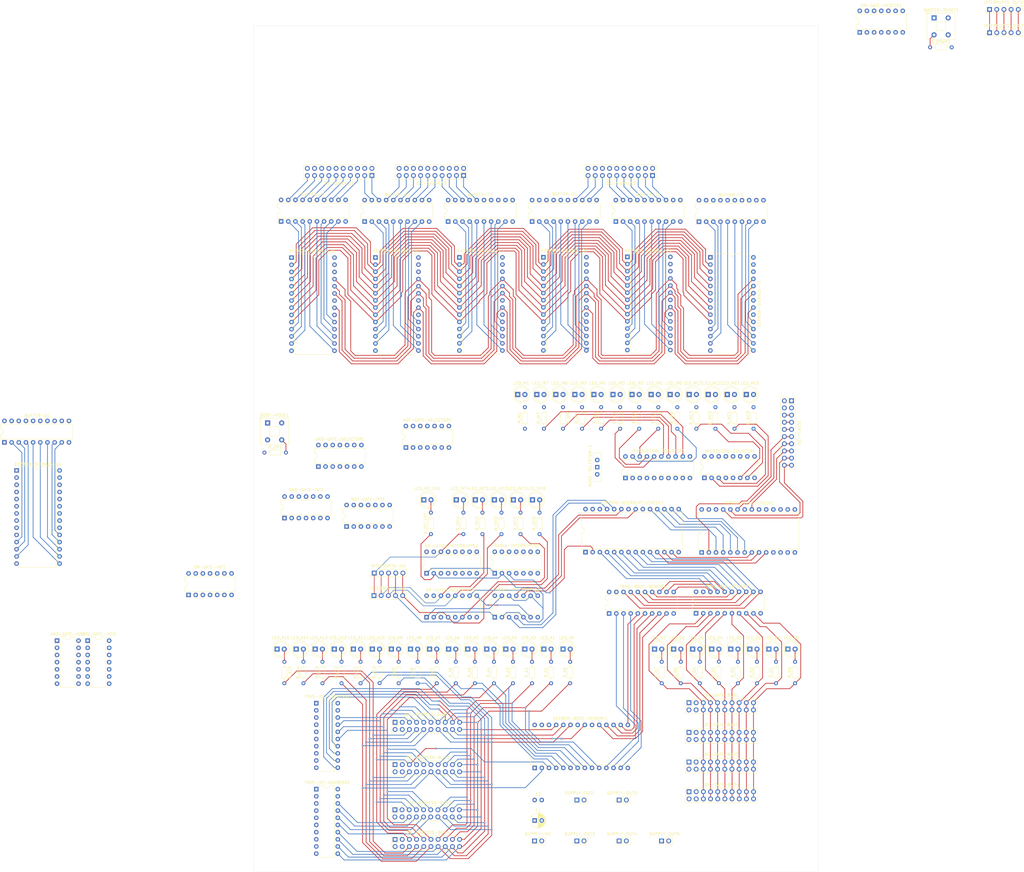
<source format=kicad_pcb>
(kicad_pcb (version 20240108) (generator "pcbnew") (generator_version "8.0")
  (layers (0 "F.Cu" signal) (31 "B.Cu" signal) (34 "B.Paste" user) (35 "F.Paste" user) (36 "B.SilkS" user "B.Silkscreen") (37 "F.SilkS" user "F.Silkscreen") (38 "B.Mask" user) (39 "F.Mask" user) (44 "Edge.Cuts" user))
  (net 0 "")
  (net 1 "Net-(AND-GATE-SELECTOR1-H)")
  (net 4 "VCC")
  (net 5 "GND")
  (net 11 "Net-(AND-GATE-SELECTOR1-M=G.H)")
  (net 12 "MEMORY_SELECTOR")
  (net 15 "Net-(BOOT-MODE1-A)")
  (net 17 "Net-(BUFFER-A1-4D)")
  (net 18 "Net-(BUFFER-A1-5D)")
  (net 19 "Net-(BUFFER-A1-6D)")
  (net 20 "REG_F_LOAD")
  (net 21 "Net-(BUFFER-A1-1D)")
  (net 22 "ALU_OPC_1")
  (net 23 "REG_B_LOAD")
  (net 24 "Net-(BUFFER-A1-8D)")
  (net 25 "ALU_OPC_0")
  (net 26 "Net-(BUFFER-A1-3D)")
  (net 27 "ALU_OPC_4")
  (net 28 "Net-(BUFFER-A1-2D)")
  (net 29 "Net-(BUFFER-A1-7D)")
  (net 30 "ALU_OPC_2")
  (net 31 "~{CLK}")
  (net 32 "REG_A_LOAD")
  (net 33 "ALU_OPC_3")
  (net 34 "~{REG_TMPH_OUT}")
  (net 35 "Net-(BUFFER-B1-6D)")
  (net 36 "Net-(BUFFER-B1-2D)")
  (net 37 "Net-(BUFFER-B1-4D)")
  (net 38 "~{REG_TMPH_PASS_DATA}")
  (net 39 "Net-(BUFFER-B1-3D)")
  (net 40 "Net-(BUFFER-B1-5D)")
  (net 41 "REG_TMPL_LOAD")
  (net 42 "~{REG_F_OUT}")
  (net 43 "Net-(BUFFER-B1-8D)")
  (net 44 "Net-(BUFFER-B1-7D)")
  (net 45 "~{REG_TMPL_OUT}")
  (net 46 "Net-(BUFFER-B1-1D)")
  (net 47 "~{REG_TMP_PASS_ADDRESS}")
  (net 48 "REG_TMPH_LOAD")
  (net 49 "~{ALU_OUT}")
  (net 50 "Net-(BUFFER-C1-4D)")
  (net 51 "~{PC_OUT}")
  (net 52 "PC_RST'")
  (net 53 "Net-(BUFFER-C1-6D)")
  (net 54 "~{REG_TMPL_PASS_DATA}")
  (net 55 "Net-(BUFFER-C1-7D)")
  (net 56 "Net-(BUFFER-C1-8D)")
  (net 57 "REG_TMPL_DATA_DIR")
  (net 58 "Net-(BUFFER-C1-5D)")
  (net 59 "~{PC_LOAD}")
  (net 60 "REG_TMP_ADDRESS_DIR")
  (net 61 "Net-(BUFFER-C1-1D)")
  (net 62 "PC_TICK")
  (net 63 "REG_TMPH_DATA_DIR")
  (net 64 "Net-(BUFFER-C1-3D)")
  (net 65 "Net-(BUFFER-C1-2D)")
  (net 66 "~{MEM_OUT}")
  (net 67 "Net-(BUFFER-D1-8D)")
  (net 68 "REG_MBR_LOAD")
  (net 69 "Net-(BUFFER-D1-3D)")
  (net 70 "Net-(BUFFER-D1-2D)")
  (net 71 "STC_RST'")
  (net 72 "Net-(BUFFER-D1-5D)")
  (net 73 "STC_MODE")
  (net 74 "Net-(BUFFER-D1-1D)")
  (net 75 "Net-(BUFFER-D1-7D)")
  (net 76 "STC_TICK")
  (net 77 "Net-(BUFFER-D1-4D)")
  (net 78 "Net-(BUFFER-D1-6D)")
  (net 79 "~{STC_LOAD}")
  (net 80 "~{STC_OUT}")
  (net 81 "REG_MAR_LOAD")
  (net 82 "Net-(BUFFER-E1-3D)")
  (net 83 "~{REG_MAR_USE_BTTNS}")
  (net 84 "REG_MBR_WORD_DIR")
  (net 85 "Net-(BUFFER-E1-2D)")
  (net 86 "Net-(BUFFER-E1-7D)")
  (net 87 "Net-(BUFFER-E1-1D)")
  (net 88 "Net-(BUFFER-E1-4D)")
  (net 89 "MEM_PART")
  (net 90 "~{REG_MBR_USE_BTTNS}")
  (net 91 "~{MEM_IN}")
  (net 92 "~{ZERO_PAGE}")
  (net 93 "Net-(BUFFER-E1-8D)")
  (net 94 "~{REG_MBR_USE_BUS}")
  (net 95 "Net-(BUFFER-E1-5D)")
  (net 96 "Net-(BUFFER-E1-6D)")
  (net 97 "Net-(BUFFER-F1-1D)")
  (net 98 "INT_2``_AND_(~{INT_3``_OR_INT_4``})")
  (net 99 "MCC_TICK")
  (net 100 "~{INT_4``}")
  (net 101 "INT_3``_AND_~{INT_4``}")
  (net 102 "Net-(BUFFER-F1-8D)")
  (net 103 "~{INT_1``}_OR_INT_2``")
  (net 104 "Net-(BUFFER-F1-2D)")
  (net 105 "INT_1``_AND_~{INT_2``}_AND_(~{INT3``_OR_INT4``})")
  (net 106 "Net-(BUFFER-F1-5D)")
  (net 107 "REG_IR_LOAD")
  (net 108 "Net-(BUFFER-F1-4D)")
  (net 109 "Net-(BUFFER-F1-3D)")
  (net 110 "Net-(BUFFER-F1-7D)")
  (net 111 "Net-(BUFFER-F1-6D)")
  (net 112 "MCC_RST'")
  (net 113 "Net-(BUFFER-G1-5D)")
  (net 114 "Net-(BUFFER-G1-3D)")
  (net 115 "Net-(BUFFER-G1-6D)")
  (net 116 "Net-(BUFFER-G1-7D)")
  (net 117 "Net-(BUFFER-G1-8D)")
  (net 118 "Net-(BUFFER-G1-2D)")
  (net 119 "Net-(BUFFER-G1-1D)")
  (net 120 "Net-(BUFFER-G1-4D)")
  (net 121 "ADDRESS6")
  (net 122 "ADDRESS3")
  (net 123 "Net-(EEPROM-BOOT-MEMORY1-I{slash}O6)")
  (net 124 "ADDRESS12")
  (net 125 "Net-(EEPROM-BOOT-MEMORY1-I{slash}O7)")
  (net 126 "ADDRESS9")
  (net 127 "ADDRESS11")
  (net 129 "ADDRESS5")
  (net 130 "Net-(EEPROM-BOOT-MEMORY1-I{slash}O2)")
  (net 131 "ADDRESS8")
  (net 132 "ADDRESS7")
  (net 133 "ADDRESS2")
  (net 134 "Net-(EEPROM-BOOT-MEMORY1-I{slash}O5)")
  (net 136 "ADDRESS10")
  (net 137 "ADDRESS0")
  (net 138 "Net-(EEPROM-BOOT-MEMORY1-I{slash}O1)")
  (net 139 "Net-(EEPROM-BOOT-MEMORY1-I{slash}O0)")
  (net 140 "ADDRESS4")
  (net 141 "ADDRESS1")
  (net 142 "Net-(EEPROM-BOOT-MEMORY1-I{slash}O4)")
  (net 143 "Net-(EEPROM-BOOT-MEMORY1-I{slash}O3)")
  (net 144 "Net-(EEPROM-FLAG-CHECK1-I{slash}O1)")
  (net 145 "Net-(EEPROM-FLAG-CHECK1-A3)")
  (net 146 "FLAG1")
  (net 147 "Net-(EEPROM-FLAG-CHECK1-I{slash}O0)")
  (net 148 "Net-(EEPROM-FLAG-CHECK1-A1)")
  (net 149 "Net-(EEPROM-FLAG-CHECK1-A5)")
  (net 151 "Net-(EEPROM-FLAG-CHECK1-I{slash}O4)")
  (net 152 "FLAG4")
  (net 153 "FLAG3")
  (net 154 "Net-(EEPROM-FLAG-CHECK1-A7)")
  (net 155 "Net-(EEPROM-FLAG-CHECK1-A4)")
  (net 156 "Net-(EEPROM-FLAG-CHECK1-I{slash}O2)")
  (net 157 "FLAG0")
  (net 158 "FLAG2")
  (net 159 "Net-(EEPROM-FLAG-CHECK1-A0)")
  (net 161 "Net-(EEPROM-FLAG-CHECK1-A6)")
  (net 162 "Net-(EEPROM-FLAG-CHECK1-I{slash}O6)")
  (net 163 "Net-(EEPROM-FLAG-CHECK1-I{slash}O5)")
  (net 164 "Net-(EEPROM-FLAG-CHECK1-I{slash}O7)")
  (net 165 "Net-(EEPROM-FLAG-CHECK1-A2)")
  (net 166 "Net-(EEPROM-FLAG-CHECK1-I{slash}O3)")
  (net 167 "(INT_1``_OR_INT_2``)_AND_(~{INT_3``_OR_INT_4``})")
  (net 168 "Net-(EEPROM-INTERRUPT-CHECK1-A5)")
  (net 169 "Net-(EEPROM-INTERRUPT-CHECK1-A2)")
  (net 170 "Net-(EEPROM-INTERRUPT-CHECK1-A3)")
  (net 171 "Net-(EEPROM-INTERRUPT-CHECK1-A0)")
  (net 172 "~{INT_3``_OR_INT_4``}")
  (net 173 "Net-(EEPROM-INTERRUPT-CHECK1-A7)")
  (net 175 "Net-(EEPROM-INTERRUPT-CHECK1-A4)")
  (net 176 "Net-(EEPROM-INTERRUPT-CHECK1-A1)")
  (net 177 "Net-(EEPROM-INTERRUPT-CHECK1-A6)")
  (net 178 "Net-(AND-GATE-INT3-F)")
  (net 179 "~{INT_3``}")
  (net 180 "INT_1``_OR_INT_2``")
  (net 183 "IR5")
  (net 184 "MODE")
  (net 185 "IR3")
  (net 186 "IR1")
  (net 188 "MC0")
  (net 189 "IR7")
  (net 190 "IR4")
  (net 191 "MC2")
  (net 192 "IR0")
  (net 193 "IR6")
  (net 194 "IR2")
  (net 195 "MC1")
  (net 196 "MC3")
  (net 213 "ADDRESS13")
  (net 214 "ADDRESS15")
  (net 215 "ADDRESS14")
  (net 229 "DATA1")
  (net 230 "DATA7")
  (net 231 "DATA5")
  (net 232 "DATA0")
  (net 233 "DATA4")
  (net 235 "DATA2")
  (net 236 "DATA3")
  (net 237 "DATA6")
  (net 252 "FLAG6")
  (net 254 "FLAG7")
  (net 255 "FLAG5")
  (net 270 "PC_RST")
  (net 271 "STC_RST")
  (net 282 "~{INT_3``}_AND_(~{INT_1``}_OR_INT_2``)")
  (net 283 "Net-(AND-GATE-INT3-A)")
  (net 284 "INT_OUT_0")
  (net 285 "INT_OUT_4")
  (net 286 "INT_OUT_3")
  (net 287 "Net-(LED_A0-A)")
  (net 288 "Net-(LED_A1-A)")
  (net 289 "Net-(LED_A2-A)")
  (net 290 "Net-(LED_A3-A)")
  (net 291 "Net-(LED_A4-A)")
  (net 292 "Net-(LED_A5-A)")
  (net 293 "Net-(LED_A6-A)")
  (net 294 "Net-(LED_A7-A)")
  (net 295 "Net-(LED_A8-A)")
  (net 296 "Net-(LED_A9-A)")
  (net 297 "Net-(LED_A10-A)")
  (net 298 "Net-(LED_A11-A)")
  (net 299 "Net-(LED_A12-A)")
  (net 300 "Net-(LED_A13-A)")
  (net 301 "Net-(LED_A14-A)")
  (net 302 "Net-(LED_A15-A)")
  (net 303 "Net-(LED_D0-A)")
  (net 304 "Net-(LED_D1-A)")
  (net 305 "Net-(LED_D2-A)")
  (net 306 "Net-(LED_D3-A)")
  (net 307 "Net-(LED_D4-A)")
  (net 308 "Net-(LED_D5-A)")
  (net 309 "Net-(LED_D6-A)")
  (net 310 "Net-(LED_D7-A)")
  (net 311 "Net-(LED_IR0-A)")
  (net 312 "Net-(LED_IR1-A)")
  (net 313 "Net-(LED_IR2-A)")
  (net 314 "Net-(LED_IR3-A)")
  (net 315 "Net-(LED_IR4-A)")
  (net 316 "Net-(LED_IR5-A)")
  (net 317 "Net-(LED_IR6-A)")
  (net 318 "Net-(LED_IR7-A)")
  (net 319 "Net-(LED_M1-A)")
  (net 320 "Net-(LED_MC0-A)")
  (net 321 "Net-(LED_MC1-A)")
  (net 322 "Net-(LED_MC2-A)")
  (net 323 "Net-(LED_MC3-A)")
  (net 324 "Net-(MASTER-RESET1-K)")
  (net 325 "MASTER_RESET")
  (net 327 "MCC_RST")
  (net 339 "Net-(NOT-GATE-SELECTOR1-~{6Y})")
  (net 342 "RST_INT_ENABLE`")
  (net 344 "INT_OUT_1")
  (net 349 "INT_OUT_2")
  (net 351 "RST_INT_2")
  (net 354 "RST_INT_0")
  (net 355 "SET_INT_ENABLE")
  (net 356 "RST_INT_1")
  (net 357 "RST_INT_4")
  (net 358 "~{INT_1``_OR_INT_2``}")
  (net 359 "RST_INT_3")
  (net 360 "RST_INT_ENABLE")
  (net 361 "INT_1``")
  (net 362 "INT_3``")
  (net 363 "INT_0``")
  (net 364 "INT_2``")
  (net 365 "INT_4``")
  (net 366 "INT_3")
  (net 367 "INT_1")
  (net 368 "INT_0")
  (net 369 "INT_4")
  (net 370 "INT_2")
  (net 371 "Net-(LED_INT0-A)")
  (net 372 "Net-(LED_INT1-A)")
  (net 373 "Net-(LED_INT2-A)")
  (net 374 "Net-(LED_INT3-A)")
  (net 375 "Net-(LED_INT4-A)")
  (net 376 "Net-(LED_INT_EN1-A)")
  (net 377 "~{INT_2``}")
  (net 378 "INT_3``_OR_INT_4``")
  (net 379 "~{INT_1``}")
  (net 380 "~{INT3``_OR_INT4``}")
  (net 385 "(~{INT_3``}_AND_(~{INT_1``}_OR_INT_2``))_OR_INT_4``")
  (net 386 "INT_ENABLE")
  (net 387 "INT_4`")
  (net 388 "INT_2`")
  (net 389 "INT_3`")
  (net 390 "INT_1`")
  (net 391 "INT_0`")
  (net 401 "~{INT_ADDRESS_OUT}")
  (footprint "LED_THT:LED_D5.0mm_FlatTop" (layer "F.Cu") (at 132 153.25)
    (property "Reference" "LED_M1")
    (property "Value" "LED")
  )
  (footprint "Package_DIP:DIP-28_W15.24mm" (layer "F.Cu") (at 51.85 104.72)
    (property "Reference" "EEPROM-SIGNALS-A1")
    (property "Value" "AT28C64B-15PU")
  )
  (footprint "Resistor_THT:R_Axial_DIN0204_L3.6mm_D1.6mm_P7.62mm_Horizontal" (layer "F.Cu") (at 161.54 165.37 90)
    (property "Reference" "R_IR4")
    (property "Value" "R_US")
  )
  (footprint "Resistor_THT:R_Axial_DIN0204_L3.6mm_D1.6mm_P7.62mm_Horizontal" (layer "F.Cu") (at 123.57 255.62 90)
    (property "Reference" "R_A4")
    (property "Value" "R_US")
  )
  (footprint "Resistor_THT:R_Axial_DIN0204_L3.6mm_D1.6mm_P7.62mm_Horizontal" (layer "F.Cu") (at 101.235 202.7425 90)
    (property "Reference" "R_INT_EN1")
    (property "Value" "R_US")
  )
  (footprint "Resistor_THT:R_Axial_DIN0204_L3.6mm_D1.6mm_P7.62mm_Horizontal" (layer "F.Cu") (at 103.32 255.62 90)
    (property "Reference" "R_A7")
    (property "Value" "R_US")
  )
  (footprint "Resistor_THT:R_Axial_DIN0204_L3.6mm_D1.6mm_P7.62mm_Horizontal" (layer "F.Cu") (at 112.735 202.7425 90)
    (property "Reference" "R_INT4")
    (property "Value" "R_US")
  )
  (footprint "Package_DIP:DIP-20_W7.62mm" (layer "F.Cu") (at 60.63 293.14)
    (property "Reference" "TRNS-INT-ADDRESS2")
    (property "Value" "SN74AC245N")
  )
  (footprint "Resistor_THT:R_Axial_DIN0204_L3.6mm_D1.6mm_P7.62mm_Horizontal" (layer "F.Cu") (at 141.29 165.37 90)
    (property "Reference" "R_IR7")
    (property "Value" "R_US")
  )
  (footprint "Connector_PinHeader_2.54mm:PinHeader_1x02_P2.54mm_Vertical" (layer "F.Cu") (at 182.95 311.5 90)
    (property "Reference" "SUPPLY-OUT5")
    (property "Value" "Conn-1x2")
  )
  (footprint "LED_THT:LED_D5.0mm_FlatTop" (layer "F.Cu") (at 220.99 243.5)
    (property "Reference" "LED_D1")
    (property "Value" "LED")
  )
  (footprint "LED_THT:LED_D5.0mm_FlatTop" (layer "F.Cu") (at 137.235 190.5875)
    (property "Reference" "LED_INT0")
    (property "Value" "LED")
  )
  (footprint "Resistor_THT:R_Axial_DIN0204_L3.6mm_D1.6mm_P7.62mm_Horizontal" (layer "F.Cu") (at 216.765 255.62 90)
    (property "Reference" "R_D2")
    (property "Value" "R_US")
  )
  (footprint "LED_THT:LED_D5.0mm_FlatTop" (layer "F.Cu") (at 193.975 243.5)
    (property "Reference" "LED_D5")
    (property "Value" "LED")
  )
  (footprint "LED_THT:LED_D5.0mm_FlatTop" (layer "F.Cu") (at 159 153.25)
    (property "Reference" "LED_IR4")
    (property "Value" "LED")
  )
  (footprint "Connector_PinSocket_2.54mm:PinSocket_2x10_P2.54mm_Vertical" (layer "F.Cu") (at 179.78 75.63 -90)
    (property "Reference" "IDC-SIGNALS3")
    (property "Value" "DS1013-20SSIB1-B-0")
  )
  (footprint "Connector_PinSocket_2.54mm:PinSocket_2x10_P2.54mm_Vertical" (layer "F.Cu") (at 88.47 300.46 90)
    (property "Reference" "IDC-ADDRESS-BUS3")
    (property "Value" "DS1013-20SSIB1-B-0")
  )
  (footprint "LED_THT:LED_D5.0mm_FlatTop" (layer "F.Cu") (at 123.735 190.5875)
    (property "Reference" "LED_INT2")
    (property "Value" "LED")
  )
  (footprint "LED_THT:LED_D5.0mm_FlatTop" (layer "F.Cu") (at 130.485 190.5875)
    (property "Reference" "LED_INT1")
    (property "Value" "LED")
  )
  (footprint "LED_THT:LED_D5.0mm_FlatTop" (layer "F.Cu") (at 206.25 153.25)
    (property "Reference" "LED_MC1")
    (property "Value" "LED")
  )
  (footprint "Resistor_THT:R_Axial_DIN0204_L3.6mm_D1.6mm_P7.62mm_Horizontal" (layer "F.Cu") (at 188.54 165.37 90)
    (property "Reference" "R_IR0")
    (property "Value" "R_US")
  )
  (footprint "Connector_PinSocket_2.54mm:PinSocket_2x10_P2.54mm_Vertical" (layer "F.Cu") (at 192.655 273.02 90)
    (property "Reference" "IDC-DATA-BUS2")
    (property "Value" "DS1013-20SSIB1-B-0")
  )
  (footprint "Package_DIP:DIP-28_W15.24mm" (layer "F.Cu") (at 81.59 104.68)
    (property "Reference" "EEPROM-SIGNALS-B1")
    (property "Value" "AT28C64B-15PU")
  )
  (footprint "LED_THT:LED_D5.0mm_FlatTop" (layer "F.Cu") (at 73.79 243.5)
    (property "Reference" "LED_A11")
    (property "Value" "LED")
  )
  (footprint "Resistor_THT:R_Axial_DIN0204_L3.6mm_D1.6mm_P7.62mm_Horizontal" (layer "F.Cu") (at 137.07 255.62 90)
    (property "Reference" "R_A2")
    (property "Value" "R_US")
  )
  (footprint "Resistor_THT:R_Axial_DIN0204_L3.6mm_D1.6mm_P7.62mm_Horizontal" (layer "F.Cu") (at 62.82 255.62 90)
    (property "Reference" "R_A13")
    (property "Value" "R_US")
  )
  (footprint "Resistor_THT:R_Axial_DIN0204_L3.6mm_D1.6mm_P7.62mm_Horizontal" (layer "F.Cu") (at 215.54 165.37 90)
    (property "Reference" "R_MC0")
    (property "Value" "R_US")
  )
  (footprint "LED_THT:LED_D5.0mm_FlatTop" (layer "F.Cu") (at 98.735 190.5875)
    (property "Reference" "LED_INT_EN1")
    (property "Value" "LED")
  )
  (footprint "Resistor_THT:R_Axial_DIN0204_L3.6mm_D1.6mm_P7.62mm_Horizontal" (layer "F.Cu") (at 96.57 255.62 90)
    (property "Reference" "R_A8")
    (property "Value" "R_US")
  )
  (footprint "LED_THT:LED_D5.0mm_FlatTop" (layer "F.Cu") (at 179.265 153.25)
    (property "Reference" "LED_IR1")
    (property "Value" "LED")
  )
  (footprint "Connector_PinHeader_2.54mm:PinHeader_1x02_P2.54mm_Vertical" (layer "F.Cu") (at 167.935 297 90)
    (property "Reference" "SUPPLY-OUT2")
    (property "Value" "Conn-1x2")
  )
  (footprint "Package_DIP:DIP-20_W7.62mm" (layer "F.Cu") (at 196.21 92 90)
    (property "Reference" "BUFFER-F1")
    (property "Value" "SN74HC574N")
  )
  (footprint "Capacitor_THT:CP_Radial_D5.0mm_P2.50mm" (layer "F.Cu") (at 138 304.25)
    (property "Reference" "C1")
    (property "Value" "C_Polarized_US")
  )
  (footprint "Package_DIP:DIP-14_W7.62mm" (layer "F.Cu") (at 253.17 24.87 90)
    (property "Reference" "OR-GATE-RESETS1")
    (property "Value" "CD4071BEE4")
  )
  (footprint "Package_DIP:DIP-16_W7.62mm" (layer "F.Cu") (at 99.705 232.195 90)
    (property "Reference" "SR-LATCH_INTERRUPTS1")
    (property "Value" "CD4043BEE4")
  )
  (footprint "LED_THT:LED_D5.0mm_FlatTop" (layer "F.Cu") (at 60.25 243.5)
    (property "Reference" "LED_A13")
    (property "Value" "LED")
  )
  (footprint "Package_DIP:DIP-14_W7.62mm" (layer "F.Cu") (at 15.375 224.3 90)
    (property "Reference" "OR-GATE-INT1")
    (property "Value" "CD4071BEE4")
  )
  (footprint "LED_THT:LED_D5.0mm_FlatTop" (layer "F.Cu") (at 213 153.25)
    (property "Reference" "LED_MC0")
    (property "Value" "LED")
  )
  (footprint "Resistor_THT:R_Axial_DIN0204_L3.6mm_D1.6mm_P7.62mm_Horizontal" (layer "F.Cu") (at 196.515 255.62 90)
    (property "Reference" "R_D5")
    (property "Value" "R_US")
  )
  (footprint "Connector_PinHeader_2.54mm:PinHeader_1x05_P2.54mm_Vertical" (layer "F.Cu") (at 299.175 25 90)
    (property "Reference" "INTERRUPTS-OUT2")
    (property "Value" "Conn-1x5")
  )
  (footprint "Connector_PinSocket_2.54mm:PinSocket_2x10_P2.54mm_Vertical" (layer "F.Cu") (at 192.695 294.06 90)
    (property "Reference" "IDC-DATA-BUS4")
    (property "Value" "DS1013-20SSIB1-B-0")
  )
  (footprint "Resistor_THT:R_Axial_DIN0204_L3.6mm_D1.6mm_P7.62mm_Horizontal" (layer "F.Cu") (at 181.79 165.37 90)
    (property "Reference" "R_IR1")
    (property "Value" "R_US")
  )
  (footprint "Capacitor_THT:C_Disc_D3.0mm_W1.6mm_P2.50mm" (layer "F.Cu") (at 138 297)
    (property "Reference" "C2")
    (property "Value" "C")
  )
  (footprint "LED_THT:LED_D5.0mm_FlatTop" (layer "F.Cu") (at 148.055 243.5)
    (property "Reference" "LED_A0")
    (property "Value" "LED")
  )
  (footprint "Connector_PinHeader_2.54mm:PinHeader_1x05_P2.54mm_Vertical" (layer "F.Cu") (at 299.175 16.75 90)
    (property "Reference" "INTERRUPTS-OUT1")
    (property "Value" "Conn-1x5")
  )
  (footprint "Button_Switch_THT:SW_Push_2P1T_Toggle_CK_PVA1xxH1xxxxxxV2" (layer "F.Cu") (at 279.5 19.75)
    (property "Reference" "MASTER-RESET1")
    (property "Value" "SW_MEC_5E")
  )
  (footprint "Connector_PinSocket_2.54mm:PinSocket_2x10_P2.54mm_Vertical" (layer "F.Cu") (at 112.83 75.63 -90)
    (property "Reference" "IDC-SIGNALS2")
    (property "Value" "DS1013-20SSIB1-B-0")
  )
  (footprint "LED_THT:LED_D5.0mm_FlatTop" (layer "F.Cu") (at 80.5 243.5)
    (property "Reference" "LED_A10")
    (property "Value" "LED")
  )
  (footprint "LED_THT:LED_D5.0mm_FlatTop" (layer "F.Cu") (at 110.235 190.5875)
    (property "Reference" "LED_INT4")
    (property "Value" "LED")
  )
  (footprint "LED_THT:LED_D5.0mm_FlatTop" (layer "F.Cu") (at 127.78 243.5)
    (property "Reference" "LED_A3")
    (property "Value" "LED")
  )
  (footprint "Package_DIP:DIP-16_W7.62mm" (layer "F.Cu") (at 198.125 182.8 90)
    (property "Reference" "MICROCODE-COUNTER1")
    (property "Value" "CD74HC193E")
  )
  (footprint "Resistor_THT:R_Axial_DIN0204_L3.6mm_D1.6mm_P7.62mm_Horizontal" (layer "F.Cu") (at 110.07 255.62 90)
    (property "Reference" "R_A6")
    (property "Value" "R_US")
  )
  (footprint "LED_THT:LED_D5.0mm_FlatTop" (layer "F.Cu") (at 214.225 243.5)
    (property "Reference" "LED_D2")
    (property "Value" "LED")
  )
  (footprint "Connector_PinHeader_2.54mm:PinHeader_1x02_P2.54mm_Vertical" (layer "F.Cu") (at 167.935 311.5 90)
    (property "Reference" "SUPPLY-OUT4")
    (property "Value" "Conn-1x2")
  )
  (footprint "Package_DIP:DIP-28_W15.24mm" (layer "F.Cu") (at 138 285.625 90)
    (property "Reference" "EEPROM-BOOT-MEMORY1")
    (property "Value" "AT28C64B-15PU")
  )
  (footprint "Resistor_THT:R_Axial_DIN0204_L3.6mm_D1.6mm_P7.62mm_Horizontal" (layer "F.Cu") (at 175.04 165.37 90)
    (property "Reference" "R_IR2")
    (property "Value" "R_US")
  )
  (footprint "Package_DIP:DIP-14_W7.62mm" (layer "F.Cu") (at 123.86 216.625 90)
    (property "Reference" "ENABLE-INTERRUPTS2")
    (property "Value" "CD4081BEE4")
  )
  (footprint "LED_THT:LED_D5.0mm_FlatTop" (layer "F.Cu") (at 100.765 243.5)
    (property "Reference" "LED_A7")
    (property "Value" "LED")
  )
  (footprint "LED_THT:LED_D5.0mm_FlatTop" (layer "F.Cu") (at 87.25 243.5)
    (property "Reference" "LED_A9")
    (property "Value" "LED")
  )
  (footprint "LED_THT:LED_D5.0mm_FlatTop" (layer "F.Cu") (at 138.765 153.25)
    (property "Reference" "LED_IR7")
    (property "Value" "LED")
  )
  (footprint "Resistor_THT:R_Axial_DIN0204_L3.6mm_D1.6mm_P7.62mm_Horizontal" (layer "F.Cu") (at 150.57 255.62 90)
    (property "Reference" "R_A0")
    (property "Value" "R_US")
  )
  (footprint "Connector_PinHeader_2.54mm:PinHeader_1x05_P2.54mm_Vertical" (layer "F.Cu") (at 81.075 224.535 90)
    (property "Reference" "INTERRUPTS-IN2")
    (property "Value" "Conn-1x5")
  )
  (footprint "Package_DIP:DIP-14_W7.62mm" (layer "F.Cu") (at 61.375 178.8 90)
    (property "Reference" "AND-GATE-SELECTOR1")
    (property "Value" "CD4081BEE4")
  )
  (footprint "Package_DIP:DIP-14_W7.62mm" (layer "F.Cu") (at -20.37 240.51)
    (property "Reference" "AND-GATE-INT3")
    (property "Value" "CD4081BEE4")
  )
  (footprint "Resistor_THT:R_Axial_DIN0204_L3.6mm_D1.6mm_P7.62mm_Horizontal" (layer "F.Cu") (at 83.07 255.56 90)
    (property "Reference" "R_A10")
    (property "Value" "R_US")
  )
  (footprint "LED_THT:LED_D5.0mm_FlatTop" (layer "F.Cu") (at 145.515 153.25)
    (property "Reference" "LED_IR6")
    (property "Value" "LED")
  )
  (footprint "Package_DIP:DIP-20_W7.62mm" (layer "F.Cu") (at -49.85 170.22 90)
    (property "Reference" "BUFFER-G1")
    (property "Value" "SN74HC574N")
  )
  (footprint "Resistor_THT:R_Axial_DIN0204_L3.6mm_D1.6mm_P7.62mm_Horizontal" (layer "F.Cu") (at 278.1125 30.1725)
    (property "Reference" "R_DOWN1")
    (property "Value" "R_US")
  )
  (footprint "Connector_PinSocket_2.54mm:PinSocket_2x10_P2.54mm_Vertical" (layer "F.Cu") (at 229 155.47)
    (property "Reference" "IDC-FLAGS1")
    (property "Value" "DS1013-20SSIB1-B-0")
  )
  (footprint "Resistor_THT:R_Axial_DIN0204_L3.6mm_D1.6mm_P7.62mm_Horizontal" (layer "F.Cu") (at 42.2575 173.8275)
    (property "Reference" "R_UP1")
    (property "Value" "R_US")
  )
  (footprint "Resistor_THT:R_Axial_DIN0204_L3.6mm_D1.6mm_P7.62mm_Horizontal" (layer "F.Cu") (at 195.29 165.37 90)
    (property "Reference" "R_MC3")
    (property "Value" "R_US")
  )
  (footprint "Connector_PinSocket_2.54mm:PinSocket_2x10_P2.54mm_Vertical" (layer "F.Cu") (at 88.55 269.46 90)
    (property "Reference" "IDC-ADDRESS-BUS1")
    (property "Value" "DS1013-20SSIB1-B-0")
  )
  (footprint "Resistor_THT:R_Axial_DIN0204_L3.6mm_D1.6mm_P7.62mm_Horizontal" (layer "F.Cu") (at 203.265 255.56 90)
    (property "Reference" "R_D4")
    (property "Value" "R_US")
  )
  (footprint "LED_THT:LED_D5.0mm_FlatTop" (layer "F.Cu") (at 107.515 243.5)
    (property "Reference" "LED_A6")
    (property "Value" "LED")
  )
  (footprint "Resistor_THT:R_Axial_DIN0204_L3.6mm_D1.6mm_P7.62mm_Horizontal" (layer "F.Cu") (at 130.32 255.62 90)
    (property "Reference" "R_A3")
    (property "Value" "R_US")
  )
  (footprint "Resistor_THT:R_Axial_DIN0204_L3.6mm_D1.6mm_P7.62mm_Horizontal" (layer "F.Cu") (at 69.57 255.62 90)
    (property "Reference" "R_A12")
    (property "Value" "R_US")
  )
  (footprint "Package_DIP:DIP-20_W7.62mm" (layer "F.Cu") (at 107.34 91.94 90)
    (property "Reference" "BUFFER-C1")
    (property "Value" "SN74HC574N")
  )
  (footprint "Package_DIP:DIP-20_W7.62mm" (layer "F.Cu") (at 166.76 91.94 90)
    (property "Reference" "BUFFER-E1")
    (property "Value" "SN74HC574N")
  )
  (footprint "Button_Switch_THT:SW_Slide-03_Wuerth-WS-SLTV_10x2.5x6.4_P2.54mm" (layer "F.Cu") (at 160.165 179.01 -90)
    (property "Reference" "MODE-SELECTOR-1")
    (property "Value" "SW_DPDT_x2")
  )
  (footprint "Package_DIP:DIP-28_W15.24mm" (layer "F.Cu") (at 156.01 209.125 90)
    (property "Reference" "EEPROM-INTERRUPT-CHECK1")
    (property "Value" "AT28C64B-15PU")
  )
  (footprint "LED_THT:LED_D5.0mm_FlatTop" (layer "F.Cu") (at 116.985 190.5875)
    (property "Reference" "LED_INT3")
    (property "Value" "LED")
  )
  (footprint "Package_DIP:DIP-14_W7.62mm" (layer "F.Cu") (at 49.375 197.05 90)
    (property "Reference" "AND-GATE-INT1")
    (property "Value" "CD4081BEE4")
  )
  (footprint "Resistor_THT:R_Axial_DIN0204_L3.6mm_D1.6mm_P7.62mm_Horizontal" (layer "F.Cu") (at 116.82 255.62 90)
    (property "Reference" "R_A5")
    (property "Value" "R_US")
  )
  (footprint "Package_DIP:DIP-14_W7.62mm" (layer "F.Cu") (at -31.22 240.51)
    (property "Reference" "AND-GATE-INT2")
    (property "Value" "CD4081BEE4")
  )
  (footprint "Resistor_THT:R_Axial_DIN0204_L3.6mm_D1.6mm_P7.62mm_Horizontal" (layer "F.Cu") (at 143.82 255.62 90)
    (property "Reference" "R_A1")
    (property "Value" "R_US")
  )
  (footprint "Resistor_THT:R_Axial_DIN0204_L3.6mm_D1.6mm_P7.62mm_Horizontal" (layer "F.Cu") (at 119.485 202.7425 90)
    (property "Reference" "R_INT3")
    (property "Value" "R_US")
  )
  (footprint "Resistor_THT:R_Axial_DIN0204_L3.6mm_D1.6mm_P7.62mm_Horizontal" (layer "F.Cu") (at 126.235 202.7425 90)
    (property "Reference" "R_INT2")
    (property "Value" "R_US")
  )
  (footprint "Package_DIP:DIP-14_W7.62mm" (layer "F.Cu") (at 92.375 172.05 90)
    (property "Reference" "NOT-GATE-SELECTOR1")
    (property "Value" "CD74HC04E")
  )
  (footprint "Resistor_THT:R_Axial_DIN0204_L3.6mm_D1.6mm_P7.62mm_Horizontal" (layer "F.Cu") (at 210.015 255.62 90)
    (property "Reference" "R_D3")
    (property "Value" "R_US")
  )
  (footprint "LED_THT:LED_D5.0mm_FlatTop" (layer "F.Cu") (at 46.75 243.5)
    (property "Reference" "LED_A15")
    (property "Value" "LED")
  )
  (footprint "Resistor_THT:R_Axial_DIN0204_L3.6mm_D1.6mm_P7.62mm_Horizontal" (layer "F.Cu") (at 76.32 255.62 90)
    (property "Reference" "R_A11")
    (property "Value" "R_US")
  )
  (footprint "Resistor_THT:R_Axial_DIN0204_L3.6mm_D1.6mm_P7.62mm_Horizontal" (layer "F.Cu") (at 56.07 255.62 90)
    (property "Reference" "R_A14")
    (property "Value" "R_US")
  )
  (footprint "Button_Switch_THT:SW_Push_2P1T_Toggle_CK_PVA1xxH1xxxxxxV2" (layer "F.Cu") (at 43.3775 163.3275)
    (property "Reference" "BOOT-MODE1")
    (property "Value" "SW_MEC_5E")
  )
  (footprint "LED_THT:LED_D5.0mm_FlatTop" (layer "F.Cu") (at 165.75 153.25)
    (property "Reference" "LED_IR3")
    (property "Value" "LED")
  )
  (footprint "Resistor_THT:R_Axial_DIN0204_L3.6mm_D1.6mm_P7.62mm_Horizontal" (layer "F.Cu") (at 89.82 255.62 90)
    (property "Reference" "R_A9")
    (property "Value" "R_US")
  )
  (footprint "Package_DIP:DIP-28_W15.24mm" (layer "F.Cu") (at 141.09 104.6)
    (property "Reference" "EEPROM-SIGNALS-D1")
    (property "Value" "AT28C64B-15PU")
  )
  (footprint "Resistor_THT:R_Axial_DIN0204_L3.6mm_D1.6mm_P7.62mm_Horizontal" (layer "F.Cu") (at 230.265 255.62 90)
    (property "Reference" "R_D0")
    (property "Value" "R_US")
  )
  (footprint "Connector_PinHeader_2.54mm:PinHeader_1x02_P2.54mm_Vertical" (layer "F.Cu") (at 137.975 311.5 90)
    (property "Reference" "SUPPLY-IN1")
    (property "Value" "Conn-1x2")
  )
  (footprint "Connector_PinHeader_2.54mm:PinHeader_1x05_P2.54mm_Vertical" (layer "F.Cu") (at 81.165 216.535 90)
    (property "Reference" "INTERRUPTS-IN1")
    (property "Value" "Conn-1x5")
  )
  (footprint "Package_DIP:DIP-14_W7.62mm" (layer "F.Cu") (at 71.375 200.05 90)
    (property "Reference" "NOT-GATE-INT1")
    (property "Value" "CD74HC04E")
  )
  (footprint "LED_THT:LED_D5.0mm_FlatTop" (layer "F.Cu") (at 187.24 243.5)
    (property "Reference" "LED_D6")
    (property "Value" "LED")
  )
  (footprint "Package_DIP:DIP-20_W7.62mm" (layer "F.Cu") (at 77.76 91.94 90)
    (property "Reference" "BUFFER-B1")
    (property "Value" "SN74HC574N")
  )
  (footprint "Resistor_THT:R_Axial_DIN0204_L3.6mm_D1.6mm_P7.62mm_Horizontal" (layer "F.Cu") (at 183.015 255.62 90)
    (property "Reference" "R_D7")
    (property "Value" "R_US")
  )
  (footprint "Resistor_THT:R_Axial_DIN0204_L3.6mm_D1.6mm_P7.62mm_Horizontal" (layer "F.Cu") (at 134.54 165.37 90)
    (property "Reference" "R_M1")
    (property "Value" "R_US")
  )
  (footprint "Connector_PinSocket_2.54mm:PinSocket_2x10_P2.54mm_Vertical" (layer "F.Cu") (at 88.55 284.46 90)
    (property "Reference" "IDC-ADDRESS-BUS2")
    (property "Value" "DS1013-20SSIB1-B-0")
  )
  (footprint "Package_DIP:DIP-28_W15.24mm" (layer "F.Cu") (at -45.55 180.17)
    (property "Reference" "EEPROM-SIGNALS-G1")
    (property "Value" "AT28C64B-15PU")
  )
  (footprint "Resistor_THT:R_Axial_DIN0204_L3.6mm_D1.6mm_P7.62mm_Horizontal" (layer "F.Cu") (at 168.29 165.37 90)
    (property "Reference" "R_IR3")
    (property "Value" "R_US")
  )
  (footprint "LED_THT:LED_D5.0mm_FlatTop" (layer "F.Cu") (at 67.015 243.5)
    (property "Reference" "LED_A12")
    (property "Value" "LED")
  )
  (footprint "LED_THT:LED_D5.0mm_FlatTop" (layer "F.Cu") (at 94.015 243.5)
    (property "Reference" "LED_A8")
    (property "Value" "LED")
  )
  (footprint "Resistor_THT:R_Axial_DIN0204_L3.6mm_D1.6mm_P7.62mm_Horizontal" (layer "F.Cu") (at 139.735 202.7425 90)
    (property "Reference" "R_INT0")
    (property "Value" "R_US")
  )
  (footprint "Package_DIP:DIP-28_W15.24mm" (layer "F.Cu") (at 197.17 209.24 90)
    (property "Reference" "EEPROM-FLAG-CHECK1")
    (property "Value" "AT28C64B-15PU")
  )
  (footprint "LED_THT:LED_D5.0mm_FlatTop" (layer "F.Cu") (at 114.305 243.5)
    (property "Reference" "LED_A5")
    (property "Value" "LED")
  )
  (footprint "Resistor_THT:R_Axial_DIN0204_L3.6mm_D1.6mm_P7.62mm_Horizontal" (layer "F.Cu") (at 154.79 165.37 90)
    (property "Reference" "R_IR5")
    (property "Value" "R_US")
  )
  (footprint "Resistor_THT:R_Axial_DIN0204_L3.6mm_D1.6mm_P7.62mm_Horizontal" (layer "F.Cu") (at 223.515 255.62 90)
    (property "Reference" "R_D1")
    (property "Value" "R_US")
  )
  (footprint "Connector_PinSocket_2.54mm:PinSocket_2x10_P2.54mm_Vertical" (layer "F.Cu") (at 88.55 310.96 90)
    (property "Reference" "IDC-ADDRESS-BUS4")
    (property "Value" "DS1013-20SSIB1-B-0")
  )
  (footprint "LED_THT:LED_D5.0mm_FlatTop" (layer "F.Cu") (at 141.265 243.5)
    (property "Reference" "LED_A1")
    (property "Value" "LED")
  )
  (footprint "Resistor_THT:R_Axial_DIN0204_L3.6mm_D1.6mm_P7.62mm_Horizontal" (layer "F.Cu") (at 148.04 157.75 -90)
    (property "Reference" "R_IR6")
    (property "Value" "R_US")
  )
  (footprint "Connector_PinHeader_2.54mm:PinHeader_1x02_P2.54mm_Vertical" (layer "F.Cu") (at 152.935 311.5 90)
    (property "Reference" "SUPPLY-OUT3")
    (property "Value" "Conn-1x2")
  )
  (footprint "Connector_PinHeader_2.54mm:PinHeader_1x02_P2.54mm_Vertical" (layer "F.Cu") (at 152.95 297 90)
    (property "Reference" "SUPPLY-OUT1")
    (property "Value" "Conn-1x2")
  )
  (footprint "LED_THT:LED_D5.0mm_FlatTop" (layer "F.Cu") (at 199.5 153.25)
    (property "Reference" "LED_MC2")
    (property "Value" "LED")
  )
  (footprint "Resistor_THT:R_Axial_DIN0204_L3.6mm_D1.6mm_P7.62mm_Horizontal" (layer "F.Cu") (at 132.985 202.7425 90)
    (property "Reference" "R_INT1")
    (property "Value" "R_US")
  )
  (footprint "Package_DIP:DIP-28_W15.24mm" (layer "F.Cu") (at 111.34 104.64)
    (property "Reference" "EEPROM-SIGNALS-C1")
    (property "Value" "AT28C64B-15PU")
  )
  (footprint "Resistor_THT:R_Axial_DIN0204_L3.6mm_D1.6mm_P7.62mm_Horizontal" (layer "F.Cu") (at 189.765 255.62 90)
    (property "Reference" "R_D6")
    (property "Value" "R_US")
  )
  (footprint "LED_THT:LED_D5.0mm_FlatTop" (layer "F.Cu") (at 134.515 243.5)
    (property "Reference" "LED_A2")
    (property "Value" "LED")
  )
  (footprint "Package_DIP:DIP-20_W7.62mm" (layer "F.Cu") (at 60.63 262.68)
    (property "Reference" "TRNS-INT-ADDRESS1")
    (property "Value" "SN74AC245N")
  )
  (footprint "LED_THT:LED_D5.0mm_FlatTop" (layer "F.Cu") (at 121.03 243.5)
    (property "Reference" "LED_A4")
    (property "Value" "LED")
  )
  (footprint "LED_THT:LED_D5.0mm_FlatTop" (layer "F.Cu") (at 207.475 243.5)
    (property "Reference" "LED_D3")
    (property "Value" "LED")
  )
  (footprint "Package_DIP:DIP-28_W15.24mm" (layer "F.Cu") (at 170.84 104.47)
    (property "Reference" "EEPROM-SIGNALS-E1")
    (property "Value" "AT28C64B-15PU")
  )
  (footprint "Package_DIP:DIP-20_W7.62mm" (layer "F.Cu") (at 164.39 230.87 90)
    (property "Reference" "TRNS-BOOT-MEMORY1")
    (property "Value" "SN74AC245N")
  )
  (footprint "Resistor_THT:R_Axial_DIN0204_L3.6mm_D1.6mm_P7.62mm_Horizontal" (layer "F.Cu") (at 202.04 165.37 90)
    (property "Reference" "R_MC2")
    (property "Value" "R_US")
  )
  (footprint "LED_THT:LED_D5.0mm_FlatTop" (layer "F.Cu") (at 172.5 153.25)
    (property "Reference" "LED_IR2")
    (property "Value" "LED")
  )
  (footprint "Package_DIP:DIP-20_W7.62mm" (layer "F.Cu") (at 195.185 230.81 90)
    (property "Reference" "TRNS-RAM-MEMORY1")
    (property "Value" "SN74AC245N")
  )
  (footprint "LED_THT:LED_D5.0mm_FlatTop" (layer "F.Cu") (at 186 153.25)
    (property "Reference" "LED_IR0")
    (property "Value" "LED")
  )
  (footprint "Package_DIP:DIP-20_W7.62mm" (layer "F.Cu") (at 170.16 182.85 90)
    (property "Reference" "INSTRUCTION-REGISTER1")
    (property "Value" "SN74HC574N")
  )
  (footprint "Package_DIP:DIP-20_W7.62mm" (layer "F.Cu") (at 48.165 91.89 90)
    (property "Reference" "BUFFER-A1")
    (property "Value" "SN74HC574N")
  )
  (footprint "Connector_PinSocket_2.54mm:PinSocket_2x10_P2.54mm_Vertical" (layer "F.Cu") (at 192.655 283.52 90)
    (property "Reference" "IDC-DATA-BUS3")
    (property "Value" "DS1013-20SSIB1-B-0")
  )
  (footprint "LED_THT:LED_D5.0mm_FlatTop" (layer "F.Cu") (at 192.75 153.25)
    (property "Reference" "LED_MC3")
    (property "Value" "LED")
  )
  (footprint "Package_DIP:DIP-28_W15.24mm" (layer "F.Cu") (at 200.25 104.64)
    (property "Reference" "EEPROM-SIGNALS-F1")
    (property "Value" "AT28C64B-15PU")
  )
  (footprint "Package_DIP:DIP-16_W7.62mm" (layer "F.Cu") (at 99.705 216.625 90)
    (property "Reference" "SR-LATCH-INTERRUPTS2")
    (property "Value" "CD4043BEE4")
  )
  (footprint "LED_THT:LED_D5.0mm_FlatTop" (layer "F.Cu") (at 227.725 243.5)
    (property "Reference" "LED_D0")
    (property "Value" "LED")
  )
  (footprint "LED_THT:LED_D5.0mm_FlatTop" (layer "F.Cu") (at 152.25 153.25)
    (property "Reference" "LED_IR5")
    (property "Value" "LED")
  )
  (footprint "Package_DIP:DIP-20_W7.62mm" (layer "F.Cu") (at 137.09 91.94 90)
    (property "Reference" "BUFFER-D1")
    (property "Value" "SN74HC574N")
  )
  (footprint "Resistor_THT:R_Axial_DIN0204_L3.6mm_D1.6mm_P7.62mm_Horizontal" (layer "F.Cu") (at 208.79 165.37 90)
    (property "Reference" "R_MC1")
    (property "Value" "R_US")
  )
  (footprint "Package_DIP:DIP-14_W7.62mm" (layer "F.Cu") (at 123.86 232.195 90)
    (property "Reference" "ENABLE-INTERRUPTS1")
    (property "Value" "CD4081BEE4")
  )
  (footprint "Connector_PinSocket_2.54mm:PinSocket_2x10_P2.54mm_Vertical" (layer "F.Cu") (at 192.655 262.52 90)
    (property "Reference" "IDC-DATA-BUS1")
    (property "Value" "DS1013-20SSIB1-B-0")
  )
  (footprint "LED_THT:LED_D5.0mm_FlatTop" (layer "F.Cu") (at 200.725 243.5)
    (property "Reference" "LED_D4")
    (property "Value" "LED")
  )
  (footprint "Connector_PinSocket_2.54mm:PinSocket_2x10_P2.54mm_Vertical" (layer "F.Cu") (at 80.33 75.63 -90)
    (property "Reference" "IDC-SIGNALS1")
    (property "Value" "DS1013-20SSIB1-B-0")
  )
  (footprint "LED_THT:LED_D5.0mm_FlatTop" (layer "F.Cu") (at 53.515 243.5)
    (property "Reference" "LED_A14")
    (property "Value" "LED")
  )
  (footprint "Resistor_THT:R_Axial_DIN0204_L3.6mm_D1.6mm_P7.62mm_Horizontal" (layer "F.Cu") (at 49.32 248 -90)
    (property "Reference" "R_A15")
    (property "Value" "R_US")
  )
  (footprint "LED_THT:LED_D5.0mm_FlatTop" (layer "F.Cu") (at 180.475 243.5)
    (property "Reference" "LED_D7")
    (property "Value" "LED")
  )
  (gr_rect (start 38.5 22.5) (end 238.5 322.5) (stroke (width 0.05)) (fill none) (layer "Edge.Cuts"))
  (segment (start 49.8775 173.8275) (end 49.8775 170.8275) (width 0.25) (layer "F.Cu") (net 15))
  (segment (start 49.8775 170.8275) (end 48.3775 169.3275) (width 0.25) (layer "F.Cu") (net 15))
  (segment (start 58.325 128.995) (end 58.33 129) (width 0.25) (layer "B.Cu") (net 17))
  (segment (start 67.07 137.74) (end 67.09 137.74) (width 0.25) (layer "B.Cu") (net 17))
  (segment (start 58.33 129) (end 67.07 137.74) (width 0.25) (layer "B.Cu") (net 17))
  (segment (start 58.325 128.995) (end 58.325 91.89) (width 0.25) (layer "B.Cu") (net 17))
  (segment (start 60.865 128.975) (end 67.09 135.2) (width 0.25) (layer "B.Cu") (net 18))
  (segment (start 60.865 91.89) (end 60.865 128.975) (width 0.25) (layer "B.Cu") (net 18))
  (segment (start 62.34 127.91) (end 62.34 92.955) (width 0.25) (layer "B.Cu") (net 19))
  (segment (start 62.34 92.955) (end 63.405 91.89) (width 0.25) (layer "B.Cu") (net 19))
  (segment (start 67.09 132.66) (end 62.34 127.91) (width 0.25) (layer "B.Cu") (net 19))
  (segment (start 75.25 75.63) (end 75.25 77.505) (width 0.25) (layer "B.Cu") (net 20))
  (segment (start 75.25 77.505) (end 68.485 84.27) (width 0.25) (layer "B.Cu") (net 20))
  (segment (start 54.34 95.525) (end 50.705 91.89) (width 0.25) (layer "B.Cu") (net 21))
  (segment (start 54.34 127.63) (end 54.34 95.525) (width 0.25) (layer "B.Cu") (net 21))
  (segment (start 51.85 130.12) (end 54.34 127.63) (width 0.25) (layer "B.Cu") (net 21))
  (segment (start 65.09 77.505) (end 58.325 84.27) (width 0.25) (layer "B.Cu") (net 22))
  (segment (start 65.09 75.63) (end 65.09 77.505) (width 0.25) (layer "B.Cu") (net 22))
  (segment (start 60.01 75.63) (end 60.01 77.505) (width 0.25) (layer "B.Cu") (net 23))
  (segment (start 60.01 77.505) (end 53.245 84.27) (width 0.25) (layer "B.Cu") (net 23))
  (segment (start 64.34 96.035) (end 64.34 124.83) (width 0.25) (layer "B.Cu") (net 24))
  (segment (start 64.34 124.83) (end 67.09 127.58) (width 0.25) (layer "B.Cu") (net 24))
  (segment (start 68.485 91.89) (end 64.34 96.035) (width 0.25) (layer "B.Cu") (net 24))
  (segment (start 62.55 75.63) (end 62.55 77.505) (width 0.25) (layer "B.Cu") (net 25))
  (segment (start 62.55 77.505) (end 55.785 84.27) (width 0.25) (layer "B.Cu") (net 25))
  (segment (start 51.85 135.2) (end 56.59 130.46) (width 0.25) (layer "B.Cu") (net 26))
  (segment (start 56.59 93.14) (end 55.785 92.335) (width 0.25) (layer "B.Cu") (net 26))
  (segment (start 55.785 92.335) (end 55.785 91.89) (width 0.25) (layer "B.Cu") (net 26))
  (segment (start 56.59 130.46) (end 56.59 93.14) (width 0.25) (layer "B.Cu") (net 26))
  (segment (start 72.71 75.63) (end 72.71 77.505) (width 0.25) (layer "B.Cu") (net 27))
  (segment (start 72.71 77.505) (end 65.945 84.27) (width 0.25) (layer "B.Cu") (net 27))
  (segment (start 55.34 129.169998) (end 55.34 93.985) (width 0.25) (layer "B.Cu") (net 28))
  (segment (start 55.34 129.17) (end 55.33 129.18) (width 0.25) (layer "B.Cu") (net 28))
  (segment (start 55.33 129.18) (end 51.85 132.66) (width 0.25) (layer "B.Cu") (net 28))
  (segment (start 55.34 93.985) (end 53.245 91.89) (width 0.25) (layer "B.Cu") (net 28))
  (segment (start 55.33 129.18) (end 55.34 129.169998) (width 0.25) (layer "B.Cu") (net 28))
  (segment (start 67.09 130.12) (end 63.34 126.37) (width 0.25) (layer "B.Cu") (net 29))
  (segment (start 63.34 94.495) (end 65.945 91.89) (width 0.25) (layer "B.Cu") (net 29))
  (segment (start 63.34 126.37) (end 63.34 94.495) (width 0.25) (layer "B.Cu") (net 29))
  (segment (start 67.63 75.63) (end 67.63 77.505) (width 0.25) (layer "B.Cu") (net 30))
  (segment (start 67.63 77.505) (end 60.865 84.27) (width 0.25) (layer "B.Cu") (net 30))
  (segment (start 57.47 75.63) (end 57.47 77.505) (width 0.25) (layer "B.Cu") (net 32))
  (segment (start 57.47 77.505) (end 50.705 84.27) (width 0.25) (layer "B.Cu") (net 32))
  (segment (start 70.17 77.505) (end 63.405 84.27) (width 0.25) (layer "B.Cu") (net 33))
  (segment (start 70.17 75.63) (end 70.17 77.505) (width 0.25) (layer "B.Cu") (net 33))
  (segment (start 95.05 75.63) (end 95.05 79.73) (width 0.25) (layer "B.Cu") (net 34))
  (segment (start 95.05 79.73) (end 90.46 84.32) (width 0.25) (layer "B.Cu") (net 34))
  (segment (start 96.83 132.62) (end 92.200001 127.990001) (width 0.25) (layer "B.Cu") (net 35))
  (segment (start 92.200001 92.739999) (end 93 91.94) (width 0.25) (layer "B.Cu") (net 35))
  (segment (start 92.200001 127.990001) (end 92.200001 92.739999) (width 0.25) (layer "B.Cu") (net 35))
  (segment (start 85.34 94.44) (end 85.34 128.87) (width 0.25) (layer "B.Cu") (net 36))
  (segment (start 85.34 128.87) (end 81.59 132.62) (width 0.25) (layer "B.Cu") (net 36))
  (segment (start 82.84 91.94) (end 85.34 94.44) (width 0.25) (layer "B.Cu") (net 36))
  (segment (start 87.92 128.79) (end 87.92 91.94) (width 0.25) (layer "B.Cu") (net 37))
  (segment (start 96.83 137.7) (end 87.92 128.79) (width 0.25) (layer "B.Cu") (net 37))
  (segment (start 102.67 75.63) (end 102.67 79.73) (width 0.25) (layer "B.Cu") (net 38))
  (segment (start 102.67 79.73) (end 98.08 84.32) (width 0.25) (layer "B.Cu") (net 38))
  (segment (start 81.59 135.16) (end 86.34 130.41) (width 0.25) (layer "B.Cu") (net 39))
  (segment (start 86.34 130.41) (end 86.34 92.9) (width 0.25) (layer "B.Cu") (net 39))
  (segment (start 86.34 92.9) (end 85.38 91.94) (width 0.25) (layer "B.Cu") (net 39))
  (segment (start 90.46 128.79) (end 90.46 91.94) (width 0.25) (layer "B.Cu") (net 40))
  (segment (start 96.83 135.16) (end 90.46 128.79) (width 0.25) (layer "B.Cu") (net 40))
  (segment (start 92.51 79.73) (end 87.92 84.32) (width 0.25) (layer "B.Cu") (net 41))
  (segment (start 92.51 75.63) (end 92.51 79.73) (width 0.25) (layer "B.Cu") (net 41))
  (segment (start 77.79 81.81) (end 77.79 75.63) (width 0.25) (layer "B.Cu") (net 42))
  (segment (start 80.3 84.32) (end 77.79 81.81) (width 0.25) (layer "B.Cu") (net 42))
  (segment (start 96.83 127.54) (end 94.34 125.05) (width 0.25) (layer "B.Cu") (net 43))
  (segment (start 94.34 95.68) (end 98.08 91.94) (width 0.25) (layer "B.Cu") (net 43))
  (segment (start 94.34 125.05) (end 94.34 95.68) (width 0.25) (layer "B.Cu") (net 43))
  (segment (start 95.54 91.94) (end 93.339999 94.140001) (width 0.25) (layer "B.Cu") (net 44))
  (segment (start 93.33 126.13) (end 93.339999 126.139999) (width 0.25) (layer "B.Cu") (net 44))
  (segment (start 93.339999 126.139999) (end 93.339999 126.589999) (width 0.25) (layer "B.Cu") (net 44))
  (segment (start 93.339999 126.120001) (end 93.33 126.13) (width 0.25) (layer "B.Cu") (net 44))
  (segment (start 93.339999 126.589999) (end 96.83 130.08) (width 0.25) (layer "B.Cu") (net 44))
  (segment (start 93.339999 94.140001) (end 93.339999 126.120001) (width 0.25) (layer "B.Cu") (net 44))
  (segment (start 97.59 79.73) (end 93 84.32) (width 0.25) (layer "B.Cu") (net 45))
  (segment (start 97.59 75.63) (end 97.59 79.73) (width 0.25) (layer "B.Cu") (net 45))
  (segment (start 80.3 91.94) (end 84.34 95.98) (width 0.25) (layer "B.Cu") (net 46))
  (segment (start 84.34 127.33) (end 81.59 130.08) (width 0.25) (layer "B.Cu") (net 46))
  (segment (start 84.34 95.98) (end 84.34 127.33) (width 0.25) (layer "B.Cu") (net 46))
  (segment (start 100.13 75.63) (end 100.13 79.73) (width 0.25) (layer "B.Cu") (net 47))
  (segment (start 100.13 79.73) (end 95.54 84.32) (width 0.25) (layer "B.Cu") (net 47))
  (segment (start 89.97 79.73) (end 85.38 84.32) (width 0.25) (layer "B.Cu") (net 48))
  (segment (start 89.97 75.63) (end 89.97 79.73) (width 0.25) (layer "B.Cu") (net 48))
  (segment (start 80.33 81.81) (end 82.84 84.32) (width 0.25) (layer "B.Cu") (net 49))
  (segment (start 80.33 75.63) (end 80.33 81.81) (width 0.25) (layer "B.Cu") (net 49))
  (segment (start 117.5 91.94) (end 117.5 128.545) (width 0.25) (layer "B.Cu") (net 50))
  (segment (start 117.5 128.545) (end 126.205 137.25) (width 0.25) (layer "B.Cu") (net 50))
  (segment (start 122.58 91.94) (end 122.58 128.58) (width 0.25) (layer "B.Cu") (net 53))
  (segment (start 122.58 128.58) (end 126.58 132.58) (width 0.25) (layer "B.Cu") (net 53))
  (segment (start 105.21 75.63) (end 105.21 79.65) (width 0.25) (layer "B.Cu") (net 54))
  (segment (start 105.21 79.65) (end 109.88 84.32) (width 0.25) (layer "B.Cu") (net 54))
  (segment (start 126.58 130.04) (end 123.905 127.365) (width 0.25) (layer "B.Cu") (net 55))
  (segment (start 123.905 93.155) (end 125.12 91.94) (width 0.25) (layer "B.Cu") (net 55))
  (segment (start 123.905 127.365) (end 123.905 93.155) (width 0.25) (layer "B.Cu") (net 55))
  (segment (start 126.58 127.5) (end 124.905 125.825) (width 0.25) (layer "B.Cu") (net 56))
  (segment (start 124.905 94.695) (end 127.66 91.94) (width 0.25) (layer "B.Cu") (net 56))
  (segment (start 124.905 125.825) (end 124.905 94.695) (width 0.25) (layer "B.Cu") (net 56))
  (segment (start 112.83 79.65) (end 117.5 84.32) (width 0.25) (layer "B.Cu") (net 57))
  (segment (start 112.83 75.63) (end 112.83 79.65) (width 0.25) (layer "B.Cu") (net 57))
  (segment (start 120.04 128.58) (end 120.04 91.94) (width 0.25) (layer "B.Cu") (net 58))
  (segment (start 126.58 135.12) (end 120.04 128.58) (width 0.25) (layer "B.Cu") (net 58))
  (segment (start 107.75 79.65) (end 112.42 84.32) (width 0.25) (layer "B.Cu") (net 60))
  (segment (start 107.75 75.63) (end 107.75 79.65) (width 0.25) (layer "B.Cu") (net 60))
  (segment (start 113.59 95.65) (end 113.59 127.79) (width 0.25) (layer "B.Cu") (net 61))
  (segment (start 109.88 91.94) (end 113.59 95.65) (width 0.25) (layer "B.Cu") (net 61))
  (segment (start 113.59 127.79) (end 111.34 130.04) (width 0.25) (layer "B.Cu") (net 61))
  (segment (start 110.29 75.63) (end 110.29 79.65) (width 0.25) (layer "B.Cu") (net 63))
  (segment (start 110.29 79.65) (end 114.96 84.32) (width 0.25) (layer "B.Cu") (net 63))
  (segment (start 111.34 135.12) (end 111.48 135.12) (width 0.25) (layer "B.Cu") (net 64))
  (segment (start 115.759999 130.840001) (end 115.759999 92.739999) (width 0.25) (layer "B.Cu") (net 64))
  (segment (start 115.759999 92.739999) (end 114.96 91.94) (width 0.25) (layer "B.Cu") (net 64))
  (segment (start 111.48 135.12) (end 115.759999 130.840001) (width 0.25) (layer "B.Cu") (net 64))
  (segment (start 114.59 94.11) (end 114.59 129.33) (width 0.25) (layer "B.Cu") (net 65))
  (segment (start 114.59 129.33) (end 111.34 132.58) (width 0.25) (layer "B.Cu") (net 65))
  (segment (start 112.42 91.94) (end 114.59 94.11) (width 0.25) (layer "B.Cu") (net 65))
  (segment (start 162 79.73) (end 157.41 84.32) (width 0.25) (layer "B.Cu") (net 66))
  (segment (start 162 75.63) (end 162 79.73) (width 0.25) (layer "B.Cu") (net 66))
  (segment (start 154.655 94.695) (end 157.41 91.94) (width 0.25) (layer "B.Cu") (net 67))
  (segment (start 154.655 125.785) (end 154.655 94.695) (width 0.25) (layer "B.Cu") (net 67))
  (segment (start 156.33 127.46) (end 154.655 125.785) (width 0.25) (layer "B.Cu") (net 67))
  (segment (start 159.46 79.73) (end 154.87 84.32) (width 0.25) (layer "B.Cu") (net 68))
  (segment (start 159.46 75.63) (end 159.46 79.73) (width 0.25) (layer "B.Cu") (net 68))
  (segment (start 145.509999 92.739999) (end 144.71 91.94) (width 0.25) (layer "B.Cu") (net 69))
  (segment (start 145.509999 130.488809) (end 145.509999 92.739999) (width 0.25) (layer "B.Cu") (net 69))
  (segment (start 141.09 135.08) (end 141.09 134.908808) (width 0.25) (layer "B.Cu") (net 69))
  (segment (start 141.09 134.908808) (end 145.509999 130.488809) (width 0.25) (layer "B.Cu") (net 69))
  (segment (start 144.34 94.11) (end 144.34 129.29) (width 0.25) (layer "B.Cu") (net 70))
  (segment (start 144.34 129.29) (end 141.09 132.54) (width 0.25) (layer "B.Cu") (net 70))
  (segment (start 142.17 91.94) (end 144.34 94.11) (width 0.25) (layer "B.Cu") (net 70))
  (segment (start 149.79 91.94) (end 149.79 128.54) (width 0.25) (layer "B.Cu") (net 72))
  (segment (start 149.79 128.54) (end 156.33 135.08) (width 0.25) (layer "B.Cu") (net 72))
  (segment (start 139.63 91.94) (end 143.34 95.65) (width 0.25) (layer "B.Cu") (net 74))
  (segment (start 143.34 95.65) (end 143.34 127.75) (width 0.25) (layer "B.Cu") (net 74))
  (segment (start 143.34 127.75) (end 141.09 130) (width 0.25) (layer "B.Cu") (net 74))
  (segment (start 153.654999 127.324999) (end 153.654999 93.155001) (width 0.25) (layer "B.Cu") (net 75))
  (segment (start 156.33 130) (end 153.654999 127.324999) (width 0.25) (layer "B.Cu") (net 75))
  (segment (start 153.654999 93.155001) (end 154.87 91.94) (width 0.25) (layer "B.Cu") (net 75))
  (segment (start 156.33 137.62) (end 157.195 136.755) (width 0.25) (layer "B.Cu") (net 77))
  (segment (start 147.25 128.368808) (end 147.25 91.94) (width 0.25) (layer "B.Cu") (net 77))
  (segment (start 155.636192 136.755) (end 147.25 128.368808) (width 0.25) (layer "B.Cu") (net 77))
  (segment (start 157.195 136.755) (end 155.636192 136.755) (width 0.25) (layer "B.Cu") (net 77))
  (segment (start 152.33 128.54) (end 152.33 91.94) (width 0.25) (layer "B.Cu") (net 78))
  (segment (start 156.33 132.54) (end 152.33 128.54) (width 0.25) (layer "B.Cu") (net 78))
  (segment (start 156.92 79.73) (end 152.33 84.32) (width 0.25) (layer "B.Cu") (net 81))
  (segment (start 156.92 75.63) (end 156.92 79.73) (width 0.25) (layer "B.Cu") (net 81))
  (segment (start 175.179999 92.739999) (end 174.38 91.94) (width 0.25) (layer "B.Cu") (net 82))
  (segment (start 170.84 134.95) (end 175.179999 130.610001) (width 0.25) (layer "B.Cu") (net 82))
  (segment (start 175.179999 130.610001) (end 175.179999 92.739999) (width 0.25) (layer "B.Cu") (net 82))
  (segment (start 174.7 79.56) (end 179.46 84.32) (width 0.25) (layer "B.Cu") (net 83))
  (segment (start 174.7 75.63) (end 174.7 79.56) (width 0.25) (layer "B.Cu") (net 83))
  (segment (start 172.16 75.63) (end 172.16 79.56) (width 0.25) (layer "B.Cu") (net 84))
  (segment (start 172.16 79.56) (end 176.92 84.32) (width 0.25) (layer "B.Cu") (net 84))
  (segment (start 173.515 93.615) (end 173.515 129.735) (width 0.25) (layer "B.Cu") (net 85))
  (segment (start 173.515 129.735) (end 170.84 132.41) (width 0.25) (layer "B.Cu") (net 85))
  (segment (start 171.84 91.94) (end 173.515 93.615) (width 0.25) (layer "B.Cu") (net 85))
  (segment (start 183.405 93.075) (end 184.54 91.94) (width 0.25) (layer "B.Cu") (net 86))
  (segment (start 186.08 129.87) (end 183.405 127.195) (width 0.25) (layer "B.Cu") (net 86))
  (segment (start 183.405 127.195) (end 183.405 93.075) (width 0.25) (layer "B.Cu") (net 86))
  (segment (start 172.515 128.195) (end 172.515 95.155) (width 0.25) (layer "B.Cu") (net 87))
  (segment (start 172.515 95.155) (end 169.3 91.94) (width 0.25) (layer "B.Cu") (net 87))
  (segment (start 170.84 129.87) (end 172.515 128.195) (width 0.25) (layer "B.Cu") (net 87))
  (segment (start 186.08 137.49) (end 176.92 128.33) (width 0.25) (layer "B.Cu") (net 88))
  (segment (start 176.92 128.33) (end 176.92 91.94) (width 0.25) (layer "B.Cu") (net 88))
  (segment (start 167.08 75.63) (end 167.08 79.56) (width 0.25) (layer "B.Cu") (net 89))
  (segment (start 167.08 79.56) (end 171.84 84.32) (width 0.25) (layer "B.Cu") (net 89))
  (segment (start 177.24 75.63) (end 177.24 79.56) (width 0.25) (layer "B.Cu") (net 90))
  (segment (start 177.24 79.56) (end 182 84.32) (width 0.25) (layer "B.Cu") (net 90))
  (segment (start 164.54 75.63) (end 164.54 79.56) (width 0.25) (layer "B.Cu") (net 91))
  (segment (start 164.54 79.56) (end 169.3 84.32) (width 0.25) (layer "B.Cu") (net 91))
  (segment (start 169.62 75.63) (end 169.62 79.56) (width 0.25) (layer "B.Cu") (net 92))
  (segment (start 169.62 79.56) (end 174.38 84.32) (width 0.25) (layer "B.Cu") (net 92))
  (segment (start 184.405 94.615) (end 184.405 125.655) (width 0.25) (layer "B.Cu") (net 93))
  (segment (start 184.405 125.655) (end 186.08 127.33) (width 0.25) (layer "B.Cu") (net 93))
  (segment (start 187.08 91.94) (end 184.405 94.615) (width 0.25) (layer "B.Cu") (net 93))
  (segment (start 179.78 79.56) (end 184.54 84.32) (width 0.25) (layer "B.Cu") (net 94))
  (segment (start 179.78 75.63) (end 179.78 79.56) (width 0.25) (layer "B.Cu") (net 94))
  (segment (start 186.08 134.95) (end 179.46 128.33) (width 0.25) (layer "B.Cu") (net 95))
  (segment (start 179.46 128.33) (end 179.46 91.94) (width 0.25) (layer "B.Cu") (net 95))
  (segment (start 182 128.33) (end 182 91.94) (width 0.25) (layer "B.Cu") (net 96))
  (segment (start 186.08 132.41) (end 182 128.33) (width 0.25) (layer "B.Cu") (net 96))
  (segment (start 200.25 130.04) (end 201.925 128.365) (width 0.25) (layer "B.Cu") (net 97))
  (segment (start 201.925 128.365) (end 201.925 95.175) (width 0.25) (layer "B.Cu") (net 97))
  (segment (start 201.925 95.175) (end 198.75 92) (width 0.25) (layer "B.Cu") (net 97))
  (segment (start 213.815 94.715) (end 216.53 92) (width 0.25) (layer "B.Cu") (net 102))
  (segment (start 215.49 127.5) (end 213.815 125.825) (width 0.25) (layer "B.Cu") (net 102))
  (segment (start 213.815 125.825) (end 213.815 94.715) (width 0.25) (layer "B.Cu") (net 102))
  (segment (start 202.925001 129.904999) (end 200.25 132.58) (width 0.25) (layer "B.Cu") (net 104))
  (segment (start 202.925 93.635) (end 202.925001 129.904999) (width 0.25) (layer "B.Cu") (net 104))
  (segment (start 201.29 92) (end 202.925 93.635) (width 0.25) (layer "B.Cu") (net 104))
  (segment (start 208.91 92) (end 208.91 128.54) (width 0.25) (layer "B.Cu") (net 106))
  (segment (start 208.91 128.54) (end 215.49 135.12) (width 0.25) (layer "B.Cu") (net 106))
  (segment (start 206.37 128.54) (end 206.37 92) (width 0.25) (layer "B.Cu") (net 108))
  (segment (start 215.49 137.66) (end 206.37 128.54) (width 0.25) (layer "B.Cu") (net 108))
  (segment (start 203.974852 131.395148) (end 203.974852 92.144852) (width 0.25) (layer "B.Cu") (net 109))
  (segment (start 203.974852 92.144852) (end 203.83 92) (width 0.25) (layer "B.Cu") (net 109))
  (segment (start 200.25 135.12) (end 203.974852 131.395148) (width 0.25) (layer "B.Cu") (net 109))
  (segment (start 212.75 93.24) (end 213.99 92) (width 0.25) (layer "B.Cu") (net 110))
  (segment (start 212.75 127.3) (end 212.75 93.24) (width 0.25) (layer "B.Cu") (net 110))
  (segment (start 215.49 130.04) (end 212.75 127.3) (width 0.25) (layer "B.Cu") (net 110))
  (segment (start 215.49 132.58) (end 211.45 128.54) (width 0.25) (layer "B.Cu") (net 111))
  (segment (start 211.45 128.54) (end 211.45 92) (width 0.25) (layer "B.Cu") (net 111))
  (segment (start -37.15 203.81) (end -37.15 170.22) (width 0.25) (layer "B.Cu") (net 113))
  (segment (start -30.31 210.65) (end -37.15 203.81) (width 0.25) (layer "B.Cu") (net 113))
  (segment (start -45.55 210.65) (end -41.430001 206.530001) (width 0.25) (layer "B.Cu") (net 114))
  (segment (start -41.430001 171.019999) (end -42.23 170.22) (width 0.25) (layer "B.Cu") (net 114))
  (segment (start -41.430001 206.530001) (end -41.430001 171.019999) (width 0.25) (layer "B.Cu") (net 114))
  (segment (start -30.31 208.11) (end -34.61 203.81) (width 0.25) (layer "B.Cu") (net 115))
  (segment (start -34.61 203.81) (end -34.61 170.22) (width 0.25) (layer "B.Cu") (net 115))
  (segment (start -32.985 171.135) (end -32.07 170.22) (width 0.25) (layer "B.Cu") (net 116))
  (segment (start -32.985 202.895) (end -32.985 171.135) (width 0.25) (layer "B.Cu") (net 116))
  (segment (start -30.31 205.57) (end -32.985 202.895) (width 0.25) (layer "B.Cu") (net 116))
  (segment (start -31.985 172.675) (end -29.53 170.22) (width 0.25) (layer "B.Cu") (net 117))
  (segment (start -31.985 201.355) (end -31.985 172.675) (width 0.25) (layer "B.Cu") (net 117))
  (segment (start -30.31 203.03) (end -31.985 201.355) (width 0.25) (layer "B.Cu") (net 117))
  (segment (start -42.675 205.235) (end -42.675 172.315) (width 0.25) (layer "B.Cu") (net 118))
  (segment (start -42.675 172.315) (end -44.77 170.22) (width 0.25) (layer "B.Cu") (net 118))
  (segment (start -45.55 208.11) (end -42.675 205.235) (width 0.25) (layer "B.Cu") (net 118))
  (segment (start -45.55 205.57) (end -43.675 203.695) (width 0.25) (layer "B.Cu") (net 119))
  (segment (start -43.675 203.695) (end -43.675 173.855) (width 0.25) (layer "B.Cu") (net 119))
  (segment (start -43.675 173.855) (end -47.31 170.22) (width 0.25) (layer "B.Cu") (net 119))
  (segment (start -39.69 170.22) (end -39.69 203.81) (width 0.25) (layer "B.Cu") (net 120))
  (segment (start -39.69 203.81) (end -30.31 213.19) (width 0.25) (layer "B.Cu") (net 120))
  (segment (start 83.28902 268.888258) (end 83.29 268.889238) (width 0.25) (layer "F.Cu") (net 121))
  (segment (start 83.29 304.664214) (end 86.375786 307.75) (width 0.25) (layer "F.Cu") (net 121))
  (segment (start 83.29 267.17) (end 91.71 258.75) (width 0.25) (layer "F.Cu") (net 121))
  (segment (start 86.375786 307.75) (end 92.96 307.75) (width 0.25) (layer "F.Cu") (net 121))
  (segment (start 83.29 268.887278) (end 83.29 267.17) (width 0.25) (layer "F.Cu") (net 121))
  (segment (start 92.96 307.75) (end 96.17 310.96) (width 0.25) (layer "F.Cu") (net 121))
  (segment (start 106.94 258.75) (end 110.07 255.62) (width 0.25) (layer "F.Cu") (net 121))
  (segment (start 91.71 258.75) (end 106.94 258.75) (width 0.25) (layer "F.Cu") (net 121))
  (segment (start 83.29 268.889238) (end 83.29 304.664214) (width 0.25) (layer "F.Cu") (net 121))
  (segment (start 83.28902 268.888258) (end 83.29 268.887278) (width 0.25) (layer "F.Cu") (net 121))
  (via (at 84 266.46) (size 0.6) (drill 0.3) (layers "F.Cu" "B.Cu") (net 121))
  (via (at 83.29 296.5) (size 0.6) (drill 0.3) (layers "F.Cu" "B.Cu") (net 121))
  (via (at 83.29 281.5) (size 0.6) (drill 0.3) (layers "F.Cu" "B.Cu") (net 121))
  (via (at 83.28902 268.888258) (size 0.6) (drill 0.3) (layers "F.Cu" "B.Cu") (net 121))
  (segment (start 119.5 257.5) (end 111.95 257.5) (width 0.25) (layer "B.Cu") (net 121))
  (segment (start 96.17 284.46) (end 93.21 281.5) (width 0.25) (layer "B.Cu") (net 121))
  (segment (start 96.09 300.46) (end 92.13 296.5) (width 0.25) (layer "B.Cu") (net 121))
  (segment (start 93.17 266.46) (end 84 266.46) (width 0.25) (layer "B.Cu") (net 121))
  (segment (start 93.21 281.5) (end 83.29 281.5) (width 0.25) (layer "B.Cu") (net 121))
  (segment (start 125.75 263.75) (end 119.5 257.5) (width 0.25) (layer "B.Cu") (net 121))
  (segment (start 70.361742 268.888258) (end 68.95 270.3) (width 0.25) (layer "B.Cu") (net 121))
  (segment (start 92.13 296.5) (end 83.29 296.5) (width 0.25) (layer "B.Cu") (net 121))
  (segment (start 83.28902 268.888258) (end 70.361742 268.888258) (width 0.25) (layer "B.Cu") (net 121))
  (segment (start 96.17 269.46) (end 93.17 266.46) (width 0.25) (layer "B.Cu") (net 121))
  (segment (start 137.689717 282.425001) (end 125.75 270.485284) (width 0.25) (layer "B.Cu") (net 121))
  (segment (start 145.62 285.625) (end 142.42 282.425) (width 0.25) (layer "B.Cu") (net 121))
  (segment (start 142.42 282.425) (end 137.689717 282.425001) (width 0.25) (layer "B.Cu") (net 121))
  (segment (start 68.95 270.3) (end 68.25 270.3) (width 0.25) (layer "B.Cu") (net 121))
  (segment (start 111.95 257.5) (end 110.07 255.62) (width 0.25) (layer "B.Cu") (net 121))
  (segment (start 125.75 270.485284) (end 125.75 263.75) (width 0.25) (layer "B.Cu") (net 121))
  (segment (start 117.29 261.75) (end 124.19 261.75) (width 0.25) (layer "F.Cu") (net 122))
  (segment (start 114.04 296) (end 114.04 280) (width 0.25) (layer "F.Cu") (net 122))
  (segment (start 124.19 261.75) (end 130.32 255.62) (width 0.25) (layer "F.Cu") (net 122))
  (segment (start 114.04 265) (end 117.29 261.75) (width 0.25) (layer "F.Cu") (net 122))
  (segment (start 114 265.04) (end 114.04 265) (width 0.25) (layer "F.Cu") (net 122))
  (segment (start 114 279.96) (end 114 265.04) (width 0.25) (layer "F.Cu") (net 122))
  (segment (start 103.79 310.96) (end 109 305.75) (width 0.25) (layer "F.Cu") (net 122))
  (segment (start 113.54 305.75) (end 114.04 305.25) (width 0.25) (layer "F.Cu") (net 122))
  (segment (start 114.04 305.25) (end 114.04 296) (width 0.25) (layer "F.Cu") (net 122))
  (segment (start 109 305.75) (end 113.54 305.75) (width 0.25) (layer "F.Cu") (net 122))
  (segment (start 114.04 280) (end 114 279.96) (width 0.25) (layer "F.Cu") (net 122))
  (via (at 114.04 265) (size 0.6) (drill 0.3) (layers "F.Cu" "B.Cu") (net 122))
  (via (at 114.04 280) (size 0.6) (drill 0.3) (layers "F.Cu" "B.Cu") (net 122))
  (via (at 114.04 296) (size 0.6) (drill 0.3) (layers "F.Cu" "B.Cu") (net 122))
  (segment (start 66.25 276.25) (end 66.25 262.25) (width 0.25) (layer "B.Cu") (net 122))
  (segment (start 68.25 277.92) (end 67.92 277.92) (width 0.25) (layer "B.Cu") (net 122))
  (segment (start 68 260.5) (end 94.83 260.5) (width 0.25) (layer "B.Cu") (net 122))
  (segment (start 103.79 269.46) (end 108.25 265) (width 0.25) (layer "B.Cu") (net 122))
  (segment (start 153.24 285.625) (end 147.04 279.425) (width 0.25) (layer "B.Cu") (net 122))
  (segment (start 103.79 284.46) (end 108.25 280) (width 0.25) (layer "B.Cu") (net 122))
  (segment (start 147.04 279.425) (end 138.932358 279.425) (width 0.25) (layer "B.Cu") (net 122))
  (segment (start 128.825 269.317642) (end 128.825 257.115) (width 0.25) (layer "B.Cu") (net 122))
  (segment (start 128.825 257.115) (end 130.32 255.62) (width 0.25) (layer "B.Cu") (net 122))
  (segment (start 67.92 277.92) (end 66.25 276.25) (width 0.25) (layer "B.Cu") (net 122))
  (segment (start 108.25 280) (end 114.04 280) (width 0.25) (layer "B.Cu") (net 122))
  (segment (start 108.25 265) (end 114 265) (width 0.25) (layer "B.Cu") (net 122))
  (segment (start 66.25 262.25) (end 68 260.5) (width 0.25) (layer "B.Cu") (net 122))
  (segment (start 138.932358 279.425) (end 128.825 269.317642) (width 0.25) (layer "B.Cu") (net 122))
  (segment (start 103.71 300.46) (end 108.17 296) (width 0.25) (layer "B.Cu") (net 122))
  (segment (start 94.83 260.5) (end 103.79 269.46) (width 0.25) (layer "B.Cu") (net 122))
  (segment (start 108.17 296) (end 114.04 296) (width 0.25) (layer "B.Cu") (net 122))
  (segment (start 167.265 274.25) (end 173.25 274.25) (width 0.25) (layer "F.Cu") (net 123))
  (segment (start 173.25 274.25) (end 175.25 272.25) (width 0.25) (layer "F.Cu") (net 123))
  (segment (start 175.25 237.79) (end 182.17 230.87) (width 0.25) (layer "F.Cu") (net 123))
  (segment (start 175.25 272.25) (end 175.25 237.79) (width 0.25) (layer "F.Cu") (net 123))
  (segment (start 163.4 270.385) (end 167.265 274.25) (width 0.25) (layer "F.Cu") (net 123))
  (segment (start 96 318.75) (end 83.711572 318.75) (width 0.25) (layer "F.Cu") (net 124))
  (segment (start 101.25 313.5) (end 96 318.75) (width 0.25) (layer "F.Cu") (net 124))
  (segment (start 77.04 312.078428) (end 77.04 263.09) (width 0.25) (layer "F.Cu") (net 124))
  (segment (start 83.711572 318.75) (end 77.04 312.078428) (width 0.25) (layer "F.Cu") (net 124))
  (segment (start 77.04 263.09) (end 69.57 255.62) (width 0.25) (layer "F.Cu") (net 124))
  (via (at 77.04 277.75) (size 0.6) (drill 0.3) (layers "F.Cu" "B.Cu") (net 124))
  (via (at 77.04 309) (size 0.6) (drill 0.3) (layers "F.Cu" "B.Cu") (net 124))
  (via (at 77.04 292.75) (size 0.6) (drill 0.3) (layers "F.Cu" "B.Cu") (net 124))
  (segment (start 140.54 286.75637) (end 134.66137 292.635) (width 0.25) (layer "B.Cu") (net 124))
  (segment (start 101.149519 272) (end 95.399519 277.75) (width 0.25) (layer "B.Cu") (net 124))
  (segment (start 106.885 292.635) (end 101.25 287) (width 0.25) (layer "B.Cu") (net 124))
  (segment (start 77.04 277.75) (end 95.399519 277.75) (width 0.25) (layer "B.Cu") (net 124))
  (segment (start 101.17 303) (end 95.17 309) (width 0.25) (layer "B.Cu") (net 124))
  (segment (start 77.29 309) (end 77.04 309) (width 0.25) (layer "B.Cu") (net 124))
  (segment (start 72 309) (end 77.04 309) (width 0.25) (layer "B.Cu") (net 124))
  (segment (start 68.84 305.84) (end 72 309) (width 0.25) (layer "B.Cu") (net 124))
  (segment (start 134.66137 292.635) (end 106.885 292.635) (width 0.25) (layer "B.Cu") (net 124))
  (segment (start 77.04 292.75) (end 95.5 292.75) (width 0.25) (layer "B.Cu") (net 124))
  (segment (start 68.25 305.84) (end 68.84 305.84) (width 0.25) (layer "B.Cu") (net 124))
  (segment (start 95.17 309) (end 77.29 309) (width 0.25) (layer "B.Cu") (net 124))
  (segment (start 101.25 272) (end 101.149519 272) (width 0.25) (layer "B.Cu") (net 124))
  (segment (start 101.25 287) (end 95.5 292.75) (width 0.25) (layer "B.Cu") (net 124))
  (segment (start 140.54 285.625) (end 140.54 286.75637) (width 0.25) (layer "B.Cu") (net 124))
  (segment (start 184.71 230.87) (end 176.25 239.33) (width 0.25) (layer "F.Cu") (net 125))
  (segment (start 173.664213 275.250001) (end 165.725 275.25) (width 0.25) (layer "F.Cu") (net 125))
  (segment (start 165.725 275.25) (end 160.86 270.385) (width 0.25) (layer "F.Cu") (net 125))
  (segment (start 176.250001 272.664213) (end 173.664213 275.250001) (width 0.25) (layer "F.Cu") (net 125))
  (segment (start 176.25 239.33) (end 176.250001 272.664213) (width 0.25) (layer "F.Cu") (net 125))
  (segment (start 120.29 308) (end 120.29 305) (width 0.25) (layer "F.Cu") (net 126))
  (segment (start 120.29 308) (end 112.54 315.75) (width 0.25) (layer "F.Cu") (net 126))
  (segment (start 120.29 274) (end 144.545 274) (width 0.25) (layer "F.Cu") (net 126))
  (segment (start 108.87 313.83) (end 108.87 313.5) (width 0.25) (layer "F.Cu") (net 126))
  (segment (start 112.54 315.75) (end 110.79 315.75) (width 0.25) (layer "F.Cu") (net 126))
  (segment (start 144.545 274) (end 148.16 270.385) (width 0.25) (layer "F.Cu") (net 126))
  (segment (start 120.29 305) (end 120.29 274.04) (width 0.25) (layer "F.Cu") (net 126))
  (segment (start 110.79 315.75) (end 108.87 313.83) (width 0.25) (layer "F.Cu") (net 126))
  (segment (start 120.29 274.04) (end 120.29 274) (width 0.25) (layer "F.Cu") (net 126))
  (via (at 120.29 288.96) (size 0.6) (drill 0.3) (layers "F.Cu" "B.Cu") (net 126))
  (via (at 120.29 274) (size 0.6) (drill 0.3) (layers "F.Cu" "B.Cu") (net 126))
  (via (at 120.29 305) (size 0.6) (drill 0.3) (layers "F.Cu" "B.Cu") (net 126))
  (segment (start 110.83 288.96) (end 120.29 288.96) (width 0.25) (layer "B.Cu") (net 126))
  (segment (start 120.29 274) (end 120.29 268.174085) (width 0.25) (layer "B.Cu") (net 126))
  (segment (start 110.83 273.96) (end 120.25 273.96) (width 0.25) (layer "B.Cu") (net 126))
  (segment (start 108.87 272) (end 110.83 273.96) (width 0.25) (layer "B.Cu") (net 126))
  (segment (start 120.29 268.174085) (end 114.825915 262.71) (width 0.25) (layer "B.Cu") (net 126))
  (segment (start 108.79 303) (end 110.79 305) (width 0.25) (layer "B.Cu") (net 126))
  (segment (start 110.79 305) (end 120.29 305) (width 0.25) (layer "B.Cu") (net 126))
  (segment (start 98.96 253.71) (end 91.73 253.71) (width 0.25) (layer "B.Cu") (net 126))
  (segment (start 72.04 317.25) (end 68.25 313.46) (width 0.25) (layer "B.Cu") (net 126))
  (segment (start 108.87 313.5) (end 105.12 317.25) (width 0.25) (layer "B.Cu") (net 126))
  (segment (start 91.73 253.71) (end 89.82 255.62) (width 0.25) (layer "B.Cu") (net 126))
  (segment (start 105.12 317.25) (end 72.04 317.25) (width 0.25) (layer "B.Cu") (net 126))
  (segment (start 114.825915 262.71) (end 107.96 262.71) (width 0.25) (layer "B.Cu") (net 126))
  (segment (start 107.96 262.71) (end 98.96 253.71) (width 0.25) (layer "B.Cu") (net 126))
  (segment (start 108.87 287) (end 110.83 288.96) (width 0.25) (layer "B.Cu") (net 126))
  (segment (start 144.585 276.5) (end 122.79 276.5) (width 0.25) (layer "F.Cu") (net 127))
  (segment (start 114.54 317.75) (end 108.04 317.75) (width 0.25) (layer "F.Cu") (net 127))
  (segment (start 122.79 309.5) (end 122.79 307.5) (width 0.25) (layer "F.Cu") (net 127))
  (segment (start 122.79 307.5) (end 122.79 276.54) (width 0.25) (layer "F.Cu") (net 127))
  (segment (start 122.79 309.5) (end 114.54 317.75) (width 0.25) (layer "F.Cu") (net 127))
  (segment (start 108.04 317.75) (end 103.79 313.5) (width 0.25) (layer "F.Cu") (net 127))
  (segment (start 150.7 270.385) (end 144.585 276.5) (width 0.25) (layer "F.Cu") (net 127))
  (segment (start 122.79 276.54) (end 122.79 276.5) (width 0.25) (layer "F.Cu") (net 127))
  (via (at 122.79 291.46) (size 0.6) (drill 0.3) (layers "F.Cu" "B.Cu") (net 127))
  (via (at 122.79 307.5) (size 0.6) (drill 0.3) (layers "F.Cu" "B.Cu") (net 127))
  (via (at 122.79 276.5) (size 0.6) (drill 0.3) (layers "F.Cu" "B.Cu") (net 127))
  (segment (start 103.71 303) (end 108.21 307.5) (width 0.25) (layer "B.Cu") (net 127))
  (segment (start 108.25 276.46) (end 122.75 276.46) (width 0.25) (layer "B.Cu") (net 127))
  (segment (start 103.5 251.71) (end 80.23 251.71) (width 0.25) (layer "B.Cu") (net 127))
  (segment (start 102.065 315.225) (end 103.79 313.5) (width 0.25) (layer "B.Cu") (net 127))
  (segment (start 68.25 308.38) (end 75.095 315.225) (width 0.25) (layer "B.Cu") (net 127))
  (segment (start 103.79 272) (end 108.25 276.46) (width 0.25) (layer "B.Cu") (net 127))
  (segment (start 122.79 267.835786) (end 115.414214 260.46) (width 0.25) (layer "B.Cu") (net 127))
  (segment (start 115.414214 260.46) (end 112.25 260.46) (width 0.25) (layer "B.Cu") (net 127))
  (segment (start 75.095 315.225) (end 102.065 315.225) (width 0.25) (layer "B.Cu") (net 127))
  (segment (start 122.79 276.5) (end 122.79 267.835786) (width 0.25) (layer "B.Cu") (net 127))
  (segment (start 108.21 307.5) (end 122.79 307.5) (width 0.25) (layer "B.Cu") (net 127))
  (segment (start 103.79 287) (end 108.25 291.46) (width 0.25) (layer "B.Cu") (net 127))
  (segment (start 80.23 251.71) (end 76.32 255.62) (width 0.25) (layer "B.Cu") (net 127))
  (segment (start 112.25 260.46) (end 103.5 251.71) (width 0.25) (layer "B.Cu") (net 127))
  (segment (start 108.25 291.46) (end 122.79 291.46) (width 0.25) (layer "B.Cu") (net 127))
  (segment (start 92.46 259.75) (end 112.69 259.75) (width 0.25) (layer "F.Cu") (net 129))
  (segment (start 84.54 271.04) (end 84.54 304.5) (width 0.25) (layer "F.Cu") (net 129))
  (segment (start 84.5 271) (end 84.54 270.96) (width 0.25) (layer "F.Cu") (net 129))
  (segment (start 84.5 271) (end 84.54 271.04) (width 0.25) (layer "F.Cu") (net 129))
  (segment (start 94.5 306.75) (end 98.71 310.96) (width 0.25) (layer "F.Cu") (net 129))
  (segment (start 84.54 267.67) (end 92.46 259.75) (width 0.25) (layer "F.Cu") (net 129))
  (segment (start 84.54 304.5) (end 86.79 306.75) (width 0.25) (layer "F.Cu") (net 129))
  (segment (start 84.54 270.96) (end 84.54 267.67) (width 0.25) (layer "F.Cu") (net 129))
  (segment (start 112.69 259.75) (end 116.82 255.62) (width 0.25) (layer "F.Cu") (net 129))
  (segment (start 86.79 306.75) (end 94.5 306.75) (width 0.25) (layer "F.Cu") (net 129))
  (via (at 84.54 295.25) (size 0.6) (drill 0.3) (layers "F.Cu" "B.Cu") (net 129))
  (via (at 87 265.21) (size 0.6) (drill 0.3) (layers "F.Cu" "B.Cu") (net 129))
  (via (at 84.54 280.25) (size 0.6) (drill 0.3) (layers "F.Cu" "B.Cu") (net 129))
  (via (at 84.5 271) (size 0.6) (drill 0.3) (layers "F.Cu" "B.Cu") (net 129))
  (segment (start 98.71 269.46) (end 94.46 265.21) (width 0.25) (layer "B.Cu") (net 129))
  (segment (start 84.54 280.25) (end 94.5 280.25) (width 0.25) (layer "B.Cu") (net 129))
  (segment (start 148.16 285.625) (end 143.96 281.425) (width 0.25) (layer "B.Cu") (net 129))
  (segment (start 87 265.21) (end 94.46 265.21) (width 0.25) (layer "B.Cu") (net 129))
  (segment (start 126.75 270.07107) (end 126.75 263) (width 0.25) (layer "B.Cu") (net 129))
  (segment (start 84.54 295.25) (end 93.42 295.25) (width 0.25) (layer "B.Cu") (net 129))
  (segment (start 98.63 300.46) (end 93.42 295.25) (width 0.25) (layer "B.Cu") (net 129))
  (segment (start 126.75 263) (end 119.37 255.62) (width 0.25) (layer "B.Cu") (net 129))
  (segment (start 68.455 272.84) (end 68.25 272.84) (width 0.25) (layer "B.Cu") (net 129))
  (segment (start 143.96 281.425) (end 138.10393 281.425) (width 0.25) (layer "B.Cu") (net 129))
  (segment (start 119.37 255.62) (end 116.82 255.62) (width 0.25) (layer "B.Cu") (net 129))
  (segment (start 98.71 284.46) (end 94.5 280.25) (width 0.25) (layer "B.Cu") (net 129))
  (segment (start 138.10393 281.425) (end 126.75 270.07107) (width 0.25) (layer "B.Cu") (net 129))
  (segment (start 70.295 271) (end 68.455 272.84) (width 0.25) (layer "B.Cu") (net 129))
  (segment (start 84.5 271) (end 70.295 271) (width 0.25) (layer "B.Cu") (net 129))
  (segment (start 172.01 230.87) (end 172.01 265.26) (width 0.25) (layer "B.Cu") (net 130))
  (segment (start 175.75 278.355) (end 168.48 285.625) (width 0.25) (layer "B.Cu") (net 130))
  (segment (start 175.75 269) (end 175.75 278.355) (width 0.25) (layer "B.Cu") (net 130))
  (segment (start 172.01 265.26) (end 175.75 269) (width 0.25) (layer "B.Cu") (net 130))
  (segment (start 143.945 272.06) (end 119.1 272.06) (width 0.25) (layer "F.Cu") (net 131))
  (segment (start 119.04 307.072081) (end 119.04 303) (width 0.25) (layer "F.Cu") (net 131))
  (segment (start 111.41 313.5) (end 112.612081 313.5) (width 0.25) (layer "F.Cu") (net 131))
  (segment (start 112.612081 313.5) (end 119.04 307.072081) (width 0.25) (layer "F.Cu") (net 131))
  (segment (start 119.04 303) (end 119.04 272) (width 0.25) (layer "F.Cu") (net 131))
  (segment (start 119.1 272.06) (end 119.04 272) (width 0.25) (layer "F.Cu") (net 131))
  (segment (start 145.62 270.385) (end 143.945 272.06) (width 0.25) (layer "F.Cu") (net 131))
  (via (at 119.04 303) (size 0.6) (drill 0.3) (layers "F.Cu" "B.Cu") (net 131))
  (via (at 119.04 286.96) (size 0.6) (drill 0.3) (layers "F.Cu" "B.Cu") (net 131))
  (via (at 119.04 272) (size 0.6) (drill 0.3) (layers "F.Cu" "B.Cu") (net 131))
  (segment (start 99.455786 255.62) (end 96.57 255.62) (width 0.25) (layer "B.Cu") (net 131))
  (segment (start 106.66 318.25) (end 111.41 313.5) (width 0.25) (layer "B.Cu") (net 131))
  (segment (start 68.25 316) (end 70.5 318.25) (width 0.25) (layer "B.Cu") (net 131))
  (segment (start 119.04 268.338299) (end 114.411701 263.71) (width 0.25) (layer "B.Cu") (net 131))
  (segment (start 119 287) (end 119.04 286.96) (width 0.25) (layer "B.Cu") (net 131))
  (segment (start 107.545787 263.710001) (end 99.455786 255.62) (width 0.25) (layer "B.Cu") (net 131))
  (segment (start 111.33 303) (end 119.04 303) (width 0.25) (layer "B.Cu") (net 131))
  (segment (start 114.411701 263.71) (end 107.545787 263.710001) (width 0.25) (layer "B.Cu") (net 131))
  (segment (start 70.5 318.25) (end 106.66 318.25) (width 0.25) (layer "B.Cu") (net 131))
  (segment (start 119.04 272) (end 119.04 268.338299) (width 0.25) (layer "B.Cu") (net 131))
  (segment (start 111.41 287) (end 119 287) (width 0.25) (layer "B.Cu") (net 131))
  (segment (start 111.41 272) (end 118.96 272) (width 0.25) (layer "B.Cu") (net 131))
  (segment (start 85.961572 308.75) (end 82.04 304.828428) (width 0.25) (layer "F.Cu") (net 132))
  (segment (start 82.04 304.828428) (end 82.04 266.67) (width 0.25) (layer "F.Cu") (net 132))
  (segment (start 82.04 266.67) (end 90.960001 257.749999) (width 0.25) (layer "F.Cu") (net 132))
  (segment (start 99.34 278.75) (end 103 278.75) (width 0.25) (layer "F.Cu") (net 132))
  (segment (start 90.960001 257.749999) (end 101.190001 257.749999) (width 0.25) (layer "F.Cu") (net 132))
  (segment (start 93.63 284.46) (end 99.34 278.75) (width 0.25) (layer "F.Cu") (net 132))
  (segment (start 93.63 310.96) (end 91.42 308.75) (width 0.25) (layer "F.Cu") (net 132))
  (segment (start 91.42 308.75) (end 85.961572 308.75) (width 0.25) (layer "F.Cu") (net 132))
  (segment (start 101.190001 257.749999) (end 103.32 255.62) (width 0.25) (layer "F.Cu") (net 132))
  (via (at 82.04 297.75) (size 0.6) (drill 0.3) (layers "F.Cu" "B.Cu") (net 132))
  (via (at 82.04 282.75) (size 0.6) (drill 0.3) (layers "F.Cu" "B.Cu") (net 132))
  (via (at 103 278.75) (size 0.6) (drill 0.3) (layers "F.Cu" "B.Cu") (net 132))
  (via (at 82 267.71) (size 0.6) (drill 0.3) (layers "F.Cu" "B.Cu") (net 132))
  (segment (start 120.25 283.5) (end 115.5 278.75) (width 0.25) (layer "B.Cu") (net 132))
  (segment (start 68.25 267.76) (end 81.95 267.76) (width 0.25) (layer "B.Cu") (net 132))
  (segment (start 143.08 285.625) (end 140.955 283.5) (width 0.25) (layer "B.Cu") (net 132))
  (segment (start 93.55 300.46) (end 90.84 297.75) (width 0.25) (layer "B.Cu") (net 132))
  (segment (start 81.95 267.76) (end 82 267.71) (width 0.25) (layer "B.Cu") (net 132))
  (segment (start 115.5 278.75) (end 103 278.75) (width 0.25) (layer "B.Cu") (net 132))
  (segment (start 91.905 267.735) (end 82 267.71) (width 0.25) (layer "B.Cu") (net 132))
  (segment (start 91.905 282.735) (end 82.055 282.735) (width 0.25) (layer "B.Cu") (net 132))
  (segment (start 82.055 282.735) (end 82.04 282.75) (width 0.25) (layer "B.Cu") (net 132))
  (segment (start 93.63 284.46) (end 91.905 282.735) (width 0.25) (layer "B.Cu") (net 132))
  (segment (start 93.63 269.46) (end 91.905 267.735) (width 0.25) (layer "B.Cu") (net 132))
  (segment (start 90.84 297.75) (end 82.04 297.75) (width 0.25) (layer "B.Cu") (net 132))
  (segment (start 140.955 283.5) (end 120.25 283.5) (width 0.25) (layer "B.Cu") (net 132))
  (segment (start 115.29 266.25) (end 118.79 262.75) (width 0.25) (layer "F.Cu") (net 133))
  (segment (start 115.29 281.25) (end 115.29 297.25) (width 0.25) (layer "F.Cu") (net 133))
  (segment (start 115.29 266.25) (end 115.29 281.25) (width 0.25) (layer "F.Cu") (net 133))
  (segment (start 106.33 310.96) (end 110.29 307) (width 0.25) (layer "F.Cu") (net 133))
  (segment (start 110.29 307) (end 113.79 307) (width 0.25) (layer "F.Cu") (net 133))
  (segment (start 130 262.75) (end 130 262.69) (width 0.25) (layer "F.Cu") (net 133))
  (segment (start 130 262.69) (end 137.07 255.62) (width 0.25) (layer "F.Cu") (net 133))
  (segment (start 113.79 307) (end 115.29 305.5) (width 0.25) (layer "F.Cu") (net 133))
  (segment (start 106.33 267.08) (end 106.33 269.46) (width 0.25) (layer "F.Cu") (net 133))
  (segment (start 129.94 262.75) (end 130 262.75) (width 0.25) (layer "F.Cu") (net 133))
  (segment (start 118.79 262.75) (end 129.94 262.75) (width 0.25) (layer "F.Cu") (net 133))
  (segment (start 115.29 305.5) (end 115.29 297.25) (width 0.25) (layer "F.Cu") (net 133))
  (segment (start 104 264.75) (end 106.33 267.08) (width 0.25) (layer "F.Cu") (net 133))
  (via (at 115.29 281.25) (size 0.6) (drill 0.3) (layers "F.Cu" "B.Cu") (net 133))
  (via (at 130 262.75) (size 0.6) (drill 0.3) (layers "F.Cu" "B.Cu") (net 133))
  (via (at 115.29 297.25) (size 0.6) (drill 0.3) (layers "F.Cu" "B.Cu") (net 133))
  (via (at 115.29 266.25) (size 0.6) (drill 0.3) (layers "F.Cu" "B.Cu") (net 133))
  (via (at 104 264.75) (size 0.6) (drill 0.3) (layers "F.Cu" "B.Cu") (net 133))
  (segment (start 106.33 284.46) (end 109.54 281.25) (width 0.25) (layer "B.Cu") (net 133))
  (segment (start 130 269.078428) (end 130 262.75) (width 0.25) (layer "B.Cu") (net 133))
  (segment (start 106.430481 269.46) (end 109.640481 266.25) (width 0.25) (layer "B.Cu") (net 133))
  (segment (start 66.96 280.46) (end 68.25 280.46) (width 0.25) (layer "B.Cu") (net 133))
  (segment (start 106.25 300.46) (end 109.535 297.175) (width 0.25) (layer "B.Cu") (net 133))
  (segment (start 139.346572 278.425) (end 130 269.078428) (width 0.25) (layer "B.Cu") (net 133))
  (segment (start 109.54 281.25) (end 115.29 281.25) (width 0.25) (layer "B.Cu") (net 133))
  (segment (start 67.5 259.5) (end 65.25 261.75) (width 0.25) (layer "B.Cu") (net 133))
  (segment (start 101 264.75) (end 95.75 259.5) (width 0.25) (layer "B.Cu") (net 133))
  (segment (start 115.215 297.175) (end 115.29 297.25) (width 0.25) (layer "B.Cu") (net 133))
  (segment (start 109.640481 266.25) (end 115.25 266.25) (width 0.25) (layer "B.Cu") (net 133))
  (segment (start 65.25 261.75) (end 65.25 278.75) (width 0.25) (layer "B.Cu") (net 133))
  (segment (start 148.58 278.425) (end 139.346572 278.425) (width 0.25) (layer "B.Cu") (net 133))
  (segment (start 109.535 297.175) (end 115.215 297.175) (width 0.25) (layer "B.Cu") (net 133))
  (segment (start 65.25 278.75) (end 66.96 280.46) (width 0.25) (layer "B.Cu") (net 133))
  (segment (start 106.33 269.46) (end 106.430481 269.46) (width 0.25) (layer "B.Cu") (net 133))
  (segment (start 95.75 259.5) (end 67.5 259.5) (width 0.25) (layer "B.Cu") (net 133))
  (segment (start 104 264.75) (end 101 264.75) (width 0.25) (layer "B.Cu") (net 133))
  (segment (start 155.78 285.625) (end 148.58 278.425) (width 0.25) (layer "B.Cu") (net 133))
  (segment (start 174.25 236.25) (end 179.63 230.87) (width 0.25) (layer "F.Cu") (net 134))
  (segment (start 172.664214 273.25) (end 174.25 271.664214) (width 0.25) (layer "F.Cu") (net 134))
  (segment (start 165.94 270.385) (end 168.805 273.25) (width 0.25) (layer "F.Cu") (net 134))
  (segment (start 168.805 273.25) (end 172.664214 273.25) (width 0.25) (layer "F.Cu") (net 134))
  (segment (start 174.25 271.664214) (end 174.25 236.25) (width 0.25) (layer "F.Cu") (net 134))
  (segment (start 106.33 313.5) (end 109.58 316.75) (width 0.25) (layer "F.Cu") (net 136))
  (segment (start 121.54 306.25) (end 121.54 275.29) (width 0.25) (layer "F.Cu") (net 136))
  (segment (start 121.54 309) (end 121.54 306.25) (width 0.25) (layer "F.Cu") (net 136))
  (segment (start 121.54 275.25) (end 144.173298 275.25) (width 0.25) (layer "F.Cu") (net 136))
  (segment (start 113.79 316.75) (end 121.54 309) (width 0.25) (layer "F.Cu") (net 136))
  (segment (start 121.54 275.29) (end 121.54 275.25) (width 0.25) (layer "F.Cu") (net 136))
  (segment (start 150.915 275.25) (end 155.78 270.385) (width 0.25) (layer "F.Cu") (net 136))
  (segment (start 109.58 316.75) (end 113.79 316.75) (width 0.25) (layer "F.Cu") (net 136))
  (segment (start 147.5 275.25) (end 150.915 275.25) (width 0.25) (layer "F.Cu") (net 136))
  (segment (start 144.249285 275.174013) (end 144.173298 275.25) (width 0.25) (layer "F.Cu") (net 136))
  (via (at 121.54 290.21) (size 0.6) (drill 0.3) (layers "F.Cu" "B.Cu") (net 136))
  (via (at 121.54 275.25) (size 0.6) (drill 0.3) (layers "F.Cu" "B.Cu") (net 136))
  (via (at 121.54 306.25) (size 0.6) (drill 0.3) (layers "F.Cu" "B.Cu") (net 136))
  (via (at 144.249285 275.174013) (size 0.6) (drill 0.3) (layers "F.Cu" "B.Cu") (net 136))
  (via (at 147.5 275.25) (size 0.6) (drill 0.3) (layers "F.Cu" "B.Cu") (net 136))
  (segment (start 115 261.46) (end 121.54 268) (width 0.25) (layer "B.Cu") (net 136))
  (segment (start 103.085786 252.71) (end 111.835787 261.460001) (width 0.25) (layer "B.Cu") (net 136))
  (segment (start 103.58 316.25) (end 106.33 313.5) (width 0.25) (layer "B.Cu") (net 136))
  (segment (start 106.33 287) (end 109.54 290.21) (width 0.25) (layer "B.Cu") (net 136))
  (segment (start 73.58 316.25) (end 103.58 316.25) (width 0.25) (layer "B.Cu") (net 136))
  (segment (start 111.835787 261.460001) (end 115 261.46) (width 0.25) (layer "B.Cu") (net 136))
  (segment (start 85.92 252.71) (end 103.085786 252.71) (width 0.25) (layer "B.Cu") (net 136))
  (segment (start 68.25 310.92) (end 73.58 316.25) (width 0.25) (layer "B.Cu") (net 136))
  (segment (start 144.249285 275.174013) (end 144.325272 275.25) (width 0.25) (layer "B.Cu") (net 136))
  (segment (start 121.54 268) (end 121.54 275.25) (width 0.25) (layer "B.Cu") (net 136))
  (segment (start 109.54 290.21) (end 121.29 290.21) (width 0.25) (layer "B.Cu") (net 136))
  (segment (start 83.07 255.56) (end 85.92 252.71) (width 0.25) (layer "B.Cu") (net 136))
  (segment (start 144.325272 275.25) (end 147.5 275.25) (width 0.25) (layer "B.Cu") (net 136))
  (segment (start 121.29 290.21) (end 121.54 290.21) (width 0.25) (layer "B.Cu") (net 136))
  (segment (start 106.25 303) (end 109.5 306.25) (width 0.25) (layer "B.Cu") (net 136))
  (segment (start 109.54 275.21) (end 121.5 275.21) (width 0.25) (layer "B.Cu") (net 136))
  (segment (start 109.5 306.25) (end 121.54 306.25) (width 0.25) (layer "B.Cu") (net 136))
  (segment (start 106.33 272) (end 109.54 275.21) (width 0.25) (layer "B.Cu") (net 136))
  (segment (start 117.79 284.5) (end 117.79 269.5) (width 0.25) (layer "F.Cu") (net 137))
  (segment (start 136 265.5) (end 121.79 265.5) (width 0.25) (layer "F.Cu") (net 137))
  (segment (start 121.79 265.5) (end 117.79 269.5) (width 0.25) (layer "F.Cu") (net 137))
  (segment (start 113.08 310.96) (end 117.79 306.25) (width 0.25) (layer "F.Cu") (net 137))
  (segment (start 140.5 265.5) (end 150.38 255.62) (width 0.25) (layer "F.Cu") (net 137))
  (segment (start 111.41 310.96) (end 113.08 310.96) (width 0.25) (layer "F.Cu") (net 137))
  (segment (start 111.41 268.91) (end 111.41 269.46) (width 0.25) (layer "F.Cu") (net 137))
  (segment (start 117.79 306.25) (end 117.79 300.5) (width 0.25) (layer "F.Cu") (net 137))
  (segment (start 117.79 284.5) (end 117.79 300.5) (width 0.25) (layer "F.Cu") (net 137))
  (segment (start 104.104232 261.92903) (end 104.42903 261.92903) (width 0.25) (layer "F.Cu") (net 137))
  (segment (start 136 265.5) (end 140.5 265.5) (width 0.25) (layer "F.Cu") (net 137))
  (segment (start 150.38 255.62) (end 150.57 255.62) (width 0.25) (layer "F.Cu") (net 137))
  (segment (start 104.42903 261.92903) (end 111.41 268.91) (width 0.25) (layer "F.Cu") (net 137))
  (via (at 117.79 269.5) (size 0.6) (drill 0.3) (layers "F.Cu" "B.Cu") (net 137))
  (via (at 117.79 300.5) (size 0.6) (drill 0.3) (layers "F.Cu" "B.Cu") (net 137))
  (via (at 117.79 284.5) (size 0.6) (drill 0.3) (layers "F.Cu" "B.Cu") (net 137))
  (via (at 104.104232 261.92903) (size 0.6) (drill 0.3) (layers "F.Cu" "B.Cu") (net 137))
  (via (at 136 265.5) (size 0.6) (drill 0.3) (layers "F.Cu" "B.Cu") (net 137))
  (segment (start 66.335787 257.499999) (end 63.25 260.585786) (width 0.25) (layer "B.Cu") (net 137))
  (segment (start 101.67903 261.92903) (end 97.249999 257.499999) (width 0.25) (layer "B.Cu") (net 137))
  (segment (start 117.79 284.5) (end 117.75 284.46) (width 0.25) (layer "B.Cu") (net 137))
  (segment (start 63.25 260.585786) (end 63.25 281.75) (width 0.25) (layer "B.Cu") (net 137))
  (segment (start 111.41 269.46) (end 117.71 269.46) (width 0.25) (layer "B.Cu") (net 137))
  (segment (start 111.33 300.46) (end 117.75 300.46) (width 0.25) (layer "B.Cu") (net 137))
  (segment (start 117.75 300.46) (end 117.79 300.5) (width 0.25) (layer "B.Cu") (net 137))
  (segment (start 151.66 276.425) (end 160.86 285.625) (width 0.25) (layer "B.Cu") (net 137))
  (segment (start 136 265.5) (end 136 272.25) (width 0.25) (layer "B.Cu") (net 137))
  (segment (start 140.175 276.425) (end 151.66 276.425) (width 0.25) (layer "B.Cu") (net 137))
  (segment (start 67.04 285.54) (end 68.25 285.54) (width 0.25) (layer "B.Cu") (net 137))
  (segment (start 63.25 281.75) (end 67.04 285.54) (width 0.25) (layer "B.Cu") (net 137))
  (segment (start 136 272.25) (end 140.175 276.425) (width 0.25) (layer "B.Cu") (net 137))
  (segment (start 104.104232 261.92903) (end 101.67903 261.92903) (width 0.25) (layer "B.Cu") (net 137))
  (segment (start 97.249999 257.499999) (end 66.335787 257.499999) (width 0.25) (layer "B.Cu") (net 137))
  (segment (start 111.41 284.46) (end 117.75 284.46) (width 0.25) (layer "B.Cu") (net 137))
  (segment (start 165.94 285.625) (end 165.94 285.06) (width 0.25) (layer "B.Cu") (net 138))
  (segment (start 174.75 269.75) (end 169.47 264.47) (width 0.25) (layer "B.Cu") (net 138))
  (segment (start 174.75 276.25) (end 174.75 269.75) (width 0.25) (layer "B.Cu") (net 138))
  (segment (start 169.47 264.47) (end 169.47 230.87) (width 0.25) (layer "B.Cu") (net 138))
  (segment (start 165.94 285.06) (end 174.75 276.25) (width 0.25) (layer "B.Cu") (net 138))
  (segment (start 163.4 285.625) (end 163.4 285.1) (width 0.25) (layer "B.Cu") (net 139))
  (segment (start 166.93 263.594214) (end 166.93 230.87) (width 0.25) (layer "B.Cu") (net 139))
  (segment (start 173.75 270.414214) (end 166.93 263.594214) (width 0.25) (layer "B.Cu") (net 139))
  (segment (start 173.75 274.75) (end 173.75 270.414214) (width 0.25) (layer "B.Cu") (net 139))
  (segment (start 163.4 285.1) (end 173.75 274.75) (width 0.25) (layer "B.Cu") (net 139))
  (segment (start 118.44 260.75) (end 123.57 255.62) (width 0.25) (layer "F.Cu") (net 140))
  (segment (start 96.04 305.75) (end 88.04 305.75) (width 0.25) (layer "F.Cu") (net 140))
  (segment (start 85.79 272.29) (end 85.75 272.25) (width 0.25) (layer "F.Cu") (net 140))
  (segment (start 88.04 305.75) (end 85.79 303.5) (width 0.25) (layer "F.Cu") (net 140))
  (segment (start 85.79 268.5) (end 93.54 260.75) (width 0.25) (layer "F.Cu") (net 140))
  (segment (start 85.75 272.25) (end 85.79 272.21) (width 0.25) (layer "F.Cu") (net 140))
  (segment (start 85.79 272.21) (end 85.79 268.5) (width 0.25) (layer "F.Cu") (net 140))
  (segment (start 101.25 310.96) (end 96.04 305.75) (width 0.25) (layer "F.Cu") (net 140))
  (segment (start 93.54 260.75) (end 118.44 260.75) (width 0.25) (layer "F.Cu") (net 140))
  (segment (start 85.79 303.5) (end 85.79 272.29) (width 0.25) (layer "F.Cu") (net 140))
  (via (at 85.79 294) (size 0.6) (drill 0.3) (layers "F.Cu" "B.Cu") (net 140))
  (via (at 85.75 272.25) (size 0.6) (drill 0.3) (layers "F.Cu" "B.Cu") (net 140))
  (via (at 90.25 263.96) (size 0.6) (drill 0.3) (layers "F.Cu" "B.Cu") (net 140))
  (via (at 85.793446 279.075) (size 0.6) (drill 0.3) (layers "F.Cu" "B.Cu") (net 140))
  (segment (start 101.25 269.46) (end 95.75 263.96) (width 0.25) (layer "B.Cu") (net 140))
  (segment (start 85.79 294) (end 94.71 294) (width 0.25) (layer "B.Cu") (net 140))
  (segment (start 95.79 279) (end 85.868446 279) (width 0.25) (layer "B.Cu") (net 140))
  (segment (start 138.518144 280.425) (end 127.75 269.656856) (width 0.25) (layer "B.Cu") (net 140))
  (segment (start 101.25 284.46) (end 95.79 279) (width 0.25) (layer "B.Cu") (net 140))
  (segment (start 150.7 285.625) (end 145.5 280.425) (width 0.25) (layer "B.Cu") (net 140))
  (segment (start 85.75 272.25) (end 85.7 272.3) (width 0.25) (layer "B.Cu") (net 140))
  (segment (start 71.7 272.3) (end 68.62 275.38) (width 0.25) (layer "B.Cu") (net 140))
  (segment (start 85.868446 279) (end 85.793446 279.075) (width 0.25) (layer "B.Cu") (net 140))
  (segment (start 95.75 263.96) (end 90.25 263.96) (width 0.25) (layer "B.Cu") (net 140))
  (segment (start 145.5 280.425) (end 138.518144 280.425) (width 0.25) (layer "B.Cu") (net 140))
  (segment (start 68.62 275.38) (end 68.25 275.38) (width 0.25) (layer "B.Cu") (net 140))
  (segment (start 101.17 300.46) (end 94.71 294) (width 0.25) (layer "B.Cu") (net 140))
  (segment (start 127.75 269.656856) (end 127.75 259.8) (width 0.25) (layer "B.Cu") (net 140))
  (segment (start 127.75 259.8) (end 123.57 255.62) (width 0.25) (layer "B.Cu") (net 140))
  (segment (start 85.7 272.3) (end 71.7 272.3) (width 0.25) (layer "B.Cu") (net 140))
  (segment (start 108.87 269.46) (end 108.87 267.958299) (width 0.25) (layer "F.Cu") (net 141))
  (segment (start 116.54 298.5) (end 116.54 305.875) (width 0.25) (layer "F.Cu") (net 141))
  (segment (start 114.165 308.25) (end 111.58 308.25) (width 0.25) (layer "F.Cu") (net 141))
  (segment (start 134.75 264.25) (end 119.79 264.25) (width 0.25) (layer "F.Cu") (net 141))
  (segment (start 116.54 282.5) (end 116.54 267.5) (width 0.25) (layer "F.Cu") (net 141))
  (segment (start 111.58 308.25) (end 108.87 310.96) (width 0.25) (layer "F.Cu") (net 141))
  (segment (start 119.79 264.25) (end 116.54 267.5) (width 0.25) (layer "F.Cu") (net 141))
  (segment (start 116.54 305.875) (end 114.165 308.25) (width 0.25) (layer "F.Cu") (net 141))
  (segment (start 143.38 255.62) (end 143.82 255.62) (width 0.25) (layer "F.Cu") (net 141))
  (segment (start 116.54 282.5) (end 116.54 298.5) (width 0.25) (layer "F.Cu") (net 141))
  (segment (start 134.75 264.25) (end 143.38 255.62) (width 0.25) (layer "F.Cu") (net 141))
  (segment (start 108.87 267.958299) (end 104.186704 263.275003) (width 0.25) (layer "F.Cu") (net 141))
  (segment (start 104.186704 263.275003) (end 104 263.275003) (width 0.25) (layer "F.Cu") (net 141))
  (via (at 116.54 298.5) (size 0.6) (drill 0.3) (layers "F.Cu" "B.Cu") (net 141))
  (via (at 116.54 267.5) (size 0.6) (drill 0.3) (layers "F.Cu" "B.Cu") (net 141))
  (via (at 104 263.275003) (size 0.6) (drill 0.3) (layers "F.Cu" "B.Cu") (net 141))
  (via (at 134.75 264.25) (size 0.6) (drill 0.3) (layers "F.Cu" "B.Cu") (net 141))
  (via (at 116.54 282.5) (size 0.6) (drill 0.3) (layers "F.Cu" "B.Cu") (net 141))
  (segment (start 108.87 269.46) (end 110.83 267.5) (width 0.25) (layer "B.Cu") (net 141))
  (segment (start 139.760786 277.425) (end 150.12 277.425) (width 0.25) (layer "B.Cu") (net 141))
  (segment (start 110.83 267.5) (end 116.5 267.5) (width 0.25) (layer "B.Cu") (net 141))
  (segment (start 110.83 282.5) (end 116.54 282.5) (width 0.25) (layer "B.Cu") (net 141))
  (segment (start 103.974997 263.25) (end 100.914214 263.25) (width 0.25) (layer "B.Cu") (net 141))
  (segment (start 64.25 261) (end 64.25 280.25) (width 0.25) (layer "B.Cu") (net 141))
  (segment (start 134.75 272.414214) (end 139.760786 277.425) (width 0.25) (layer "B.Cu") (net 141))
  (segment (start 110.75 298.5) (end 108.79 300.46) (width 0.25) (layer "B.Cu") (net 141))
  (segment (start 64.25 280.25) (end 67 283) (width 0.25) (layer "B.Cu") (net 141))
  (segment (start 66.75 258.5) (end 64.25 261) (width 0.25) (layer "B.Cu") (net 141))
  (segment (start 116.54 298.5) (end 110.75 298.5) (width 0.25) (layer "B.Cu") (net 141))
  (segment (start 150.12 277.425) (end 158.32 285.625) (width 0.25) (layer "B.Cu") (net 141))
  (segment (start 108.87 284.46) (end 110.83 282.5) (width 0.25) (layer "B.Cu") (net 141))
  (segment (start 104 263.275003) (end 103.974997 263.25) (width 0.25) (layer "B.Cu") (net 141))
  (segment (start 134.75 264.25) (end 134.75 272.414214) (width 0.25) (layer "B.Cu") (net 141))
  (segment (start 96.164214 258.5) (end 66.75 258.5) (width 0.25) (layer "B.Cu") (net 141))
  (segment (start 67 283) (end 68.25 283) (width 0.25) (layer "B.Cu") (net 141))
  (segment (start 100.914214 263.25) (end 96.164214 258.5) (width 0.25) (layer "B.Cu") (net 141))
  (segment (start 168.48 270.385) (end 168.48 270.48) (width 0.25) (layer "F.Cu") (net 142))
  (segment (start 168.48 270.48) (end 170.25 272.25) (width 0.25) (layer "F.Cu") (net 142))
  (segment (start 170.25 272.25) (end 172.25 272.25) (width 0.25) (layer "F.Cu") (net 142))
  (segment (start 173.25 271.25) (end 173.25 234.71) (width 0.25) (layer "F.Cu") (net 142))
  (segment (start 172.25 272.25) (end 173.25 271.25) (width 0.25) (layer "F.Cu") (net 142))
  (segment (start 173.25 234.71) (end 177.09 230.87) (width 0.25) (layer "F.Cu") (net 142))
  (segment (start 171.02 234.73) (end 174.55 231.2) (width 0.25) (layer "F.Cu") (net 143))
  (segment (start 171.02 270.385) (end 171.02 234.73) (width 0.25) (layer "F.Cu") (net 143))
  (segment (start 174.55 231.2) (end 174.55 230.87) (width 0.25) (layer "F.Cu") (net 143))
  (segment (start 204.5 197.25) (end 212.41 205.16) (width 0.25) (layer "B.Cu") (net 145))
  (segment (start 189.03 193.885) (end 192.395 197.25) (width 0.25) (layer "B.Cu") (net 145))
  (segment (start 192.395 197.25) (end 204.5 197.25) (width 0.25) (layer "B.Cu") (net 145))
  (segment (start 212.41 205.16) (end 212.41 209.24) (width 0.25) (layer "B.Cu") (net 145))
  (segment (start 209 196) (end 207.33 194.33) (width 0.25) (layer "F.Cu") (net 146))
  (segment (start 207.33 194.33) (end 207.33 194) (width 0.25) (layer "F.Cu") (net 146))
  (segment (start 226.46 175.79) (end 224.735 177.515) (width 0.25) (layer "F.Cu") (net 146))
  (segment (start 226.46 175.79) (end 229 175.79) (width 0.25) (layer "F.Cu") (net 146))
  (segment (start 231.25 196) (end 209 196) (width 0.25) (layer "F.Cu") (net 146))
  (segment (start 224.735 184.235) (end 232 191.5) (width 0.25) (layer "F.Cu") (net 146))
  (segment (start 232 191.5) (end 232 195.25) (width 0.25) (layer "F.Cu") (net 146))
  (segment (start 224.735 177.515) (end 224.735 184.235) (width 0.25) (layer "F.Cu") (net 146))
  (segment (start 232 195.25) (end 231.25 196) (width 0.25) (layer "F.Cu") (net 146))
  (segment (start 186.825 212) (end 214.73 212) (width 0.25) (layer "F.Cu") (net 148))
  (segment (start 183.95 209.125) (end 186.825 212) (width 0.25) (layer "F.Cu") (net 148))
  (segment (start 214.73 212) (end 217.49 209.24) (width 0.25) (layer "F.Cu") (net 148))
  (segment (start 189.315 199.25) (end 203.671572 199.25) (width 0.25) (layer "B.Cu") (net 149))
  (segment (start 183.95 193.885) (end 189.315 199.25) (width 0.25) (layer "B.Cu") (net 149))
  (segment (start 203.671572 199.25) (end 207.33 202.908428) (width 0.25) (layer "B.Cu") (net 149))
  (segment (start 207.33 202.908428) (end 207.33 209.24) (width 0.25) (layer "B.Cu") (net 149))
  (segment (start 226.46 168.17) (end 221.735 172.895) (width 0.25) (layer "F.Cu") (net 152))
  (segment (start 196.25 192) (end 195.25 193) (width 0.25) (layer "F.Cu") (net 152))
  (segment (start 226.46 168.17) (end 229 168.17) (width 0.25) (layer "F.Cu") (net 152))
  (segment (start 195.25 196.75) (end 199.71 201.21) (width 0.25) (layer "F.Cu") (net 152))
  (segment (start 199.71 201.21) (end 199.71 209.24) (width 0.25) (layer "F.Cu") (net 152))
  (segment (start 221.735 172.895) (end 221.735 182.436572) (width 0.25) (layer "F.Cu") (net 152))
  (segment (start 210.455786 192) (end 196.25 192) (width 0.25) (layer "F.Cu") (net 152))
  (segment (start 195.25 193) (end 195.25 196.75) (width 0.25) (layer "F.Cu") (net 152))
  (segment (start 221.735 182.436572) (end 213.171572 191) (width 0.25) (layer "F.Cu") (net 152))
  (segment (start 213.171572 191) (end 211.455786 191) (width 0.25) (layer "F.Cu") (net 152))
  (segment (start 211.455786 191) (end 210.455786 192) (width 0.25) (layer "F.Cu") (net 152))
  (segment (start 222.735 182.850786) (end 222.735 174.435) (width 0.25) (layer "F.Cu") (net 153))
  (segment (start 213.585786 192) (end 222.735 182.850786) (width 0.25) (layer "F.Cu") (net 153))
  (segment (start 211.87 192) (end 213.585786 192) (width 0.25) (layer "F.Cu") (net 153))
  (segment (start 226.46 170.71) (end 229 170.71) (width 0.25) (layer "F.Cu") (net 153))
  (segment (start 209.87 194) (end 211.87 192) (width 0.25) (layer "F.Cu") (net 153))
  (segment (start 222.735 174.435) (end 226.46 170.71) (width 0.25) (layer "F.Cu") (net 153))
  (segment (start 199.75 201.25) (end 202.25 203.75) (width 0.25) (layer "B.Cu") (net 154))
  (segment (start 178.87 193.885) (end 186.235 201.25) (width 0.25) (layer "B.Cu") (net 154))
  (segment (start 186.235 201.25) (end 199.75 201.25) (width 0.25) (layer "B.Cu") (net 154))
  (segment (start 202.25 203.75) (end 202.25 209.24) (width 0.25) (layer "B.Cu") (net 154))
  (segment (start 186.49 193.885) (end 190.855 198.25) (width 0.25) (layer "B.Cu") (net 155))
  (segment (start 204.085786 198.25) (end 209.87 204.034214) (width 0.25) (layer "B.Cu") (net 155))
  (segment (start 190.855 198.25) (end 204.085786 198.25) (width 0.25) (layer "B.Cu") (net 155))
  (segment (start 209.87 204.034214) (end 209.87 209.24) (width 0.25) (layer "B.Cu") (net 155))
  (segment (start 226.46 178.33) (end 229 178.33) (width 0.25) (layer "F.Cu") (net 157))
  (segment (start 207.79 197) (end 232.414214 197) (width 0.25) (layer "F.Cu") (net 157))
  (segment (start 204.79 194) (end 207.79 197) (width 0.25) (layer "F.Cu") (net 157))
  (segment (start 232.414214 197) (end 233 196.414214) (width 0.25) (layer "F.Cu") (net 157))
  (segment (start 233 191.085786) (end 226.46 184.545786) (width 0.25) (layer "F.Cu") (net 157))
  (segment (start 226.46 184.545786) (end 226.46 178.33) (width 0.25) (layer "F.Cu") (net 157))
  (segment (start 233 196.414214) (end 233 191.085786) (width 0.25) (layer "F.Cu") (net 157))
  (segment (start 214.95 192.05) (end 223.735 183.265) (width 0.25) (layer "F.Cu") (net 158))
  (segment (start 223.735 175.975) (end 226.46 173.25) (width 0.25) (layer "F.Cu") (net 158))
  (segment (start 223.735 183.265) (end 223.735 175.975) (width 0.25) (layer "F.Cu") (net 158))
  (segment (start 214.95 194) (end 214.95 192.05) (width 0.25) (layer "F.Cu") (net 158))
  (segment (start 226.46 173.25) (end 229 173.25) (width 0.25) (layer "F.Cu") (net 158))
  (segment (start 216.27 213) (end 220.03 209.24) (width 0.25) (layer "F.Cu") (net 159))
  (segment (start 185.285 213) (end 216.27 213) (width 0.25) (layer "F.Cu") (net 159))
  (segment (start 181.41 209.125) (end 185.285 213) (width 0.25) (layer "F.Cu") (net 159))
  (segment (start 181.41 193.885) (end 187.775 200.25) (width 0.25) (layer "B.Cu") (net 161))
  (segment (start 202 200.25) (end 204.79 203.04) (width 0.25) (layer "B.Cu") (net 161))
  (segment (start 187.775 200.25) (end 202 200.25) (width 0.25) (layer "B.Cu") (net 161))
  (segment (start 204.79 203.04) (end 204.79 209.24) (width 0.25) (layer "B.Cu") (net 161))
  (segment (start 213.19 211) (end 214.95 209.24) (width 0.25) (layer "F.Cu") (net 165))
  (segment (start 188.365 211) (end 213.19 211) (width 0.25) (layer "F.Cu") (net 165))
  (segment (start 186.49 209.125) (end 188.365 211) (width 0.25) (layer "F.Cu") (net 165))
  (segment (start 201.67 219.515) (end 205.345 223.19) (width 0.25) (layer "F.Cu") (net 168))
  (segment (start 182.17 223.25) (end 185.905 219.515) (width 0.25) (layer "F.Cu") (net 168))
  (segment (start 185.905 219.515) (end 201.67 219.515) (width 0.25) (layer "F.Cu") (net 168))
  (segment (start 173.2725 216.5) (end 166.17 209.3975) (width 0.25) (layer "B.Cu") (net 168))
  (segment (start 166.17 209.3975) (end 166.17 209.125) (width 0.25) (layer "B.Cu") (net 168))
  (segment (start 199.25 216.5) (end 173.2725 216.5) (width 0.25) (layer "B.Cu") (net 168))
  (segment (start 205.345 222.595) (end 199.25 216.5) (width 0.25) (layer "B.Cu") (net 168))
  (segment (start 205.345 223.19) (end 205.345 222.595) (width 0.25) (layer "B.Cu") (net 168))
  (segment (start 212.965 223.19) (end 209.155 227) (width 0.25) (layer "F.Cu") (net 169))
  (segment (start 178.3 227) (end 174.55 223.25) (width 0.25) (layer "F.Cu") (net 169))
  (segment (start 209.155 227) (end 178.3 227) (width 0.25) (layer "F.Cu") (net 169))
  (segment (start 212.965 223.19) (end 203.275 213.5) (width 0.25) (layer "B.Cu") (net 169))
  (segment (start 173.79 209.3325) (end 173.79 209.125) (width 0.25) (layer "B.Cu") (net 169))
  (segment (start 177.9575 213.5) (end 173.79 209.3325) (width 0.25) (layer "B.Cu") (net 169))
  (segment (start 203.275 213.5) (end 177.9575 213.5) (width 0.25) (layer "B.Cu") (net 169))
  (segment (start 207.615 226) (end 210.425 223.19) (width 0.25) (layer "F.Cu") (net 170))
  (segment (start 177.09 223.25) (end 179.84 226) (width 0.25) (layer "F.Cu") (net 170))
  (segment (start 179.84 226) (end 207.615 226) (width 0.25) (layer "F.Cu") (net 170))
  (segment (start 176.5 214.5) (end 171.25 209.25) (width 0.25) (layer "B.Cu") (net 170))
  (segment (start 210.425 223.19) (end 201.735 214.5) (width 0.25) (layer "B.Cu") (net 170))
  (segment (start 171.25 209.25) (end 171.25 209.125) (width 0.25) (layer "B.Cu") (net 170))
  (segment (start 201.735 214.5) (end 176.5 214.5) (width 0.25) (layer "B.Cu") (net 170))
  (segment (start 218.045 223.19) (end 212.234999 229.000001) (width 0.25) (layer "F.Cu") (net 171))
  (segment (start 212.234999 229.000001) (end 175.220001 229.000001) (width 0.25) (layer "F.Cu") (net 171))
  (segment (start 175.220001 229.000001) (end 169.47 223.25) (width 0.25) (layer "F.Cu") (net 171))
  (segment (start 206.355 211.5) (end 181 211.5) (width 0.25) (layer "B.Cu") (net 171))
  (segment (start 181 211.5) (end 178.87 209.37) (width 0.25) (layer "B.Cu") (net 171))
  (segment (start 178.87 209.37) (end 178.87 209.125) (width 0.25) (layer "B.Cu") (net 171))
  (segment (start 218.045 223.19) (end 206.355 211.5) (width 0.25) (layer "B.Cu") (net 171))
  (segment (start 188.985 221.515) (end 187.25 223.25) (width 0.25) (layer "F.Cu") (net 173))
  (segment (start 200.265 223.19) (end 198.59 221.515) (width 0.25) (layer "F.Cu") (net 173))
  (segment (start 198.59 221.515) (end 188.985 221.515) (width 0.25) (layer "F.Cu") (net 173))
  (segment (start 196.25 218.5) (end 170.465 218.5) (width 0.25) (layer "B.Cu") (net 173))
  (segment (start 200.265 222.515) (end 196.25 218.5) (width 0.25) (layer "B.Cu") (net 173))
  (segment (start 170.465 218.5) (end 161.09 209.125) (width 0.25) (layer "B.Cu") (net 173))
  (segment (start 200.265 223.19) (end 200.265 222.515) (width 0.25) (layer "B.Cu") (net 173))
  (segment (start 181.38 225) (end 179.63 223.25) (width 0.25) (layer "F.Cu") (net 175))
  (segment (start 206.075 225) (end 181.38 225) (width 0.25) (layer "F.Cu") (net 175))
  (segment (start 207.885 223.19) (end 206.075 225) (width 0.25) (layer "F.Cu") (net 175))
  (segment (start 168.71 209.4175) (end 168.71 209.125) (width 0.25) (layer "B.Cu") (net 175))
  (segment (start 174.7925 215.5) (end 168.71 209.4175) (width 0.25) (layer "B.Cu") (net 175))
  (segment (start 207.885 223.19) (end 200.195 215.5) (width 0.25) (layer "B.Cu") (net 175))
  (segment (start 200.195 215.5) (end 174.7925 215.5) (width 0.25) (layer "B.Cu") (net 175))
  (segment (start 172.01 223.25) (end 176.76 228) (width 0.25) (layer "F.Cu") (net 176))
  (segment (start 176.76 228) (end 210.695 228) (width 0.25) (layer "F.Cu") (net 176))
  (segment (start 210.695 228) (end 215.505 223.19) (width 0.25) (layer "F.Cu") (net 176))
  (segment (start 204.815 212.5) (end 179.4775 212.5) (width 0.25) (layer "B.Cu") (net 176))
  (segment (start 176.33 209.3525) (end 176.33 209.125) (width 0.25) (layer "B.Cu") (net 176))
  (segment (start 179.4775 212.5) (end 176.33 209.3525) (width 0.25) (layer "B.Cu") (net 176))
  (segment (start 215.505 223.19) (end 204.815 212.5) (width 0.25) (layer "B.Cu") (net 176))
  (segment (start 202.805 223.19) (end 200.13 220.515) (width 0.25) (layer "F.Cu") (net 177))
  (segment (start 187.445 220.515) (end 184.71 223.25) (width 0.25) (layer "F.Cu") (net 177))
  (segment (start 200.13 220.515) (end 187.445 220.515) (width 0.25) (layer "F.Cu") (net 177))
  (segment (start 197.75 217.5) (end 172.005 217.5) (width 0.25) (layer "B.Cu") (net 177))
  (segment (start 202.805 223.19) (end 202.805 222.555) (width 0.25) (layer "B.Cu") (net 177))
  (segment (start 172.005 217.5) (end 163.63 209.125) (width 0.25) (layer "B.Cu") (net 177))
  (segment (start 202.805 222.555) (end 197.75 217.5) (width 0.25) (layer "B.Cu") (net 177))
  (segment (start 68.83 116.62) (end 68.83 117.745786) (width 0.25) (layer "F.Cu") (net 183))
  (segment (start 187.755 116.476192) (end 187.755 117.430786) (width 0.25) (layer "F.Cu") (net 183))
  (segment (start 130.255001 119.600787) (end 129.08 118.425786) (width 0.25) (layer "F.Cu") (net 183))
  (segment (start 99.58 117.59) (end 99.58 121.465786) (width 0.25) (layer "F.Cu") (net 183))
  (segment (start 152.655 136.097764) (end 148.372764 140.38) (width 0.25) (layer "F.Cu") (net 183))
  (segment (start 182.079999 118.630001) (end 182.08 137.801572) (width 0.25) (layer "F.Cu") (net 183))
  (segment (start 68.83 117.745786) (end 70.83 119.745786) (width 0.25) (layer "F.Cu") (net 183))
  (segment (start 122.58 137.051572) (end 122.58 118.8) (width 0.25) (layer "F.Cu") (net 183))
  (segment (start 211.040787 138.583427) (end 211.040786 119.249214) (width 0.25) (layer "F.Cu") (net 183))
  (segment (start 161.58 140.38) (end 160.580001 139.380001) (width 0.25) (layer "F.Cu") (net 183))
  (segment (start 100.505001 138.726573) (end 102.158428 140.38) (width 0.25) (layer "F.Cu") (net 183))
  (segment (start 186.08 114.801192) (end 187.755 116.476192) (width 0.25) (layer "F.Cu") (net 183))
  (segment (start 100.505001 122.390787) (end 100.505001 138.726573) (width 0.25) (layer "F.Cu") (net 183))
  (segment (start 188.755 118.430786) (end 188.755 122.096572) (width 0.25) (layer "F.Cu") (net 183))
  (segment (start 159.08 118.635786) (end 159.08 117.51) (width 0.25) (layer "F.Cu") (net 183))
  (segment (start 93.08 118.59) (end 96.83 114.84) (width 0.25) (layer "F.Cu") (net 183))
  (segment (start 209.244214 140.38) (end 211.040787 138.583427) (width 0.25) (layer "F.Cu") (net 183))
  (segment (start 133.658428 140.38) (end 130.255001 136.976573) (width 0.25) (layer "F.Cu") (net 183))
  (segment (start 70.83 119.745786) (end 70.83 137.215786) (width 0.25) (layer "F.Cu") (net 183))
  (segment (start 130.255001 136.976573) (end 130.255001 119.600787) (width 0.25) (layer "F.Cu") (net 183))
  (segment (start 186.08 114.63) (end 186.08 114.801192) (width 0.25) (layer "F.Cu") (net 183))
  (segment (start 159.08 117.51) (end 156.33 114.76) (width 0.25) (layer "F.Cu") (net 183))
  (segment (start 182.08 137.801572) (end 179.501572 140.38) (width 0.25) (layer "F.Cu") (net 183))
  (segment (start 129.08 117.3) (end 126.58 114.8) (width 0.25) (layer "F.Cu") (net 183))
  (segment (start 122.58 118.8) (end 126.58 114.8) (width 0.25) (layer "F.Cu") (net 183))
  (segment (start 96.83 114.84) (end 99.58 117.59) (width 0.25) (layer "F.Cu") (net 183))
  (segment (start 188.755 122.096572) (end 189.755 123.096572) (width 0.25) (layer "F.Cu") (net 183))
  (segment (start 160.580001 120.135787) (end 159.08 118.635786) (width 0.25) (layer "F.Cu") (net 183))
  (segment (start 154.79 165.37) (end 158.835 161.325) (width 0.25) (layer "F.Cu") (net 183))
  (segment (start 73.994214 140.38) (end 88.751572 140.38) (width 0.25) (layer "F.Cu") (net 183))
  (segment (start 179.501572 140.38) (end 161.58 140.38) (width 0.25) (layer "F.Cu") (net 183))
  (segment (start 186.08 114.63) (end 182.079999 118.630001) (width 0.25) (layer "F.Cu") (net 183))
  (segment (start 152.655 118.435) (end 152.655 136.097764) (width 0.25) (layer "F.Cu") (net 183))
  (segment (start 148.372764 140.38) (end 133.658428 140.38) (width 0.25) (layer "F.Cu") (net 183))
  (segment (start 160.580001 139.380001) (end 160.580001 120.135787) (width 0.25) (layer "F.Cu") (net 183))
  (segment (start 156.33 114.76) (end 152.655 118.435) (width 0.25) (layer "F.Cu") (net 183))
  (segment (start 189.755 123.096572) (end 189.755 137.976572) (width 0.25) (layer "F.Cu") (net 183))
  (segment (start 102.158428 140.38) (end 119.251572 140.38) (width 0.25) (layer "F.Cu") (net 183))
  (segment (start 129.08 118.425786) (end 129.08 117.3) (width 0.25) (layer "F.Cu") (net 183))
  (segment (start 119.251572 140.38) (end 122.58 137.051572) (width 0.25) (layer "F.Cu") (net 183))
  (segment (start 182.25 161.325) (end 185.4 164.475) (width 0.25) (layer "F.Cu") (net 183))
  (segment (start 88.751572 140.38) (end 93.08 136.051572) (width 0.25) (layer "F.Cu") (net 183))
  (segment (start 93.08 136.051572) (end 93.08 118.59) (width 0.25) (layer "F.Cu") (net 183))
  (segment (start 187.755 117.430786) (end 188.755 118.430786) (width 0.25) (layer "F.Cu") (net 183))
  (segment (start 67.09 114.88) (end 68.83 116.62) (width 0.25) (layer "F.Cu") (net 183))
  (segment (start 185.4 164.475) (end 185.4 175.23) (width 0.25) (layer "F.Cu") (net 183))
  (segment (start 158.835 161.325) (end 182.25 161.325) (width 0.25) (layer "F.Cu") (net 183))
  (segment (start 211.040786 119.249214) (end 215.49 114.8) (width 0.25) (layer "F.Cu") (net 183))
  (segment (start 70.83 137.215786) (end 73.994214 140.38) (width 0.25) (layer "F.Cu") (net 183))
  (segment (start 192.158428 140.38) (end 209.244214 140.38) (width 0.25) (layer "F.Cu") (net 183))
  (segment (start 189.755 137.976572) (end 192.158428 140.38) (width 0.25) (layer "F.Cu") (net 183))
  (segment (start 99.58 121.465786) (end 100.505001 122.390787) (width 0.25) (layer "F.Cu") (net 183))
  (segment (start 91.266288 94.38) (end 103.33 94.38) (width 0.25) (layer "F.Cu") (net 184))
  (segment (start 79.83 99.13) (end 79.83 106.27) (width 0.25) (layer "F.Cu") (net 184))
  (segment (start 82.49 107.22) (end 83.265 106.445) (width 0.25) (layer "F.Cu") (net 184))
  (segment (start 83.265 106.445) (end 83.265 102.381288) (width 0.25) (layer "F.Cu") (net 184))
  (segment (start 199.63 107.18) (end 200.25 107.18) (width 0.25) (layer "F.Cu") (net 184))
  (segment (start 170.84 107.01) (end 171.2 107.01) (width 0.25) (layer "F.Cu") (net 184))
  (segment (start 191.408427 94.629999) (end 198.575 101.796572) (width 0.25) (layer "F.Cu") (net 184))
  (segment (start 140.28 107.14) (end 141.09 107.14) (width 0.25) (layer "F.Cu") (net 184))
  (segment (start 169.08 105.63) (end 170.46 107.01) (width 0.25) (layer "F.Cu") (net 184))
  (segment (start 180.830001 94.629999) (end 191.408427 94.629999) (width 0.25) (layer "F.Cu") (net 184))
  (segment (start 109.58 106.23) (end 110.53 107.18) (width 0.25) (layer "F.Cu") (net 184))
  (segment (start 109.58 100.63) (end 109.58 106.23) (width 0.25) (layer "F.Cu") (net 184))
  (segment (start 172.83 102.63) (end 180.830001 94.629999) (width 0.25) (layer "F.Cu") (net 184))
  (segment (start 79.83 106.27) (end 80.78 107.22) (width 0.25) (layer "F.Cu") (net 184))
  (segment (start 110.53 107.18) (end 111.34 107.18) (width 0.25) (layer "F.Cu") (net 184))
  (segment (start 141.57 107.14) (end 142.765 105.945) (width 0.25) (layer "F.Cu") (net 184))
  (segment (start 139.415 99.715) (end 139.415 106.275) (width 0.25) (layer "F.Cu") (net 184))
  (segment (start 198.575 106.125) (end 199.63 107.18) (width 0.25) (layer "F.Cu") (net 184))
  (segment (start 170.46 107.01) (end 170.84 107.01) (width 0.25) (layer "F.Cu") (net 184))
  (segment (start 141.09 107.14) (end 141.57 107.14) (width 0.25) (layer "F.Cu") (net 184))
  (segment (start 103.33 94.38) (end 109.58 100.63) (width 0.25) (layer "F.Cu") (net 184))
  (segment (start 52.45 107.26) (end 53.525 106.185) (width 0.25) (layer "F.Cu") (net 184))
  (segment (start 122.016289 94.379999) (end 134.08 94.38) (width 0.25) (layer "F.Cu") (net 184))
  (segment (start 51.85 107.26) (end 52.45 107.26) (width 0.25) (layer "F.Cu") (net 184))
  (segment (start 112.47137 107.18) (end 113.08 106.57137) (width 0.25) (layer "F.Cu") (net 184))
  (segment (start 81.59 107.22) (end 82.49 107.22) (width 0.25) (layer "F.Cu") (net 184))
  (segment (start 134.08 94.38) (end 139.415 99.715) (width 0.25) (layer "F.Cu") (net 184))
  (segment (start 150.33 94.63) (end 162.143712 94.63) (width 0.25) (layer "F.Cu") (net 184))
  (segment (start 53.525 99.935) (end 59.33 94.13) (width 0.25) (layer "F.Cu") (net 184))
  (segment (start 113.08 103.316288) (end 122.016289 94.379999) (width 0.25) (layer "F.Cu") (net 184))
  (segment (start 142.765 105.945) (end 142.765 102.195) (width 0.25) (layer "F.Cu") (net 184))
  (segment (start 53.525 106.185) (end 53.525 99.935) (width 0.25) (layer "F.Cu") (net 184))
  (segment (start 171.2 107.01) (end 172.83 105.38) (width 0.25) (layer "F.Cu") (net 184))
  (segment (start 80.78 107.22) (end 81.59 107.22) (width 0.25) (layer "F.Cu") (net 184))
  (segment (start 139.415 106.275) (end 140.28 107.14) (width 0.25) (layer "F.Cu") (net 184))
  (segment (start 172.83 105.38) (end 172.83 102.63) (width 0.25) (layer "F.Cu") (net 184))
  (segment (start 83.265 102.381288) (end 91.266288 94.38) (width 0.25) (layer "F.Cu") (net 184))
  (segment (start 142.765 102.195) (end 150.33 94.63) (width 0.25) (layer "F.Cu") (net 184))
  (segment (start 74.83 94.13) (end 79.83 99.13) (width 0.25) (layer "F.Cu") (net 184))
  (segment (start 169.08 101.566288) (end 169.08 105.63) (width 0.25) (layer "F.Cu") (net 184))
  (segment (start 111.34 107.18) (end 112.47137 107.18) (width 0.25) (layer "F.Cu") (net 184))
  (segment (start 162.143712 94.63) (end 169.08 101.566288) (width 0.25) (layer "F.Cu") (net 184))
  (segment (start 198.575 101.796572) (end 198.575 106.125) (width 0.25) (layer "F.Cu") (net 184))
  (segment (start 113.08 106.57137) (end 113.08 103.316288) (width 0.25) (layer "F.Cu") (net 184))
  (segment (start 59.33 94.13) (end 74.83 94.13) (width 0.25) (layer "F.Cu") (net 184))
  (segment (start 166.5 167.16) (end 168.29 165.37) (width 0.25) (layer "F.Cu") (net 185))
  (segment (start 133.665786 95.38) (end 138.415 100.129214) (width 0.25) (layer "F.Cu") (net 185))
  (segment (start 169.835786 179) (end 166.5 175.664214) (width 0.25) (layer "F.Cu") (net 185))
  (segment (start 54.525 107.685) (end 54.525 100.685) (width 0.25) (layer "F.Cu") (net 185))
  (segment (start 176.55 179) (end 169.835786 179) (width 0.25) (layer "F.Cu") (net 185))
  (segment (start 81.59 109.76) (end 84.265 107.085) (width 0.25) (layer "F.Cu") (net 185))
  (segment (start 197.575 102.210786) (end 190.994213 95.629999) (width 0.25) (layer "F.Cu") (net 185))
  (segment (start 52.41 109.8) (end 54.525 107.685) (width 0.25) (layer "F.Cu") (net 185))
  (segment (start 84.265 102.795502) (end 91.680502 95.38) (width 0.25) (layer "F.Cu") (net 185))
  (segment (start 200.244416 109.72) (end 197.575 107.050584) (width 0.25) (layer "F.Cu") (net 185))
  (segment (start 74.08 95.13) (end 78.83 99.88) (width 0.25) (layer "F.Cu") (net 185))
  (segment (start 168.08 101.980502) (end 168.08 106.79) (width 0.25) (layer "F.Cu") (net 185))
  (segment (start 141.53 109.68) (end 143.765 107.445) (width 0.25) (layer "F.Cu") (net 185))
  (segment (start 91.680502 95.38) (end 102.915786 95.38) (width 0.25) (layer "F.Cu") (net 185))
  (segment (start 114.08 103.730502) (end 122.430502 95.38) (width 0.25) (layer "F.Cu") (net 185))
  (segment (start 111.345584 109.72) (end 114.08 106.985584) (width 0.25) (layer "F.Cu") (net 185))
  (segment (start 138.415 107.005) (end 141.09 109.68) (width 0.25) (layer "F.Cu") (net 185))
  (segment (start 102.915786 95.38) (end 108.58 101.044214) (width 0.25) (layer "F.Cu") (net 185))
  (segment (start 173.83 106.56) (end 170.84 109.55) (width 0.25) (layer "F.Cu") (net 185))
  (segment (start 197.575 107.050584) (end 197.575 102.210786) (width 0.25) (layer "F.Cu") (net 185))
  (segment (start 111.34 109.72) (end 111.345584 109.72) (width 0.25) (layer "F.Cu") (net 185))
  (segment (start 84.265 107.085) (end 84.265 102.795502) (width 0.25) (layer "F.Cu") (net 185))
  (segment (start 114.08 106.985584) (end 114.08 103.730502) (width 0.25) (layer "F.Cu") (net 185))
  (segment (start 108.58 106.96) (end 111.34 109.72) (width 0.25) (layer "F.Cu") (net 185))
  (segment (start 122.430502 95.38) (end 133.665786 95.38) (width 0.25) (layer "F.Cu") (net 185))
  (segment (start 78.83 99.88) (end 78.83 107) (width 0.25) (layer "F.Cu") (net 185))
  (segment (start 78.83 107) (end 81.59 109.76) (width 0.25) (layer "F.Cu") (net 185))
  (segment (start 190.994213 95.629999) (end 181.430503 95.629999) (width 0.25) (layer "F.Cu") (net 185))
  (segment (start 143.765 107.445) (end 143.765 102.609214) (width 0.25) (layer "F.Cu") (net 185))
  (segment (start 150.744214 95.63) (end 161.729498 95.63) (width 0.25) (layer "F.Cu") (net 185))
  (segment (start 143.765 102.609214) (end 150.744214 95.63) (width 0.25) (layer "F.Cu") (net 185))
  (segment (start 108.58 101.044214) (end 108.58 106.96) (width 0.25) (layer "F.Cu") (net 185))
  (segment (start 200.25 109.72) (end 200.244416 109.72) (width 0.25) (layer "F.Cu") (net 185))
  (segment (start 161.729498 95.63) (end 168.08 101.980502) (width 0.25) (layer "F.Cu") (net 185))
  (segment (start 138.415 100.129214) (end 138.415 107.005) (width 0.25) (layer "F.Cu") (net 185))
  (segment (start 141.09 109.68) (end 141.53 109.68) (width 0.25) (layer "F.Cu") (net 185))
  (segment (start 180.32 175.23) (end 176.55 179) (width 0.25) (layer "F.Cu") (net 185))
  (segment (start 54.525 100.685) (end 60.08 95.13) (width 0.25) (layer "F.Cu") (net 185))
  (segment (start 166.5 175.664214) (end 166.5 167.16) (width 0.25) (layer "F.Cu") (net 185))
  (segment (start 181.430503 95.629999) (end 173.83 103.230502) (width 0.25) (layer "F.Cu") (net 185))
  (segment (start 168.08 106.79) (end 170.84 109.55) (width 0.25) (layer "F.Cu") (net 185))
  (segment (start 60.08 95.13) (end 74.08 95.13) (width 0.25) (layer "F.Cu") (net 185))
  (segment (start 51.85 109.8) (end 52.41 109.8) (width 0.25) (layer "F.Cu") (net 185))
  (segment (start 173.83 103.230502) (end 173.83 106.56) (width 0.25) (layer "F.Cu") (net 185))
  (segment (start 195.575 110.125) (end 195.575 103.05393) (width 0.25) (layer "F.Cu") (net 186))
  (segment (start 106.58 110.04) (end 111.34 114.8) (width 0.25) (layer "F.Cu") (net 186))
  (segment (start 86.265 103.62393) (end 92.508931 97.379999) (width 0.25) (layer "F.Cu") (net 186))
  (segment (start 145.765 103.437642) (end 151.572642 97.63) (width 0.25) (layer "F.Cu") (net 186))
  (segment (start 166.08 109.87) (end 170.84 114.63) (width 0.25) (layer "F.Cu") (net 186))
  (segment (start 182.25893 97.63) (end 175.83 104.05893) (width 0.25) (layer "F.Cu") (net 186))
  (segment (start 72.58 97.13) (end 76.83 101.38) (width 0.25) (layer "F.Cu") (net 186))
  (segment (start 141.09 114.76) (end 141.2 114.76) (width 0.25) (layer "F.Cu") (net 186))
  (segment (start 116.08 104.55893) (end 123.25893 97.38) (width 0.25) (layer "F.Cu") (net 186))
  (segment (start 136.415 110.465) (end 140.71 114.76) (width 0.25) (layer "F.Cu") (net 186))
  (segment (start 123.25893 97.38) (end 132.837358 97.38) (width 0.25) (layer "F.Cu") (net 186))
  (segment (start 116.08 110.06) (end 116.08 104.55893) (width 0.25) (layer "F.Cu") (net 186))
  (segment (start 56.525 110.685) (end 56.525 101.935) (width 0.25) (layer "F.Cu") (net 186))
  (segment (start 92.508931 97.379999) (end 102.087358 97.38) (width 0.25) (layer "F.Cu") (net 186))
  (segment (start 166.08 102.80893) (end 166.08 109.87) (width 0.25) (layer "F.Cu") (net 186))
  (segment (start 51.85 114.88) (end 52.33 114.88) (width 0.25) (layer "F.Cu") (net 186))
  (segment (start 111.34 114.8) (end 116.08 110.06) (width 0.25) (layer "F.Cu") (net 186))
  (segment (start 136.415 100.957642) (end 136.415 110.465) (width 0.25) (layer "F.Cu") (net 186))
  (segment (start 175.24 171.92) (end 181.79 165.37) (width 0.25) (layer "F.Cu") (net 186))
  (segment (start 56.525 101.935) (end 61.33 97.13) (width 0.25) (layer "F.Cu") (net 186))
  (segment (start 132.837358 97.38) (end 136.415 100.957642) (width 0.25) (layer "F.Cu") (net 186))
  (segment (start 106.58 101.872642) (end 106.58 110.04) (width 0.25) (layer "F.Cu") (net 186))
  (segment (start 76.83 110.08) (end 81.59 114.84) (width 0.25) (layer "F.Cu") (net 186))
  (segment (start 86.265 110.165) (end 86.265 103.62393) (width 0.25) (layer "F.Cu") (net 186))
  (segment (start 76.83 101.38) (end 76.83 110.08) (width 0.25) (layer "F.Cu") (net 186))
  (segment (start 175.83 109.64) (end 170.84 114.63) (width 0.25) (layer "F.Cu") (net 186))
  (segment (start 200.25 114.8) (end 195.575 110.125) (width 0.25) (layer "F.Cu") (net 186))
  (segment (start 175.24 175.23) (end 175.24 171.92) (width 0.25) (layer "F.Cu") (net 186))
  (segment (start 195.575 103.05393) (end 190.151069 97.629999) (width 0.25) (layer "F.Cu") (net 186))
  (segment (start 160.90107 97.63) (end 166.08 102.80893) (width 0.25) (layer "F.Cu") (net 186))
  (segment (start 102.087358 97.38) (end 106.58 101.872642) (width 0.25) (layer "F.Cu") (net 186))
  (segment (start 81.59 114.84) (end 86.265 110.165) (width 0.25) (layer "F.Cu") (net 186))
  (segment (start 140.71 114.76) (end 141.09 114.76) (width 0.25) (layer "F.Cu") (net 186))
  (segment (start 190.151069 97.629999) (end 182.25893 97.63) (width 0.25) (layer "F.Cu") (net 186))
  (segment (start 151.572642 97.63) (end 160.90107 97.63) (width 0.25) (layer "F.Cu") (net 186))
  (segment (start 175.83 104.05893) (end 175.83 109.64) (width 0.25) (layer "F.Cu") (net 186))
  (segment (start 61.33 97.13) (end 72.58 97.13) (width 0.25) (layer "F.Cu") (net 186))
  (segment (start 145.765 110.195) (end 145.765 103.437642) (width 0.25) (layer "F.Cu") (net 186))
  (segment (start 52.33 114.88) (end 56.525 110.685) (width 0.25) (layer "F.Cu") (net 186))
  (segment (start 141.2 114.76) (end 145.765 110.195) (width 0.25) (layer "F.Cu") (net 186))
  (segment (start 90.83 117.174214) (end 91.265 116.739214) (width 0.25) (layer "F.Cu") (net 188))
  (segment (start 190.83 118.08) (end 190.83 117.14) (width 0.25) (layer "F.Cu") (net 188))
  (segment (start 190.83 117.14) (end 190.575 116.885) (width 0.25) (layer "F.Cu") (net 188))
  (segment (start 190.575 105.125) (end 190.575 116.885) (width 0.25) (layer "F.Cu") (net 188))
  (segment (start 65.08 102.13) (end 69.08 102.13) (width 0.25) (layer "F.Cu") (net 188))
  (segment (start 101.58 117.74) (end 111.34 127.5) (width 0.25) (layer "F.Cu") (net 188))
  (segment (start 61.525 117.905) (end 61.525 105.685) (width 0.25) (layer "F.Cu") (net 188))
  (segment (start 219.735 181.608144) (end 219.735 169.565) (width 0.25) (layer "F.Cu") (net 188))
  (segment (start 69.08 102.13) (end 71.83 104.88) (width 0.25) (layer "F.Cu") (net 188))
  (segment (start 51.85 127.58) (end 61.525 117.905) (width 0.25) (layer "F.Cu") (net 188))
  (segment (start 111.34 127.5) (end 118.33 120.51) (width 0.25) (layer "F.Cu") (net 188))
  (segment (start 90.83 118.38) (end 90.83 117.174214) (width 0.25) (layer "F.Cu") (net 188))
  (segment (start 71.83 104.88) (end 71.83 117.78) (width 0.25) (layer "F.Cu") (net 188))
  (segment (start 188.08 102.63) (end 190.575 105.125) (width 0.25) (layer "F.Cu") (net 188))
  (segment (start 131.414998 117.784998) (end 141.09 127.46) (width 0.25) (layer "F.Cu") (net 188))
  (segment (start 125.33 102.38) (end 130.766288 102.38) (width 0.25) (layer "F.Cu") (net 188))
  (segment (start 180.83 106.13) (end 184.33 102.63) (width 0.25) (layer "F.Cu") (net 188))
  (segment (start 216.593144 184.75) (end 219.735 181.608144) (width 0.25) (layer "F.Cu") (net 188))
  (segment (start 150.765 105.945) (end 154.08 102.63) (width 0.25) (layer "F.Cu") (net 188))
  (segment (start 61.525 105.685) (end 65.08 102.13) (width 0.25) (layer "F.Cu") (net 188))
  (segment (start 149.83 117.594214) (end 150.765001 116.659213) (width 0.25) (layer "F.Cu") (net 188))
  (segment (start 161.08 104.88) (end 161.08 117.57) (width 0.25) (layer "F.Cu") (net 188))
  (segment (start 131.414998 103.02871) (end 131.414998 117.784998) (width 0.25) (layer "F.Cu") (net 188))
  (segment (start 118.33 120.13) (end 121.08 117.38) (width 0.25) (layer "F.Cu") (net 188))
  (segment (start 121.08 117.38) (end 121.08 106.63) (width 0.25) (layer "F.Cu") (net 188))
  (segment (start 71.83 117.78) (end 81.59 127.54) (width 0.25) (layer "F.Cu") (net 188))
  (segment (start 203.205 182.8) (end 203.205 183.08) (width 0.25) (layer "F.Cu") (net 188))
  (segment (start 101.58 103.943712) (end 101.58 117.74) (width 0.25) (layer "F.Cu") (net 188))
  (segment (start 118.33 120.51) (end 118.33 120.13) (width 0.25) (layer "F.Cu") (net 188))
  (segment (start 161.08 117.57) (end 170.84 127.33) (width 0.25) (layer "F.Cu") (net 188))
  (segment (start 170.84 127.33) (end 179.33 118.84) (width 0.25) (layer "F.Cu") (net 188))
  (segment (start 154.08 102.63) (end 158.83 102.63) (width 0.25) (layer "F.Cu") (net 188))
  (segment (start 81.67 127.54) (end 90.83 118.38) (width 0.25) (layer "F.Cu") (net 188))
  (segment (start 150.765001 116.659213) (end 150.765 105.945) (width 0.25) (layer "F.Cu") (net 188))
  (segment (start 204.875 184.75) (end 216.593144 184.75) (width 0.25) (layer "F.Cu") (net 188))
  (segment (start 180.830001 116.214213) (end 180.83 106.13) (width 0.25) (layer "F.Cu") (net 188))
  (segment (start 141.09 127.46) (end 149.83 118.72) (width 0.25) (layer "F.Cu") (net 188))
  (segment (start 91.265 105.695) (end 94.58 102.38) (width 0.25) (layer "F.Cu") (net 188))
  (segment (start 219.735 169.565) (end 215.54 165.37) (width 0.25) (layer "F.Cu") (net 188))
  (segment (start 179.33 117.714214) (end 180.830001 116.214213) (width 0.25) (layer "F.Cu") (net 188))
  (segment (start 91.265 116.739214) (end 91.265 105.695) (width 0.25) (layer "F.Cu") (net 188))
  (segment (start 184.33 102.63) (end 188.08 102.63) (width 0.25) (layer "F.Cu") (net 188))
  (segment (start 203.205 183.08) (end 204.875 184.75) (width 0.25) (layer "F.Cu") (net 188))
  (segment (start 94.58 102.38) (end 100.016288 102.38) (width 0.25) (layer "F.Cu") (net 188))
  (segment (start 158.83 102.63) (end 161.08 104.88) (width 0.25) (layer "F.Cu") (net 188))
  (segment (start 190.83 118.08) (end 200.25 127.5) (width 0.25) (layer "F.Cu") (net 188))
  (segment (start 100.016288 102.38) (end 101.58 103.943712) (width 0.25) (layer "F.Cu") (net 188))
  (segment (start 81.59 127.54) (end 81.67 127.54) (width 0.25) (layer "F.Cu") (net 188))
  (segment (start 149.83 118.72) (end 149.83 117.594214) (width 0.25) (layer "F.Cu") (net 188))
  (segment (start 130.766288 102.38) (end 131.414998 103.02871) (width 0.25) (layer "F.Cu") (net 188))
  (segment (start 179.33 118.84) (end 179.33 117.714214) (width 0.25) (layer "F.Cu") (net 188))
  (segment (start 121.08 106.63) (end 125.33 102.38) (width 0.25) (layer "F.Cu") (net 188))
  (segment (start 126.58 117.34) (end 129.255001 120.015001) (width 0.25) (layer "F.Cu") (net 189))
  (segment (start 129.255001 137.390787) (end 133.244214 141.38) (width 0.25) (layer "F.Cu") (net 189))
  (segment (start 153.655 136.511978) (end 153.655 119.975) (width 0.25) (layer "F.Cu") (net 189))
  (segment (start 209.658428 141.38) (end 212.58 138.458428) (width 0.25) (layer "F.Cu") (net 189))
  (segment (start 94.08 136.465786) (end 94.08 120.13) (width 0.25) (layer "F.Cu") (net 189))
  (segment (start 133.244214 141.38) (end 148.786978 141.38) (width 0.25) (layer "F.Cu") (net 189))
  (segment (start 98.58 119.13) (end 98.58 121.88) (width 0.25) (layer "F.Cu") (net 189))
  (segment (start 212.58 120.25) (end 215.49 117.34) (width 0.25) (layer "F.Cu") (net 189))
  (segment (start 190.48 175.23) (end 190.48 164.73) (width 0.25) (layer "F.Cu") (net 189))
  (segment (start 69.765 137.565) (end 73.58 141.38) (width 0.25) (layer "F.Cu") (net 189))
  (segment (start 183.08 120.17) (end 186.08 117.17) (width 0.25) (layer "F.Cu") (net 189))
  (segment (start 73.58 141.38) (end 89.165786 141.38) (width 0.25) (layer "F.Cu") (net 189))
  (segment (start 179.915786 141.38) (end 183.08 138.215786) (width 0.25) (layer "F.Cu") (net 189))
  (segment (start 119.665786 141.38) (end 123.58 137.465786) (width 0.25) (layer "F.Cu") (net 189))
  (segment (start 159.580001 139.965787) (end 160.994214 141.38) (width 0.25) (layer "F.Cu") (net 189))
  (segment (start 148.786978 141.38) (end 153.655 136.511978) (width 0.25) (layer "F.Cu") (net 189))
  (segment (start 94.08 120.13) (end 96.83 117.38) (width 0.25) (layer "F.Cu") (net 189))
  (segment (start 188.755001 123.510787) (end 188.755 138.390786) (width 0.25) (layer "F.Cu") (net 189))
  (segment (start 187.755 122.510786) (end 188.755001 123.510787) (width 0.25) (layer "F.Cu") (net 189))
  (segment (start 89.165786 141.38) (end 94.08 136.465786) (width 0.25) (layer "F.Cu") (net 189))
  (segment (start 99.505001 139.140787) (end 101.744214 141.38) (width 0.25) (layer "F.Cu") (net 189))
  (segment (start 129.255001 120.015001) (end 129.255001 137.390787) (width 0.25) (layer "F.Cu") (net 189))
  (segment (start 123.58 137.465786) (end 123.58 120.34) (width 0.25) (layer "F.Cu") (net 189))
  (segment (start 96.83 117.38) (end 98.58 119.13) (width 0.25) (layer "F.Cu") (net 189))
  (segment (start 101.744214 141.38) (end 119.665786 141.38) (width 0.25) (layer "F.Cu") (net 189))
  (segment (start 187.755 118.845) (end 187.755 122.510786) (width 0.25) (layer "F.Cu") (net 189))
  (segment (start 186.08 117.17) (end 187.755 118.845) (width 0.25) (layer "F.Cu") (net 189))
  (segment (start 212.58 138.458428) (end 212.58 120.25) (width 0.25) (layer "F.Cu") (net 189))
  (segment (start 156.33 117.3) (end 159.580001 120.550001) (width 0.25) (layer "F.Cu") (net 189))
  (segment (start 160.994214 141.38) (end 179.915786 141.38) (width 0.25) (layer "F.Cu") (net 189))
  (segment (start 185.075 159.325) (end 147.335 159.325) (width 0.25) (layer "F.Cu") (net 189))
  (segment (start 99.505001 122.805001) (end 99.505001 139.140787) (width 0.25) (layer "F.Cu") (net 189))
  (segment (start 190.48 164.73) (end 185.075 159.325) (width 0.25) (layer "F.Cu") (net 189))
  (segment (start 183.08 138.215786) (end 183.08 120.17) (width 0.25) (layer "F.Cu") (net 189))
  (segment (start 67.09 117.42) (end 69.765 120.095) (width 0.25) (layer "F.Cu") (net 189))
  (segment (start 159.580001 120.550001) (end 159.580001 139.965787) (width 0.25) (layer "F.Cu") (net 189))
  (segment (start 69.765 120.095) (end 69.765 137.565) (width 0.25) (layer "F.Cu") (net 189))
  (segment (start 123.58 120.34) (end 126.58 117.34) (width 0.25) (layer "F.Cu") (net 189))
  (segment (start 147.335 159.325) (end 141.29 165.37) (width 0.25) (layer "F.Cu") (net 189))
  (segment (start 153.655 119.975) (end 156.33 117.3) (width 0.25) (layer "F.Cu") (net 189))
  (segment (start 98.58 121.88) (end 99.505001 122.805001) (width 0.25) (layer "F.Cu") (net 189))
  (segment (start 191.744214 141.38) (end 209.658428 141.38) (width 0.25) (layer "F.Cu") (net 189))
  (segment (start 188.755 138.390786) (end 191.744214 141.38) (width 0.25) (layer "F.Cu") (net 189))
  (segment (start 161.58 138.965786) (end 161.994214 139.38) (width 0.25) (layer "F.Cu") (net 190))
  (segment (start 189.755 118.016572) (end 189.755 121.682358) (width 0.25) (layer "F.Cu") (net 190))
  (segment (start 161.58 119.721572) (end 161.58 138.965786) (width 0.25) (layer "F.Cu") (net 190))
  (segment (start 210.040786 138.169214) (end 210.040785 117.709215) (width 0.25) (layer "F.Cu") (net 190))
  (segment (start 151.655 135.68355) (end 147.95855 139.38) (width 0.25) (layer "F.Cu") (net 190))
  (segment (start 179.087358 139.38) (end 181.08 137.387358) (width 0.25) (layer "F.Cu") (net 190))
  (segment (start 92.265001 117.153427) (end 92.265001 116.864999) (width 0.25) (layer "F.Cu") (net 190))
  (segment (start 67.09 112.34) (end 70.83 116.08) (width 0.25) (layer "F.Cu") (net 190))
  (segment (start 156.33 112.22) (end 160.08 115.97) (width 0.25) (layer "F.Cu") (net 190))
  (segment (start 181.08 137.387358) (end 181.08 117.378428) (width 0.25) (layer "F.Cu") (net 190))
  (segment (start 188.755 117.016572) (end 189.755 118.016572) (width 0.25) (layer "F.Cu") (net 190))
  (segment (start 92.08 135.637358) (end 92.08 117.338428) (width 0.25) (layer "F.Cu") (net 190))
  (segment (start 122.08 117.885786) (end 121.58 118.385786) (width 0.25) (layer "F.Cu") (net 190))
  (segment (start 72.83 137.801572) (end 74.408428 139.38) (width 0.25) (layer "F.Cu") (net 190))
  (segment (start 134.072642 139.38) (end 131.255001 136.562359) (width 0.25) (layer "F.Cu") (net 190))
  (segment (start 160.08 115.97) (end 160.08 118.221572) (width 0.25) (layer "F.Cu") (net 190))
  (segment (start 70.829999 118.194213) (end 72.83 120.194214) (width 0.25) (layer "F.Cu") (net 190))
  (segment (start 92.265001 116.864999) (end 96.83 112.3) (width 0.25) (layer "F.Cu") (net 190))
  (segment (start 121.58 136.637358) (end 118.837358 139.38) (width 0.25) (layer "F.Cu") (net 190))
  (segment (start 102.572642 139.38) (end 101.505002 138.31236) (width 0.25) (layer "F.Cu") (net 190))
  (segment (start 88.337358 139.38) (end 92.08 135.637358) (width 0.25) (layer "F.Cu") (net 190))
  (segment (start 190.755 122.682358) (end 190.755 137.305) (width 0.25) (layer "F.Cu") (net 190))
  (segment (start 156.33 112.22) (end 152.08 116.47) (width 0.25) (layer "F.Cu") (net 190))
  (segment (start 160.08 118.221572) (end 161.58 119.721572) (width 0.25) (layer "F.Cu") (net 190))
  (segment (start 118.837358 139.38) (end 102.572642 139.38) (width 0.25) (layer "F.Cu") (net 190))
  (segment (start 122.08 116.88) (end 122.08 117.885786) (width 0.25) (layer "F.Cu") (net 190))
  (segment (start 101.505002 138.31236) (end 101.505002 119.88) (width 0.25) (layer "F.Cu") (net 190))
  (segment (start 100.58 116.05) (end 100.58 118.954998) (width 0.25) (layer "F.Cu") (net 190))
  (segment (start 188.33 115.636978) (end 188.755 116.061978) (width 0.25) (layer "F.Cu") (net 190))
  (segment (start 130.414998 116.094998) (end 126.58 112.26) (width 0.25) (layer "F.Cu") (net 190))
  (segment (start 186.08 112.09) (end 188.33 114.34) (width 0.25) (layer "F.Cu") (net 190))
  (segment (start 164.585 162.325) (end 161.54 165.37) (width 0.25) (layer "F.Cu") (net 190))
  (segment (start 189.755 121.682358) (end 190.755 122.682358) (width 0.25) (layer "F.Cu") (net 190))
  (segment (start 181.835786 162.325) (end 164.585 162.325) (width 0.25) (layer "F.Cu") (net 190))
  (segment (start 70.83 116.08) (end 70.829999 118.194213) (width 0.25) (layer "F.Cu") (net 190))
  (segment (start 130.414998 118.34657) (end 130.414998 116.094998) (width 0.25) (layer "F.Cu") (net 190))
  (segment (start 161.994214 139.38) (end 179.087358 139.38) (width 0.25) (layer "F.Cu") (net 190))
  (segment (start 74.408428 139.38) (end 88.337358 139.38) (width 0.25) (layer "F.Cu") (net 190))
  (segment (start 152.08 116.47) (end 152.08 117.595786) (width 0.25) (layer "F.Cu") (net 190))
  (segment (start 181.08 117.378428) (end 181.830002 116.628426) (width 0.25) (layer "F.Cu") (net 190))
  (segment (start 147.95855 139.38) (end 134.072642 139.38) (width 0.25) (layer "F.Cu") (net 190))
  (segment (start 181.830002 116.628426) (end 181.830002 116.339998) (width 0.25) (layer "F.Cu") (net 190))
  (segment (start 188.755 116.061978) (end 188.755 117.016572) (width 0.25) (layer "F.Cu") (net 190))
  (segment (start 151.655 118.020786) (end 151.655 135.68355) (width 0.25) (layer "F.Cu") (net 190))
  (segment (start 182.86 175.23) (end 183.659999 174.430001) (width 0.25) (layer "F.Cu") (net 190))
  (segment (start 208.83 139.38) (end 210.040786 138.169214) (width 0.25) (layer "F.Cu") (net 190))
  (segment (start 210.040785 117.709215) (end 215.49 112.26) (width 0.25) (layer "F.Cu") (net 190))
  (segment (start 100.58 118.954998) (end 101.505002 119.88) (width 0.25) (layer "F.Cu") (net 190))
  (segment (start 183.659999 174.430001) (end 183.659999 164.149213) (width 0.25) (layer "F.Cu") (net 190))
  (segment (start 96.83 112.3) (end 100.58 116.05) (width 0.25) (layer "F.Cu") (net 190))
  (segment (start 188.33 114.34) (end 188.33 115.636978) (width 0.25) (layer "F.Cu") (net 190))
  (segment (start 126.58 112.38) (end 122.08 116.88) (width 0.25) (layer "F.Cu") (net 190))
  (segment (start 192.83 139.38) (end 208.83 139.38) (width 0.25) (layer "F.Cu") (net 190))
  (segment (start 152.08 117.595786) (end 151.655 118.020786) (width 0.25) (layer "F.Cu") (net 190))
  (segment (start 190.755 137.305) (end 192.83 139.38) (width 0.25) (layer "F.Cu") (net 190))
  (segment (start 183.659999 164.149213) (end 181.835786 162.325) (width 0.25) (layer "F.Cu") (net 190))
  (segment (start 126.58 112.26) (end 126.58 112.38) (width 0.25) (layer "F.Cu") (net 190))
  (segment (start 92.08 117.338428) (end 92.265001 117.153427) (width 0.25) (layer "F.Cu") (net 190))
  (segment (start 131.255001 136.562359) (end 131.255001 119.186573) (width 0.25) (layer "F.Cu") (net 190))
  (segment (start 72.83 120.194214) (end 72.83 137.801572) (width 0.25) (layer "F.Cu") (net 190))
  (segment (start 131.255001 119.186573) (end 130.414998 118.34657) (width 0.25) (layer "F.Cu") (net 190))
  (segment (start 121.58 118.385786) (end 121.58 136.637358) (width 0.25) (layer "F.Cu") (net 190))
  (segment (start 181.830002 116.339998) (end 186.08 112.09) (width 0.25) (layer "F.Cu") (net 190))
  (segment (start 192.575 104.296572) (end 192.575 114.745) (width 0.25) (layer "F.Cu") (net 191))
  (segment (start 163.08 104.051572) (end 163.08 114.49) (width 0.25) (layer "F.Cu") (net 191))
  (segment (start 73.83 103.715786) (end 73.83 114.7) (width 0.25) (layer "F.Cu") (net 191))
  (segment (start 124.501573 100.379999) (end 131.594716 100.38) (width 0.25) (layer "F.Cu") (net 191))
  (segment (start 188.908428 100.63) (end 192.575 104.296572) (width 0.25) (layer "F.Cu") (net 191))
  (segment (start 59.525 104.185) (end 63.58 100.13) (width 0.25) (layer "F.Cu") (net 191))
  (segment (start 141.09 122.38) (end 148.765 114.705) (width 0.25) (layer "F.Cu") (net 191))
  (segment (start 170.84 122.25) (end 178.83 114.26) (width 0.25) (layer "F.Cu") (net 191))
  (segment (start 111.34 122.42) (end 119.08 114.68) (width 0.25) (layer "F.Cu") (net 191))
  (segment (start 131.594716 100.38) (end 133.414999 102.200283) (width 0.25) (layer "F.Cu") (net 191))
  (segment (start 159.658428 100.63) (end 163.08 104.051572) (width 0.25) (layer "F.Cu") (net 191))
  (segment (start 206.67 170) (end 202.04 165.37) (width 0.25) (layer "F.Cu") (net 191))
  (segment (start 148.765 114.705) (end 148.765 104.680284) (width 0.25) (layer "F.Cu") (net 191))
  (segment (start 70.244214 100.13) (end 73.83 103.715786) (width 0.25) (layer "F.Cu") (net 191))
  (segment (start 89.265 104.866572) (end 93.751572 100.38) (width 0.25) (layer "F.Cu") (net 191))
  (segment (start 210.825 182.8) (end 217.735 175.89) (width 0.25) (layer "F.Cu") (net 191))
  (segment (start 73.83 114.7) (end 81.59 122.46) (width 0.25) (layer "F.Cu") (net 191))
  (segment (start 103.58 103.115284) (end 103.58 114.66) (width 0.25) (layer "F.Cu") (net 191))
  (segment (start 51.85 122.5) (end 59.525 114.825) (width 0.25) (layer "F.Cu") (net 191))
  (segment (start 215.335786 170) (end 206.67 170) (width 0.25) (layer "F.Cu") (net 191))
  (segment (start 178.83 105.301572) (end 183.501572 100.63) (width 0.25) (layer "F.Cu") (net 191))
  (segment (start 119.08 105.801572) (end 124.501573 100.379999) (width 0.25) (layer "F.Cu") (net 191))
  (segment (start 163.08 114.49) (end 170.84 122.25) (width 0.25) (layer "F.Cu") (net 191))
  (segment (start 133.414999 114.704999) (end 141.09 122.38) (width 0.25) (layer "F.Cu") (net 191))
  (segment (start 183.501572 100.63) (end 188.908428 100.63) (width 0.25) (layer "F.Cu") (net 191))
  (segment (start 217.735 175.89) (end 217.735 172.399214) (width 0.25) (layer "F.Cu") (net 191))
  (segment (start 192.575 114.745) (end 200.25 122.42) (width 0.25) (layer "F.Cu") (net 191))
  (segment (start 148.765 104.680284) (end 152.815284 100.63) (width 0.25) (layer "F.Cu") (net 191))
  (segment (start 133.414999 102.200283) (end 133.414999 114.704999) (width 0.25) (layer "F.Cu") (net 191))
  (segment (start 63.58 100.13) (end 70.244214 100.13) (width 0.25) (layer "F.Cu") (net 191))
  (segment (start 81.59 122.46) (end 89.265 114.785) (width 0.25) (layer "F.Cu") (net 191))
  (segment (start 59.525 114.825) (end 59.525 104.185) (width 0.25) (layer "F.Cu") (net 191))
  (segment (start 152.815284 100.63) (end 159.658428 100.63) (width 0.25) (layer "F.Cu") (net 191))
  (segment (start 178.83 114.26) (end 178.83 105.301572) (width 0.25) (layer "F.Cu") (net 191))
  (segment (start 89.265 114.785) (end 89.265 104.866572) (width 0.25) (layer "F.Cu") (net 191))
  (segment (start 103.58 114.66) (end 111.34 122.42) (width 0.25) (layer "F.Cu") (net 191))
  (segment (start 93.751572 100.38) (end 100.844716 100.38) (width 0.25) (layer "F.Cu") (net 191))
  (segment (start 119.08 114.68) (end 119.08 105.801572) (width 0.25) (layer "F.Cu") (net 191))
  (segment (start 217.735 172.399214) (end 215.335786 170) (width 0.25) (layer "F.Cu") (net 191))
  (segment (start 100.844716 100.38) (end 103.58 103.115284) (width 0.25) (layer "F.Cu") (net 191))
  (segment (start 141.09 117.3) (end 141.095584 117.3) (width 0.25) (layer "F.Cu") (net 192))
  (segment (start 189.736855 98.629999) (end 194.575 103.468144) (width 0.25) (layer "F.Cu") (net 192))
  (segment (start 176.83 104.473144) (end 182.673144 98.63) (width 0.25) (layer "F.Cu") (net 192))
  (segment (start 176.83 111.18) (end 176.83 104.473144) (width 0.25) (layer "F.Cu") (net 192))
  (segment (start 165.08 103.223144) (end 165.08 111.41) (width 0.25) (layer "F.Cu") (net 192))
  (segment (start 87.265 111.705) (end 87.265 104.038144) (width 0.25) (layer "F.Cu") (net 192))
  (segment (start 160.486856 98.63) (end 165.08 103.223144) (width 0.25) (layer "F.Cu") (net 192))
  (segment (start 75.83 111.62) (end 81.59 117.38) (width 0.25) (layer "F.Cu") (net 192))
  (segment (start 135.414999 101.371855) (end 132.423143 98.379999) (width 0.25) (layer "F.Cu") (net 192))
  (segment (start 132.423143 98.379999) (end 123.673145 98.379999) (width 0.25) (layer "F.Cu") (net 192))
  (segment (start 123.673145 98.379999) (end 117.08 104.973144) (width 0.25) (layer "F.Cu") (net 192))
  (segment (start 81.59 117.38) (end 87.265 111.705) (width 0.25) (layer "F.Cu") (net 192))
  (segment (start 117.08 111.6) (end 111.34 117.34) (width 0.25) (layer "F.Cu") (net 192))
  (segment (start 141.095584 117.3) (end 146.765 111.630584) (width 0.25) (layer "F.Cu") (net 192))
  (segment (start 135.414999 111.624999) (end 135.414999 101.371855) (width 0.25) (layer "F.Cu") (net 192))
  (segment (start 194.575 103.468144) (end 194.575 111.665) (width 0.25) (layer "F.Cu") (net 192))
  (segment (start 71.83 98.13) (end 75.83 102.13) (width 0.25) (layer "F.Cu") (net 192))
  (segment (start 51.85 117.42) (end 57.525 111.745) (width 0.25) (layer "F.Cu") (net 192))
  (segment (start 101.673144 98.38) (end 105.58 102.286856) (width 0.25) (layer "F.Cu") (net 192))
  (segment (start 146.765 103.851856) (end 151.986856 98.63) (width 0.25) (layer "F.Cu") (net 192))
  (segment (start 151.986856 98.63) (end 160.486856 98.63) (width 0.25) (layer "F.Cu") (net 192))
  (segment (start 141.09 117.3) (end 135.414999 111.624999) (width 0.25) (layer "F.Cu") (net 192))
  (segment (start 105.58 111.58) (end 111.34 117.34) (width 0.25) (layer "F.Cu") (net 192))
  (segment (start 170.84 117.17) (end 176.83 111.18) (width 0.25) (layer "F.Cu") (net 192))
  (segment (start 57.525 111.745) (end 57.525 102.685) (width 0.25) (layer "F.Cu") (net 192))
  (segment (start 146.765 111.630584) (end 146.765 103.851856) (width 0.25) (layer "F.Cu") (net 192))
  (segment (start 92.923145 98.379999) (end 101.673144 98.38) (width 0.25) (layer "F.Cu") (net 192))
  (segment (start 87.265 104.038144) (end 92.923145 98.379999) (width 0.25) (layer "F.Cu") (net 192))
  (segment (start 182.673144 98.63) (end 189.736855 98.629999) (width 0.25) (layer "F.Cu") (net 192))
  (segment (start 194.575 111.665) (end 200.25 117.34) (width 0.25) (layer "F.Cu") (net 192))
  (segment (start 57.525 102.685) (end 62.08 98.13) (width 0.25) (layer "F.Cu") (net 192))
  (segment (start 117.08 104.973144) (end 117.08 111.6) (width 0.25) (layer "F.Cu") (net 192))
  (segment (start 105.58 102.286856) (end 105.58 111.58) (width 0.25) (layer "F.Cu") (net 192))
  (segment (start 165.08 111.41) (end 170.84 117.17) (width 0.25) (layer "F.Cu") (net 192))
  (segment (start 75.83 102.13) (end 75.83 111.62) (width 0.25) (layer "F.Cu") (net 192))
  (segment (start 62.08 98.13) (end 71.83 98.13) (width 0.25) (layer "F.Cu") (net 192))
  (segment (start 174.375 176.905) (end 193.845 176.905) (width 0.25) (layer "B.Cu") (net 192))
  (segment (start 195.25 175.5) (end 195.25 172.08) (width 0.25) (layer "B.Cu") (net 192))
  (segment (start 193.845 176.905) (end 195.25 175.5) (width 0.25) (layer "B.Cu") (net 192))
  (segment (start 172.7 175.23) (end 174.375 176.905) (width 0.25) (layer "B.Cu") (net 192))
  (segment (start 195.25 172.08) (end 188.54 165.37) (width 0.25) (layer "B.Cu") (net 192))
  (segment (start 191.33 142.38) (end 210.072642 142.38) (width 0.25) (layer "F.Cu") (net 193))
  (segment (start 120.08 142.38) (end 124.58 137.88) (width 0.25) (layer "F.Cu") (net 193))
  (segment (start 68.765 138.065) (end 73.08 142.38) (width 0.25) (layer "F.Cu") (net 193))
  (segment (start 186.08 122.25) (end 187.755 123.925) (width 0.25) (layer "F.Cu") (net 193))
  (segment (start 124.58 137.88) (end 124.58 124.42) (width 0.25) (layer "F.Cu") (net 193))
  (segment (start 73.08 142.38) (end 89.58 142.38) (width 0.25) (layer "F.Cu") (net 193))
  (segment (start 132.83 142.38) (end 149.201192 142.38) (width 0.25) (layer "F.Cu") (net 193))
  (segment (start 68.765 123.565) (end 68.765 138.065) (width 0.25) (layer "F.Cu") (net 193))
  (segment (start 213.58 138.872642) (end 213.58 124.33) (width 0.25) (layer "F.Cu") (net 193))
  (segment (start 186.4 166.4) (end 186.4 164.014214) (width 0.25) (layer "F.Cu") (net 193))
  (segment (start 188 168) (end 186.4 166.4) (width 0.25) (layer "F.Cu") (net 193))
  (segment (start 153.085 160.325) (end 148.04 165.37) (width 0.25) (layer "F.Cu") (net 193))
  (segment (start 101.33 142.38) (end 120.08 142.38) (width 0.25) (layer "F.Cu") (net 193))
  (segment (start 186.4 164.014214) (end 182.710786 160.325) (width 0.25) (layer "F.Cu") (net 193))
  (segment (start 187.94 175.23) (end 188 175.17) (width 0.25) (layer "F.Cu") (net 193))
  (segment (start 149.201192 142.38) (end 154.655 136.926192) (width 0.25) (layer "F.Cu") (net 193))
  (segment (start 67.09 122.5) (end 67.7 122.5) (width 0.25) (layer "F.Cu") (net 193))
  (segment (start 158.58 124.63) (end 158.58 140.38) (width 0.25) (layer "F.Cu") (net 193))
  (segment (start 187.755 123.925) (end 187.755 138.805) (width 0.25) (layer "F.Cu") (net 193))
  (segment (start 98.505 124.135) (end 98.505 139.555) (width 0.25) (layer "F.Cu") (net 193))
  (segment (start 184.08 124.25) (end 186.08 122.25) (width 0.25) (layer "F.Cu") (net 193))
  (segment (start 187.755 138.805) (end 191.33 142.38) (width 0.25) (layer "F.Cu") (net 193))
  (segment (start 128.255 137.805) (end 132.83 142.38) (width 0.25) (layer "F.Cu") (net 193))
  (segment (start 156.33 122.38) (end 158.58 124.63) (width 0.25) (layer "F.Cu") (net 193))
  (segment (start 89.58 142.38) (end 95.08 136.88) (width 0.25) (layer "F.Cu") (net 193))
  (segment (start 98.505 139.555) (end 101.33 142.38) (width 0.25) (layer "F.Cu") (net 193))
  (segment (start 154.655 124.055) (end 156.33 122.38) (width 0.25) (layer "F.Cu") (net 193))
  (segment (start 160.58 142.38) (end 180.33 142.38) (width 0.25) (layer "F.Cu") (net 193))
  (segment (start 154.655 136.926192) (end 154.655 124.055) (width 0.25) (layer "F.Cu") (net 193))
  (segment (start 67.7 122.5) (end 68.765 123.565) (width 0.25) (layer "F.Cu") (net 193))
  (segment (start 180.33 142.38) (end 184.08 138.63) (width 0.25) (layer "F.Cu") (net 193))
  (segment (start 213.58 124.33) (end 215.49 122.42) (width 0.25) (layer "F.Cu") (net 193))
  (segment (start 184.08 138.63) (end 184.08 124.25) (width 0.25) (layer "F.Cu") (net 193))
  (segment (start 128.255 124.095) (end 128.255 137.805) (width 0.25) (layer "F.Cu") (net 193))
  (segment (start 210.072642 142.38) (end 213.58 138.872642) (width 0.25) (layer "F.Cu") (net 193))
  (segment (start 182.710786 160.325) (end 153.085 160.325) (width 0.25) (layer "F.Cu") (net 193))
  (segment (start 124.58 124.42) (end 126.58 122.42) (width 0.25) (layer "F.Cu") (net 193))
  (segment (start 126.58 122.42) (end 128.255 124.095) (width 0.25) (layer "F.Cu") (net 193))
  (segment (start 158.58 140.38) (end 160.58 142.38) (width 0.25) (layer "F.Cu") (net 193))
  (segment (start 96.83 122.46) (end 98.505 124.135) (width 0.25) (layer "F.Cu") (net 193))
  (segment (start 95.08 124.21) (end 96.83 122.46) (width 0.25) (layer "F.Cu") (net 193))
  (segment (start 188 175.17) (end 188 168) (width 0.25) (layer "F.Cu") (net 193))
  (segment (start 95.08 136.88) (end 95.08 124.21) (width 0.25) (layer "F.Cu") (net 193))
  (segment (start 141.24 112.22) (end 144.765 108.695) (width 0.25) (layer "F.Cu") (net 194))
  (segment (start 107.58 101.458428) (end 107.58 108.5) (width 0.25) (layer "F.Cu") (net 194))
  (segment (start 174.83 103.644716) (end 181.844717 96.629999) (width 0.25) (layer "F.Cu") (net 194))
  (segment (start 81.59 112.3) (end 77.83 108.54) (width 0.25) (layer "F.Cu") (net 194))
  (segment (start 196.575 108.585) (end 200.25 112.26) (width 0.25) (layer "F.Cu") (net 194))
  (segment (start 161.315284 96.63) (end 167.08 102.394716) (width 0.25) (layer "F.Cu") (net 194))
  (segment (start 60.83 96.13) (end 55.525 101.435) (width 0.25) (layer "F.Cu") (net 194))
  (segment (start 81.59 112.3) (end 85.265 108.625) (width 0.25) (layer "F.Cu") (net 194))
  (segment (start 170.84 112.09) (end 174.83 108.1) (width 0.25) (layer "F.Cu") (net 194))
  (segment (start 196.575 102.625) (end 196.575 108.585) (width 0.25) (layer "F.Cu") (net 194))
  (segment (start 168 175.75) (end 168 172.41) (width 0.25) (layer "F.Cu") (net 194))
  (segment (start 168 172.41) (end 175.04 165.37) (width 0.25) (layer "F.Cu") (net 194))
  (segment (start 137.415 108.545) (end 137.415 100.543428) (width 0.25) (layer "F.Cu") (net 194))
  (segment (start 77.83 100.755) (end 73.205 96.13) (width 0.25) (layer "F.Cu") (net 194))
  (segment (start 170.25 178) (end 168 175.75) (width 0.25) (layer "F.Cu") (net 194))
  (segment (start 85.265 103.209716) (end 92.094717 96.379999) (width 0.25) (layer "F.Cu") (net 194))
  (segment (start 144.765 108.695) (end 144.765 103.023428) (width 0.25) (layer "F.Cu") (net 194))
  (segment (start 115.08 104.144716) (end 115.08 108.52) (width 0.25) (layer "F.Cu") (net 194))
  (segment (start 190.58 96.63) (end 196.575 102.625) (width 0.25) (layer "F.Cu") (net 194))
  (segment (start 151.158428 96.63) (end 161.315284 96.63) (width 0.25) (layer "F.Cu") (net 194))
  (segment (start 55.525 108.665) (end 51.85 112.34) (width 0.25) (layer "F.Cu") (net 194))
  (segment (start 85.265 108.625) (end 85.265 103.209716) (width 0.25) (layer "F.Cu") (net 194))
  (segment (start 181.844717 96.629999) (end 190.58 96.63) (width 0.25) (layer "F.Cu") (net 194))
  (segment (start 115.08 108.52) (end 111.34 112.26) (width 0.25) (layer "F.Cu") (net 194))
  (segment (start 141.09 112.22) (end 137.415 108.545) (width 0.25) (layer "F.Cu") (net 194))
  (segment (start 177.78 175.23) (end 175.01 178) (width 0.25) (layer "F.Cu") (net 194))
  (segment (start 107.58 108.5) (end 111.34 112.26) (width 0.25) (layer "F.Cu") (net 194))
  (segment (start 167.08 108.33) (end 170.84 112.09) (width 0.25) (layer "F.Cu") (net 194))
  (segment (start 175.01 178) (end 170.25 178) (width 0.25) (layer "F.Cu") (net 194))
  (segment (start 137.415 100.543428) (end 133.251572 96.38) (width 0.25) (layer "F.Cu") (net 194))
  (segment (start 141.09 112.22) (end 141.24 112.22) (width 0.25) (layer "F.Cu") (net 194))
  (segment (start 55.525 101.435) (end 55.525 108.665) (width 0.25) (layer "F.Cu") (net 194))
  (segment (start 167.08 102.394716) (end 167.08 108.33) (width 0.25) (layer "F.Cu") (net 194))
  (segment (start 122.844716 96.38) (end 115.08 104.144716) (width 0.25) (layer "F.Cu") (net 194))
  (segment (start 174.83 108.1) (end 174.83 103.644716) (width 0.25) (layer "F.Cu") (net 194))
  (segment (start 144.765 103.023428) (end 151.158428 96.63) (width 0.25) (layer "F.Cu") (net 194))
  (segment (start 77.83 108.54) (end 77.83 100.755) (width 0.25) (layer "F.Cu") (net 194))
  (segment (start 73.205 96.13) (end 60.83 96.13) (width 0.25) (layer "F.Cu") (net 194))
  (segment (start 92.094717 96.379999) (end 102.501572 96.38) (width 0.25) (layer "F.Cu") (net 194))
  (segment (start 133.251572 96.38) (end 122.844716 96.38) (width 0.25) (layer "F.Cu") (net 194))
  (segment (start 102.501572 96.38) (end 107.58 101.458428) (width 0.25) (layer "F.Cu") (net 194))
  (segment (start 90.265 105.280786) (end 94.165787 101.379999) (width 0.25) (layer "F.Cu") (net 195))
  (segment (start 94.165787 101.379999) (end 100.430502 101.38) (width 0.25) (layer "F.Cu") (net 195))
  (segment (start 191.575 116.285) (end 200.25 124.96) (width 0.25) (layer "F.Cu") (net 195))
  (segment (start 120.08 106.215786) (end 120.08 116.22) (width 0.25) (layer "F.Cu") (net 195))
  (segment (start 90.265 116.325) (end 90.265 105.280786) (width 0.25) (layer "F.Cu") (net 195))
  (segment (start 60.525 116.365) (end 51.85 125.04) (width 0.25) (layer "F.Cu") (net 195))
  (segment (start 124.915786 101.38) (end 120.08 106.215786) (width 0.25) (layer "F.Cu") (net 195))
  (segment (start 200.665 182.88625) (end 203.52875 185.75) (width 0.25) (layer "F.Cu") (net 195))
  (segment (start 141.09 124.92) (end 149.765 116.245) (width 0.25) (layer "F.Cu") (net 195))
  (segment (start 64.330001 101.129999) (end 60.525 104.935) (width 0.25) (layer "F.Cu") (net 195))
  (segment (start 102.58 116.2) (end 111.34 124.96) (width 0.25) (layer "F.Cu") (net 195))
  (segment (start 217.007358 185.75) (end 220.735 182.022358) (width 0.25) (layer "F.Cu") (net 195))
  (segment (start 162.08 116.03) (end 170.84 124.79) (width 0.25) (layer "F.Cu") (net 195))
  (segment (start 102.58 103.529498) (end 102.58 116.2) (width 0.25) (layer "F.Cu") (net 195))
  (segment (start 203.52875 185.75) (end 217.007358 185.75) (width 0.25) (layer "F.Cu") (net 195))
  (segment (start 153.33 101.63) (end 159.244214 101.63) (width 0.25) (layer "F.Cu") (net 195))
  (segment (start 210.365 163.795) (end 208.79 165.37) (width 0.25) (layer "F.Cu") (net 195))
  (segment (start 132.414998 102.614496) (end 131.180502 101.38) (width 0.25) (layer "F.Cu") (net 195))
  (segment (start 72.83 116.24) (end 72.83 104.13) (width 0.25) (layer "F.Cu") (net 195))
  (segment (start 132.414998 116.244998) (end 132.414998 102.614496) (width 0.25) (layer "F.Cu") (net 195))
  (segment (start 120.08 116.22) (end 111.34 124.96) (width 0.25) (layer "F.Cu") (net 195))
  (segment (start 81.59 125) (end 72.83 116.24) (width 0.25) (layer "F.Cu") (net 195))
  (segment (start 162.08 104.465786) (end 162.08 116.03) (width 0.25) (layer "F.Cu") (net 195))
  (segment (start 200.665 182.8) (end 200.665 182.88625) (width 0.25) (layer "F.Cu") (net 195))
  (segment (start 149.765 105.195) (end 153.33 101.63) (width 0.25) (layer "F.Cu") (net 195))
  (segment (start 141.09 124.92) (end 132.414998 116.244998) (width 0.25) (layer "F.Cu") (net 195))
  (segment (start 159.244214 101.63) (end 162.08 104.465786) (width 0.25) (layer "F.Cu") (net 195))
  (segment (start 220.735 182.022358) (end 220.735 167.985) (width 0.25) (layer "F.Cu") (net 195))
  (segment (start 179.83 105.715786) (end 183.915787 101.629999) (width 0.25) (layer "F.Cu") (net 195))
  (segment (start 131.180502 101.38) (end 124.915786 101.38) (width 0.25) (layer "F.Cu") (net 195))
  (segment (start 216.545 163.795) (end 210.365 163.795) (width 0.25) (layer "F.Cu") (net 195))
  (segment (start 188.494214 101.63) (end 191.575 104.710786) (width 0.25) (layer "F.Cu") (net 195))
  (segment (start 60.525 104.935) (end 60.525 116.365) (width 0.25) (layer "F.Cu") (net 195))
  (segment (start 69.829999 101.129999) (end 64.330001 101.129999) (width 0.25) (layer "F.Cu") (net 195))
  (segment (start 72.83 104.13) (end 69.829999 101.129999) (width 0.25) (layer "F.Cu") (net 195))
  (segment (start 100.430502 101.38) (end 102.58 103.529498) (width 0.25) (layer "F.Cu") (net 195))
  (segment (start 183.915787 101.629999) (end 188.494214 101.63) (width 0.25) (layer "F.Cu") (net 195))
  (segment (start 149.765 116.245) (end 149.765 105.195) (width 0.25) (layer "F.Cu") (net 195))
  (segment (start 170.84 124.79) (end 179.83 115.8) (width 0.25) (layer "F.Cu") (net 195))
  (segment (start 179.83 115.8) (end 179.83 105.715786) (width 0.25) (layer "F.Cu") (net 195))
  (segment (start 81.59 125) (end 90.265 116.325) (width 0.25) (layer "F.Cu") (net 195))
  (segment (start 191.575 104.710786) (end 191.575 116.285) (width 0.25) (layer "F.Cu") (net 195))
  (segment (start 220.735 167.985) (end 216.545 163.795) (width 0.25) (layer "F.Cu") (net 195))
  (segment (start 189.322641 99.629999) (end 183.087358 99.63) (width 0.25) (layer "F.Cu") (net 196))
  (segment (start 104.58 113.12) (end 111.34 119.88) (width 0.25) (layer "F.Cu") (net 196))
  (segment (start 218.735 177.43) (end 218.735 171.985) (width 0.25) (layer "F.Cu") (net 196))
  (segment (start 58.525 113.285) (end 51.85 119.96) (width 0.25) (layer "F.Cu") (net 196))
  (segment (start 81.59 119.92) (end 88.265 113.245) (width 0.25) (layer "F.Cu") (net 196))
  (segment (start 177.83 112.72) (end 170.84 119.71) (width 0.25) (layer "F.Cu") (net 196))
  (segment (start 160.072642 99.63) (end 164.08 103.637358) (width 0.25) (layer "F.Cu") (net 196))
  (segment (start 164.08 103.637358) (end 164.08 112.95) (width 0.25) (layer "F.Cu") (net 196))
  (segment (start 193.575 103.882358) (end 189.322641 99.629999) (width 0.25) (layer "F.Cu") (net 196))
  (segment (start 58.525 103.435) (end 58.525 113.285) (width 0.25) (layer "F.Cu") (net 196))
  (segment (start 111.34 119.88) (end 118.08 113.14) (width 0.25) (layer "F.Cu") (net 196))
  (segment (start 147.765 104.26607) (end 152.40107 99.63) (width 0.25) (layer "F.Cu") (net 196))
  (segment (start 196.91 163.75) (end 195.29 165.37) (width 0.25) (layer "F.Cu") (net 196))
  (segment (start 93.337359 99.379999) (end 101.25893 99.38) (width 0.25) (layer "F.Cu") (net 196))
  (segment (start 88.265 113.245) (end 88.265 104.452358) (width 0.25) (layer "F.Cu") (net 196))
  (segment (start 71.08 99.13) (end 62.83 99.13) (width 0.25) (layer "F.Cu") (net 196))
  (segment (start 183.087358 99.63) (end 177.83 104.887358) (width 0.25) (layer "F.Cu") (net 196))
  (segment (start 177.83 104.887358) (end 177.83 112.72) (width 0.25) (layer "F.Cu") (net 196))
  (segment (start 193.575 113.205) (end 193.575 103.882358) (width 0.25) (layer "F.Cu") (net 196))
  (segment (start 141.09 119.84) (end 147.765 113.165) (width 0.25) (layer "F.Cu") (net 196))
  (segment (start 200.25 119.88) (end 193.575 113.205) (width 0.25) (layer "F.Cu") (net 196))
  (segment (start 164.08 112.95) (end 170.84 119.71) (width 0.25) (layer "F.Cu") (net 196))
  (segment (start 218.735 171.985) (end 213.75 167) (width 0.25) (layer "F.Cu") (net 196))
  (segment (start 74.83 102.88) (end 71.08 99.13) (width 0.25) (layer "F.Cu") (net 196))
  (segment (start 124.087359 99.379999) (end 132.00893 99.38) (width 0.25) (layer "F.Cu") (net 196))
  (segment (start 104.58 102.70107) (end 104.58 113.12) (width 0.25) (layer "F.Cu") (net 196))
  (segment (start 62.83 99.13) (end 58.525 103.435) (width 0.25) (layer "F.Cu") (net 196))
  (segment (start 152.40107 99.63) (end 160.072642 99.63) (width 0.25) (layer "F.Cu") (net 196))
  (segment (start 134.414999 113.164999) (end 141.09 119.84) (width 0.25) (layer "F.Cu") (net 196))
  (segment (start 147.765 113.165) (end 147.765 104.26607) (width 0.25) (layer "F.Cu") (net 196))
  (segment (start 134.414999 101.786069) (end 134.414999 113.164999) (width 0.25) (layer "F.Cu") (net 196))
  (segment (start 132.00893 99.38) (end 134.414999 101.786069) (width 0.25) (layer "F.Cu") (net 196))
  (segment (start 101.25893 99.38) (end 104.58 102.70107) (width 0.25) (layer "F.Cu") (net 196))
  (segment (start 213.365 182.8) (end 218.735 177.43) (width 0.25) (layer "F.Cu") (net 196))
  (segment (start 204.25 163.75) (end 196.91 163.75) (width 0.25) (layer "F.Cu") (net 196))
  (segment (start 118.08 113.14) (end 118.08 105.387358) (width 0.25) (layer "F.Cu") (net 196))
  (segment (start 88.265 104.452358) (end 93.337359 99.379999) (width 0.25) (layer "F.Cu") (net 196))
  (segment (start 118.08 105.387358) (end 124.087359 99.379999) (width 0.25) (layer "F.Cu") (net 196))
  (segment (start 74.83 113.16) (end 74.83 102.88) (width 0.25) (layer "F.Cu") (net 196))
  (segment (start 81.59 119.92) (end 74.83 113.16) (width 0.25) (layer "F.Cu") (net 196))
  (segment (start 207.5 167) (end 204.25 163.75) (width 0.25) (layer "F.Cu") (net 196))
  (segment (start 213.75 167) (end 207.5 167) (width 0.25) (layer "F.Cu") (net 196))
  (segment (start 70.04 253.25) (end 65.19 253.25) (width 0.25) (layer "F.Cu") (net 213))
  (segment (start 98.71 313.5) (end 94.46 317.75) (width 0.25) (layer "F.Cu") (net 213))
  (segment (start 78.29 311.914214) (end 78.29 261.5) (width 0.25) (layer "F.Cu") (net 213))
  (segment (start 84.125786 317.75) (end 78.29 311.914214) (width 0.25) (layer "F.Cu") (net 213))
  (segment (start 78.29 261.5) (end 70.04 253.25) (width 0.25) (layer "F.Cu") (net 213))
  (segment (start 65.19 253.25) (end 62.82 255.62) (width 0.25) (layer "F.Cu") (net 213))
  (segment (start 94.46 317.75) (end 84.125786 317.75) (width 0.25) (layer "F.Cu") (net 213))
  (via (at 78.29 291.5) (size 0.6) (drill 0.3) (layers "F.Cu" "B.Cu") (net 213))
  (via (at 78.29 307.5) (size 0.6) (drill 0.3) (layers "F.Cu" "B.Cu") (net 213))
  (via (at 78.25 276.5) (size 0.6) (drill 0.3) (layers "F.Cu" "B.Cu") (net 213))
  (segment (start 78.54 291.5) (end 94.21 291.5) (width 0.25) (layer "B.Cu") (net 213))
  (segment (start 78.54 291.5) (end 78.29 291.5) (width 0.25) (layer "B.Cu") (net 213))
  (segment (start 68.55 303.3) (end 72.75 307.5) (width 0.25) (layer "B.Cu") (net 213))
  (segment (start 98.63 303) (end 94.13 307.5) (width 0.25) (layer "B.Cu") (net 213))
  (segment (start 78.25 276.5) (end 94.21 276.5) (width 0.25) (layer "B.Cu") (net 213))
  (segment (start 98.71 272) (end 94.21 276.5) (width 0.25) (layer "B.Cu") (net 213))
  (segment (start 94.13 307.5) (end 78.29 307.5) (width 0.25) (layer "B.Cu") (net 213))
  (segment (start 98.71 287) (end 94.21 291.5) (width 0.25) (layer "B.Cu") (net 213))
  (segment (start 72.75 307.5) (end 78.29 307.5) (width 0.25) (layer "B.Cu") (net 213))
  (segment (start 68.25 303.3) (end 68.55 303.3) (width 0.25) (layer "B.Cu") (net 213))
  (segment (start 53.69 251.25) (end 49.32 255.62) (width 0.25) (layer "F.Cu") (net 214))
  (segment (start 80.79 311.585786) (end 80.79 255.335786) (width 0.25) (layer "F.Cu") (net 214))
  (segment (start 93.63 313.5) (end 91.38 315.75) (width 0.25) (layer "F.Cu") (net 214))
  (segment (start 80.79 255.335786) (end 76.704214 251.25) (width 0.25) (layer "F.Cu") (net 214))
  (segment (start 76.704214 251.25) (end 53.69 251.25) (width 0.25) (layer "F.Cu") (net 214))
  (segment (start 84.954214 315.75) (end 80.79 311.585786) (width 0.25) (layer "F.Cu") (net 214))
  (segment (start 91.38 315.75) (end 84.954214 315.75) (width 0.25) (layer "F.Cu") (net 214))
  (via (at 80.79 289) (size 0.6) (drill 0.3) (layers "F.Cu" "B.Cu") (net 214))
  (via (at 80.79 305) (size 0.6) (drill 0.3) (layers "F.Cu" "B.Cu") (net 214))
  (via (at 80.75 274) (size 0.6) (drill 0.3) (layers "F.Cu" "B.Cu") (net 214))
  (segment (start 80.75 274) (end 91.63 274) (width 0.25) (layer "B.Cu") (net 214))
  (segment (start 93.55 303) (end 91.55 305) (width 0.25) (layer "B.Cu") (net 214))
  (segment (start 80.79 305) (end 91.55 305) (width 0.25) (layer "B.Cu") (net 214))
  (segment (start 68.25 298.22) (end 68.47 298.22) (width 0.25) (layer "B.Cu") (net 214))
  (segment (start 93.63 287) (end 91.63 289) (width 0.25) (layer "B.Cu") (net 214))
  (segment (start 68.47 298.22) (end 75.25 305) (width 0.25) (layer "B.Cu") (net 214))
  (segment (start 93.63 272) (end 91.63 274) (width 0.25) (layer "B.Cu") (net 214))
  (segment (start 80.79 289) (end 91.63 289) (width 0.25) (layer "B.Cu") (net 214))
  (segment (start 75.25 305) (end 80.79 305) (width 0.25) (layer "B.Cu") (net 214))
  (segment (start 79.54 255.5) (end 76.29 252.25) (width 0.25) (layer "F.Cu") (net 215))
  (segment (start 84.54 316.75) (end 79.54 311.75) (width 0.25) (layer "F.Cu") (net 215))
  (segment (start 76.29 252.25) (end 59.44 252.25) (width 0.25) (layer "F.Cu") (net 215))
  (segment (start 96.17 313.5) (end 92.92 316.75) (width 0.25) (layer "F.Cu") (net 215))
  (segment (start 59.44 252.25) (end 56.07 255.62) (width 0.25) (layer "F.Cu") (net 215))
  (segment (start 92.92 316.75) (end 84.54 316.75) (width 0.25) (layer "F.Cu") (net 215))
  (segment (start 79.54 311.75) (end 79.54 255.5) (width 0.25) (layer "F.Cu") (net 215))
  (via (at 79.5 275.25) (size 0.6) (drill 0.3) (layers "F.Cu" "B.Cu") (net 215))
  (via (at 79.54 306.25) (size 0.6) (drill 0.3) (layers "F.Cu" "B.Cu") (net 215))
  (via (at 79.54 290.25) (size 0.6) (drill 0.3) (layers "F.Cu" "B.Cu") (net 215))
  (segment (start 96.17 272) (end 92.92 275.25) (width 0.25) (layer "B.Cu") (net 215))
  (segment (start 79.54 290.25) (end 92.92 290.25) (width 0.25) (layer "B.Cu") (net 215))
  (segment (start 79.5 275.25) (end 92.92 275.25) (width 0.25) (layer "B.Cu") (net 215))
  (segment (start 74.25 306.25) (end 79.54 306.25) (width 0.25) (layer "B.Cu") (net 215))
  (segment (start 68.25 300.76) (end 68.76 300.76) (width 0.25) (layer "B.Cu") (net 215))
  (segment (start 68.76 300.76) (end 74.25 306.25) (width 0.25) (layer "B.Cu") (net 215))
  (segment (start 92.84 306.25) (end 79.54 306.25) (width 0.25) (layer "B.Cu") (net 215))
  (segment (start 96.09 303) (end 92.84 306.25) (width 0.25) (layer "B.Cu") (net 215))
  (segment (start 96.17 287) (end 92.92 290.25) (width 0.25) (layer "B.Cu") (net 215))
  (segment (start 212.975 262.52) (end 219.875 255.62) (width 0.25) (layer "F.Cu") (net 229))
  (segment (start 212.975 273.02) (end 212.975 275.56) (width 0.25) (layer "F.Cu") (net 229))
  (segment (start 225.515 241.06) (end 220.015 235.56) (width 0.25) (layer "F.Cu") (net 229))
  (segment (start 212.975 265.06) (end 212.975 273.02) (width 0.25) (layer "F.Cu") (net 229))
  (segment (start 220.015 235.56) (end 217.886192 235.56) (width 0.25) (layer "F.Cu") (net 229))
  (segment (start 213.136192 230.81) (end 212.965 230.81) (width 0.25) (layer "F.Cu") (net 229))
  (segment (start 219.875 255.62) (end 223.515 255.62) (width 0.25) (layer "F.Cu") (net 229))
  (segment (start 213.015 294.06) (end 213.015 286.1) (width 0.25) (layer "F.Cu") (net 229))
  (segment (start 213.015 296.6) (end 213.015 294.06) (width 0.25) (layer "F.Cu") (net 229))
  (segment (start 225.515 253.62) (end 225.515 241.06) (width 0.25) (layer "F.Cu") (net 229))
  (segment (start 212.975 262.52) (end 212.975 265.06) (width 0.25) (layer "F.Cu") (net 229))
  (segment (start 223.515 255.62) (end 225.515 253.62) (width 0.25) (layer "F.Cu") (net 229))
  (segment (start 213.015 286.1) (end 212.975 286.06) (width 0.25) (layer "F.Cu") (net 229))
  (segment (start 212.975 286.06) (end 212.975 283.52) (width 0.25) (layer "F.Cu") (net 229))
  (segment (start 217.886192 235.56) (end 213.136192 230.81) (width 0.25) (layer "F.Cu") (net 229))
  (segment (start 212.975 283.52) (end 212.975 275.56) (width 0.25) (layer "F.Cu") (net 229))
  (segment (start 197.735 275.56) (end 197.735 283.52) (width 0.25) (layer "F.Cu") (net 230))
  (segment (start 197.735 262.52) (end 192.775 257.56) (width 0.25) (layer "F.Cu") (net 230))
  (segment (start 197.735 275.56) (end 197.735 273.02) (width 0.25) (layer "F.Cu") (net 230))
  (segment (start 197.725 230.81) (end 197.725 231.6) (width 0.25) (layer "F.Cu") (net 230))
  (segment (start 197.775 294.06) (end 197.775 296.6) (width 0.25) (layer "F.Cu") (net 230))
  (segment (start 197.725 231.6) (end 194.765 234.56) (width 0.25) (layer "F.Cu") (net 230))
  (segment (start 197.735 283.52) (end 197.735 286.06) (width 0.25) (layer "F.Cu") (net 230))
  (segment (start 192.775 257.56) (end 184.955 257.56) (width 0.25) (layer "F.Cu") (net 230))
  (segment (start 197.735 265.06) (end 197.735 273.02) (width 0.25) (layer "F.Cu") (net 230))
  (segment (start 197.735 294.02) (end 197.775 294.06) (width 0.25) (layer "F.Cu") (net 230))
  (segment (start 197.735 262.52) (end 197.735 265.06) (width 0.25) (layer "F.Cu") (net 230))
  (segment (start 178.515 241.81) (end 178.515 251.12) (width 0.25) (layer "F.Cu") (net 230))
  (segment (start 178.515 251.12) (end 183.015 255.62) (width 0.25) (layer "F.Cu") (net 230))
  (segment (start 185.765 234.56) (end 178.515 241.81) (width 0.25) (layer "F.Cu") (net 230))
  (segment (start 184.955 257.56) (end 183.015 255.62) (width 0.25) (layer "F.Cu") (net 230))
  (segment (start 194.765 234.56) (end 185.765 234.56) (width 0.25) (layer "F.Cu") (net 230))
  (segment (start 197.735 286.06) (end 197.735 294.02) (width 0.25) (layer "F.Cu") (net 230))
  (segment (start 196.515 256.22) (end 196.515 255.62) (width 0.25) (layer "F.Cu") (net 231))
  (segment (start 196.515 255.62) (end 191.765 250.87) (width 0.25) (layer "F.Cu") (net 231))
  (segment (start 202.815 275.56) (end 202.815 283.52) (width 0.25) (layer "F.Cu") (net 231))
  (segment (start 202.855 286.1) (end 202.815 286.06) (width 0.25) (layer "F.Cu") (net 231))
  (segment (start 202.815 275.56) (end 202.815 273.02) (width 0.25) (layer "F.Cu") (net 231))
  (segment (start 202.805 230.9675) (end 202.805 230.81) (width 0.25) (layer "F.Cu") (net 231))
  (segment (start 202.815 262.52) (end 202.815 265.06) (width 0.25) (layer "F.Cu") (net 231))
  (segment (start 202.815 283.52) (end 202.815 286.06) (width 0.25) (layer "F.Cu") (net 231))
  (segment (start 202.815 265.06) (end 202.815 273.02) (width 0.25) (layer "F.Cu") (net 231))
  (segment (start 191.765 250.87) (end 191.765 242.0075) (width 0.25) (layer "F.Cu") (net 231))
  (segment (start 191.765 242.0075) (end 202.805 230.9675) (width 0.25) (layer "F.Cu") (net 231))
  (segment (start 202.815 262.52) (end 196.515 256.22) (width 0.25) (layer "F.Cu") (net 231))
  (segment (start 202.855 296.6) (end 202.855 294.06) (width 0.25) (layer "F.Cu") (net 231))
  (segment (start 202.855 294.06) (end 202.855 286.1) (width 0.25) (layer "F.Cu") (net 231))
  (segment (start 215.555 294.06) (end 215.555 286.1) (width 0.25) (layer "F.Cu") (net 232))
  (segment (start 224.765 234.31) (end 219.005 234.31) (width 0.25) (layer "F.Cu") (net 232))
  (segment (start 215.515 275.56) (end 215.515 273.02) (width 0.25) (layer "F.Cu") (net 232))
  (segment (start 215.515 286.06) (end 215.515 283.52) (width 0.25) (layer "F.Cu") (net 232))
  (segment (start 215.515 265.06) (end 215.515 273.02) (width 0.25) (layer "F.Cu") (net 232))
  (segment (start 232.265 241.81) (end 224.765 234.31) (width 0.25) (layer "F.Cu") (net 232))
  (segment (start 219.005 234.31) (end 215.505 230.81) (width 0.25) (layer "F.Cu") (net 232))
  (segment (start 230.265 255.62) (end 232.265 253.62) (width 0.25) (layer "F.Cu") (net 232))
  (segment (start 220.265 257.56) (end 228.325 257.56) (width 0.25) (layer "F.Cu") (net 232))
  (segment (start 232.265 253.62) (end 232.265 241.81) (width 0.25) (layer "F.Cu") (net 232))
  (segment (start 215.515 265.06) (end 215.515 262.52) (width 0.25) (layer "F.Cu") (net 232))
  (segment (start 215.555 296.6) (end 215.555 294.06) (width 0.25) (layer "F.Cu") (net 232))
  (segment (start 215.515 283.52) (end 215.515 275.56) (width 0.25) (layer "F.Cu") (net 232))
  (segment (start 215.515 262.31) (end 220.265 257.56) (width 0.25) (layer "F.Cu") (net 232))
  (segment (start 215.515 262.52) (end 215.515 262.31) (width 0.25) (layer "F.Cu") (net 232))
  (segment (start 228.325 257.56) (end 230.265 255.62) (width 0.25) (layer "F.Cu") (net 232))
  (segment (start 215.555 286.1) (end 215.515 286.06) (width 0.25) (layer "F.Cu") (net 232))
  (segment (start 205.395 294.06) (end 205.395 286.1) (width 0.25) (layer "F.Cu") (net 233))
  (segment (start 205.355 262.52) (end 205.355 265.06) (width 0.25) (layer "F.Cu") (net 233))
  (segment (start 198.515 237.81) (end 205.345 230.98) (width 0.25) (layer "F.Cu") (net 233))
  (segment (start 205.355 283.52) (end 205.355 275.56) (width 0.25) (layer "F.Cu") (net 233))
  (segment (start 205.395 286.1) (end 205.355 286.06) (width 0.25) (layer "F.Cu") (net 233))
  (segment (start 205.355 257.65) (end 203.265 255.56) (width 0.25) (layer "F.Cu") (net 233))
  (segment (start 203.265 255.56) (end 198.515 250.81) (width 0.25) (layer "F.Cu") (net 233))
  (segment (start 198.515 250.81) (end 198.515 237.81) (width 0.25) (layer "F.Cu") (net 233))
  (segment (start 205.355 286.06) (end 205.355 283.52) (width 0.25) (layer "F.Cu") (net 233))
  (segment (start 205.355 262.52) (end 205.355 257.65) (width 0.25) (layer "F.Cu") (net 233))
  (segment (start 205.355 275.56) (end 205.355 273.02) (width 0.25) (layer "F.Cu") (net 233))
  (segment (start 205.345 230.98) (end 205.345 230.81) (width 0.25) (layer "F.Cu") (net 233))
  (segment (start 205.355 273.02) (end 205.355 265.06) (width 0.25) (layer "F.Cu") (net 233))
  (segment (start 205.395 296.6) (end 205.395 294.06) (width 0.25) (layer "F.Cu") (net 233))
  (segment (start 218.765 253.62) (end 218.765 239.31) (width 0.25) (layer "F.Cu") (net 235))
  (segment (start 210.435 262.52) (end 216.765 256.19) (width 0.25) (layer "F.Cu") (net 235))
  (segment (start 210.475 294.06) (end 210.475 286.1) (width 0.25) (layer "F.Cu") (net 235))
  (segment (start 210.435 273.02) (end 210.435 275.56) (width 0.25) (layer "F.Cu") (net 235))
  (segment (start 210.425 230.97) (end 210.425 230.81) (width 0.25) (layer "F.Cu") (net 235))
  (segment (start 216.765 256.19) (end 216.765 255.62) (width 0.25) (layer "F.Cu") (net 235))
  (segment (start 210.435 262.52) (end 210.435 265.06) (width 0.25) (layer "F.Cu") (net 235))
  (segment (start 218.765 239.31) (end 210.425 230.97) (width 0.25) (layer "F.Cu") (net 235))
  (segment (start 210.435 273.02) (end 210.435 265.06) (width 0.25) (layer "F.Cu") (net 235))
  (segment (start 210.435 286.06) (end 210.435 283.52) (width 0.25) (layer "F.Cu") (net 235))
  (segment (start 210.435 283.52) (end 210.435 275.56) (width 0.25) (layer "F.Cu") (net 235))
  (segment (start 210.425 230.89) (end 210.425 230.81) (width 0.25) (layer "F.Cu") (net 235))
  (segment (start 210.475 296.6) (end 210.475 294.06) (width 0.25) (layer "F.Cu") (net 235))
  (segment (start 210.475 286.1) (end 210.435 286.06) (width 0.25) (layer "F.Cu") (net 235))
  (segment (start 216.765 255.62) (end 218.765 253.62) (width 0.25) (layer "F.Cu") (net 235))
  (segment (start 207.895 286.06) (end 207.895 283.52) (width 0.25) (layer "F.Cu") (net 236))
  (segment (start 207.885 234.68) (end 207.885 230.81) (width 0.25) (layer "F.Cu") (net 236))
  (segment (start 207.935 286.1) (end 207.895 286.06) (width 0.25) (layer "F.Cu") (net 236))
  (segment (start 207.895 257.74) (end 210.015 255.62) (width 0.25) (layer "F.Cu") (net 236))
  (segment (start 207.895 262.52) (end 207.895 257.74) (width 0.25) (layer "F.Cu") (net 236))
  (segment (start 210.015 255.62) (end 212.015 253.62) (width 0.25) (layer "F.Cu") (net 236))
  (segment (start 207.895 265.06) (end 207.895 273.02) (width 0.25) (layer "F.Cu") (net 236))
  (segment (start 207.895 275.56) (end 207.895 283.52) (width 0.25) (layer "F.Cu") (net 236))
  (segment (start 212.015 238.81) (end 207.885 234.68) (width 0.25) (layer "F.Cu") (net 236))
  (segment (start 207.895 262.52) (end 207.895 265.06) (width 0.25) (layer "F.Cu") (net 236))
  (segment (start 207.935 294.06) (end 207.935 286.1) (width 0.25) (layer "F.Cu") (net 236))
  (segment (start 212.015 253.62) (end 212.015 238.81) (width 0.25) (layer "F.Cu") (net 236))
  (segment (start 207.935 296.6) (end 207.935 294.06) (width 0.25) (layer "F.Cu") (net 236))
  (segment (start 207.895 273.02) (end 207.895 275.56) (width 0.25) (layer "F.Cu") (net 236))
  (segment (start 193.375 255.62) (end 189.765 255.62) (width 0.25) (layer "F.Cu") (net 237))
  (segment (start 191.63 235.56) (end 195.765 235.56) (width 0.25) (layer "F.Cu") (net 237))
  (segment (start 200.315 286.1) (end 200.275 286.06) (width 0.25) (layer "F.Cu") (net 237))
  (segment (start 200.265 231.06) (end 200.265 230.81) (width 0.25) (layer "F.Cu") (net 237))
  (segment (start 189.765 255.62) (end 185.015 250.87) (width 0.25) (layer "F.Cu") (net 237))
  (segment (start 200.315 296.6) (end 200.315 294.06) (width 0.25) (layer "F.Cu") (net 237))
  (segment (start 200.275 286.06) (end 200.275 283.52) (width 0.25) (layer "F.Cu") (net 237))
  (segment (start 200.275 283.52) (end 200.275 275.56) (width 0.25) (layer "F.Cu") (net 237))
  (segment (start 185.015 242.175) (end 191.63 235.56) (width 0.25) (layer "F.Cu") (net 237))
  (segment (start 200.275 262.52) (end 193.375 255.62) (width 0.25) (layer "F.Cu") (net 237))
  (segment (start 185.015 250.87) (end 185.015 242.175) (width 0.25) (layer "F.Cu") (net 237))
  (segment (start 200.275 275.56) (end 200.275 273.02) (width 0.25) (layer "F.Cu") (net 237))
  (segment (start 195.765 235.56) (end 200.265 231.06) (width 0.25) (layer "F.Cu") (net 237))
  (segment (start 200.275 273.02) (end 200.275 265.06) (width 0.25) (layer "F.Cu") (net 237))
  (segment (start 200.315 294.06) (end 200.315 286.1) (width 0.25) (layer "F.Cu") (net 237))
  (segment (start 200.275 265.06) (end 200.275 262.52) (width 0.25) (layer "F.Cu") (net 237))
  (segment (start 226.46 163.09) (end 229 163.09) (width 0.25) (layer "F.Cu") (net 252))
  (segment (start 226.46 160.55) (end 229 160.55) (width 0.25) (layer "F.Cu") (net 254))
  (segment (start 226.46 165.63) (end 229 165.63) (width 0.25) (layer "F.Cu") (net 255))
  (segment (start 309.335 25) (end 309.335 16.75) (width 0.25) (layer "F.Cu") (net 284))
  (segment (start 299.175 25) (end 299.175 16.75) (width 0.25) (layer "F.Cu") (net 285))
  (segment (start 301.715 16.75) (end 301.715 25) (width 0.25) (layer "F.Cu") (net 286))
  (segment (start 150.595 243.5) (end 150.595 247.975) (width 0.25) (layer "F.Cu") (net 287))
  (segment (start 150.595 247.975) (end 150.57 248) (width 0.25) (layer "F.Cu") (net 287))
  (segment (start 143.805 243.5) (end 143.805 247.985) (width 0.25) (layer "F.Cu") (net 288))
  (segment (start 143.805 247.985) (end 143.82 248) (width 0.25) (layer "F.Cu") (net 288))
  (segment (start 137.055 247.985) (end 137.07 248) (width 0.25) (layer "F.Cu") (net 289))
  (segment (start 137.055 243.5) (end 137.055 247.985) (width 0.25) (layer "F.Cu") (net 289))
  (segment (start 130.32 243.5) (end 130.32 248) (width 0.25) (layer "F.Cu") (net 290))
  (segment (start 123.57 248) (end 123.57 243.5) (width 0.25) (layer "F.Cu") (net 291))
  (segment (start 116.82 248) (end 116.82 243.525) (width 0.25) (layer "F.Cu") (net 292))
  (segment (start 116.82 243.525) (end 116.845 243.5) (width 0.25) (layer "F.Cu") (net 292))
  (segment (start 110.055 247.985) (end 110.07 248) (width 0.25) (layer "F.Cu") (net 293))
  (segment (start 110.055 243.5) (end 110.055 247.985) (width 0.25) (layer "F.Cu") (net 293))
  (segment (start 103.305 243.5) (end 103.305 247.985) (width 0.25) (layer "F.Cu") (net 294))
  (segment (start 103.305 247.985) (end 103.32 248) (width 0.25) (layer "F.Cu") (net 294))
  (segment (start 96.57 248) (end 96.57 243.515) (width 0.25) (layer "F.Cu") (net 295))
  (segment (start 96.57 243.515) (end 96.555 243.5) (width 0.25) (layer "F.Cu") (net 295))
  (segment (start 89.79 247.97) (end 89.82 248) (width 0.25) (layer "F.Cu") (net 296))
  (segment (start 89.79 243.5) (end 89.79 247.97) (width 0.25) (layer "F.Cu") (net 296))
  (segment (start 83.04 243.5) (end 83.04 247.91) (width 0.25) (layer "F.Cu") (net 297))
  (segment (start 83.04 247.91) (end 83.07 247.94) (width 0.25) (layer "F.Cu") (net 297))
  (segment (start 76.33 247.99) (end 76.32 248) (width 0.25) (layer "F.Cu") (net 298))
  (segment (start 76.33 243.5) (end 76.33 247.99) (width 0.25) (layer "F.Cu") (net 298))
  (segment (start 69.555 243.5) (end 69.555 247.985) (width 0.25) (layer "F.Cu") (net 299))
  (segment (start 69.555 247.985) (end 69.57 248) (width 0.25) (layer "F.Cu") (net 299))
  (segment (start 62.82 243.53) (end 62.79 243.5) (width 0.25) (layer "F.Cu") (net 300))
  (segment (start 62.82 248) (end 62.82 243.53) (width 0.25) (layer "F.Cu") (net 300))
  (segment (start 56.07 248) (end 56.07 243.515) (width 0.25) (layer "F.Cu") (net 301))
  (segment (start 56.07 243.515) (end 56.055 243.5) (width 0.25) (layer "F.Cu") (net 301))
  (segment (start 49.32 248) (end 49.32 243.53) (width 0.25) (layer "F.Cu") (net 302))
  (segment (start 49.32 243.53) (end 49.29 243.5) (width 0.25) (layer "F.Cu") (net 302))
  (segment (start 230.265 248) (end 230.265 243.5) (width 0.25) (layer "F.Cu") (net 303))
  (segment (start 223.515 243.515) (end 223.53 243.5) (width 0.25) (layer "F.Cu") (net 304))
  (segment (start 223.515 248) (end 223.515 243.515) (width 0.25) (layer "F.Cu") (net 304))
  (segment (start 216.765 248) (end 216.765 243.5) (width 0.25) (layer "F.Cu") (net 305))
  (segment (start 210.015 248) (end 210.015 243.5) (width 0.25) (layer "F.Cu") (net 306))
  (segment (start 203.265 247.94) (end 203.265 243.5) (width 0.25) (layer "F.Cu") (net 307))
  (segment (start 196.515 248) (end 196.515 243.5) (width 0.25) (layer "F.Cu") (net 308))
  (segment (start 189.765 248) (end 189.765 243.515) (width 0.25) (layer "F.Cu") (net 309))
  (segment (start 189.765 243.515) (end 189.78 243.5) (width 0.25) (layer "F.Cu") (net 309))
  (segment (start 183.015 248) (end 183.015 243.5) (width 0.25) (layer "F.Cu") (net 310))
  (segment (start 279.5 25.75) (end 278.1125 27.1375) (width 0.25) (layer "F.Cu") (net 324))
  (segment (start 278.1125 27.1375) (end 278.1125 30.1725) (width 0.25) (layer "F.Cu") (net 324))
  (segment (start 306.795 16.75) (end 306.795 25) (width 0.25) (layer "F.Cu") (net 344))
  (segment (start 304.255 25) (end 304.255 16.75) (width 0.25) (layer "F.Cu") (net 349))
  (segment (start 140.279214 234.87) (end 144.5 230.649214) (width 0.25) (layer "B.Cu") (net 361))
  (segment (start 144.5 230.649214) (end 144.5 196) (width 0.25) (layer "B.Cu") (net 361))
  (segment (start 134.155 234.87) (end 140.279214 234.87) (width 0.25) (layer "B.Cu") (net 361))
  (segment (start 144.5 196) (end 149.75 190.75) (width 0.25) (layer "B.Cu") (net 361))
  (segment (start 163.035 190.75) (end 166.17 193.885) (width 0.25) (layer "B.Cu") (net 361))
  (segment (start 131.48 232.195) (end 134.155 234.87) (width 0.25) (layer "B.Cu") (net 361))
  (segment (start 149.75 190.75) (end 163.035 190.75) (width 0.25) (layer "B.Cu") (net 361))
  (segment (start 146.5 203) (end 146.5 217) (width 0.25) (layer "F.Cu") (net 362))
  (segment (start 167 196) (end 153.5 196) (width 0.25) (layer "F.Cu") (net 362))
  (segment (start 131.48 224.02) (end 131.48 224.575) (width 0.25) (layer "F.Cu") (net 362))
  (segment (start 168.71 193.885) (end 168.71 194.29) (width 0.25) (layer "F.Cu") (net 362))
  (segment (start 133.6 221.9) (end 131.48 224.02) (width 0.25) (layer "F.Cu") (net 362))
  (segment (start 141.6 221.9) (end 133.6 221.9) (width 0.25) (layer "F.Cu") (net 362))
  (segment (start 168.71 194.29) (end 167 196) (width 0.25) (layer "F.Cu") (net 362))
  (segment (start 146.5 217) (end 141.6 221.9) (width 0.25) (layer "F.Cu") (net 362))
  (segment (start 153.5 196) (end 146.5 203) (width 0.25) (layer "F.Cu") (net 362))
  (segment (start 132.615 235.87) (end 140.88 235.87) (width 0.25) (layer "B.Cu") (net 363))
  (segment (start 145.5 231.25) (end 145.5 196.414214) (width 0.25) (layer "B.Cu") (net 363))
  (segment (start 161.495 191.75) (end 163.63 193.885) (width 0.25) (layer "B.Cu") (net 363))
  (segment (start 145.5 196.414214) (end 150.164214 191.75) (width 0.25) (layer "B.Cu") (net 363))
  (segment (start 150.164214 191.75) (end 161.495 191.75) (width 0.25) (layer "B.Cu") (net 363))
  (segment (start 140.88 235.87) (end 145.5 231.25) (width 0.25) (layer "B.Cu") (net 363))
  (segment (start 128.94 232.195) (end 132.615 235.87) (width 0.25) (layer "B.Cu") (net 363))
  (segment (start 173.79 194.21) (end 173.79 193.885) (width 0.25) (layer "F.Cu") (net 364))
  (segment (start 135.35 222.9) (end 142.1 222.9) (width 0.25) (layer "F.Cu") (net 364))
  (segment (start 134.02 224.575) (end 134.02 224.23) (width 0.25) (layer "F.Cu") (net 364))
  (segment (start 134.02 224.23) (end 135.35 222.9) (width 0.25) (layer "F.Cu") (net 364))
  (segment (start 171 197) (end 173.79 194.21) (width 0.25) (layer "F.Cu") (net 364))
  (segment (start 147.5 203.414214) (end 153.914214 197) (width 0.25) (layer "F.Cu") (net 364))
  (segment (start 142.1 222.9) (end 147.5 217.5) (width 0.25) (layer "F.Cu") (net 364))
  (segment (start 153.914214 197) (end 171 197) (width 0.25) (layer "F.Cu") (net 364))
  (segment (start 147.5 217.5) (end 147.5 203.414214) (width 0.25) (layer "F.Cu") (net 364))
  (segment (start 149.75 207) (end 157.75 207) (width 0.25) (layer "F.Cu") (net 365))
  (segment (start 148.5 208.25) (end 149.75 207) (width 0.25) (layer "F.Cu") (net 365))
  (segment (start 148.5 218.325) (end 148.5 208.25) (width 0.25) (layer "F.Cu") (net 365))
  (segment (start 158.55 207.8) (end 158.55 209.125) (width 0.25) (layer "F.Cu") (net 365))
  (segment (start 143.325 223.5) (end 148.5 218.325) (width 0.25) (layer "F.Cu") (net 365))
  (segment (start 157.75 207) (end 158.55 207.8) (width 0.25) (layer "F.Cu") (net 365))
  (via (at 143.325 223.5) (size 0.6) (drill 0.3) (layers "F.Cu" "B.Cu") (net 365))
  (segment (start 137.5 219) (end 130.75 219) (width 0.25) (layer "B.Cu") (net 365))
  (segment (start 130.75 219) (end 128.94 217.19) (width 0.25) (layer "B.Cu") (net 365))
  (segment (start 128.94 217.19) (end 128.94 216.625) (width 0.25) (layer "B.Cu") (net 365))
  (segment (start 142 223.5) (end 137.5 219) (width 0.25) (layer "B.Cu") (net 365))
  (segment (start 143.325 223.5) (end 142 223.5) (width 0.25) (layer "B.Cu") (net 365))
  (segment (start 119.485 202.7425) (end 119.985 203.2425) (width 0.25) (layer "F.Cu") (net 366))
  (segment (start 119.985 216.493808) (end 115.103808 221.375) (width 0.25) (layer "F.Cu") (net 366))
  (segment (start 83.615 224.535) (end 83.615 216.625) (width 0.2) (layer "F.Cu") (net 366))
  (segment (start 83.615 216.625) (end 83.705 216.535) (width 0.2) (layer "F.Cu") (net 366))
  (segment (start 119.985 203.2425) (end 119.985 216.493808) (width 0.25) (layer "F.Cu") (net 366))
  (segment (start 115.103808 221.375) (end 107.985 221.375) (width 0.25) (layer "F.Cu") (net 366))
  (segment (start 107.985 221.375) (end 104.785 224.575) (width 0.25) (layer "F.Cu") (net 366))
  (segment (start 86.475 221.675) (end 93.878502 221.675) (width 0.2) (layer "B.Cu") (net 366))
  (segment (start 104.785 225.075) (end 104.785 224.575) (width 0.2) (layer "B.Cu") (net 366))
  (segment (start 83.615 224.535) (end 86.475 221.675) (width 0.2) (layer "B.Cu") (net 366))
  (segment (start 102.735 227.125) (end 104.785 225.075) (width 0.2) (layer "B.Cu") (net 366))
  (segment (start 93.878502 221.675) (end 99.328502 227.125) (width 0.2) (layer "B.Cu") (net 366))
  (segment (start 99.328502 227.125) (end 102.735 227.125) (width 0.2) (layer "B.Cu") (net 366))
  (segment (start 141.485 207.875) (end 141.485 218.125) (width 0.25) (layer "F.Cu") (net 367))
  (segment (start 141.485 218.125) (end 139.985 219.625) (width 0.25) (layer "F.Cu") (net 367))
  (segment (start 136.3675 206.125) (end 139.735 206.125) (width 0.25) (layer "F.Cu") (net 367))
  (segment (start 124.975 219.625) (end 112.405 232.195) (width 0.25) (layer "F.Cu") (net 367))
  (segment (start 88.695 216.625) (end 88.785 216.535) (width 0.25) (layer "F.Cu") (net 367))
  (segment (start 88.695 224.535) (end 88.695 216.625) (width 0.25) (layer "F.Cu") (net 367))
  (segment (start 139.735 206.125) (end 141.485 207.875) (width 0.25) (layer "F.Cu") (net 367))
  (segment (start 132.985 202.7425) (end 136.3675 206.125) (width 0.25) (layer "F.Cu") (net 367))
  (segment (start 139.985 219.625) (end 124.975 219.625) (width 0.25) (layer "F.Cu") (net 367))
  (segment (start 98.03 233.87) (end 110.73 233.87) (width 0.25) (layer "B.Cu") (net 367))
  (segment (start 110.73 233.87) (end 112.405 232.195) (width 0.25) (layer "B.Cu") (net 367))
  (segment (start 88.695 224.535) (end 98.03 233.87) (width 0.25) (layer "B.Cu") (net 367))
  (segment (start 91.235 224.535) (end 91.235 216.625) (width 0.25) (layer "F.Cu") (net 368))
  (segment (start 91.235 216.625) (end 91.325 216.535) (width 0.25) (layer "F.Cu") (net 368))
  (segment (start 140.399214 220.625) (end 125.441192 220.625) (width 0.25) (layer "F.Cu") (net 368))
  (segment (start 142.485 205.4925) (end 142.485 218.539214) (width 0.25) (layer "F.Cu") (net 368))
  (segment (start 118.36 234.25) (end 109.38 234.25) (width 0.25) (layer "F.Cu") (net 368))
  (segment (start 105.65 230.52) (end 107.325 232.195) (width 0.25) (layer "F.Cu") (net 368))
  (segment (start 119.985 226.081192) (end 119.985 232.625) (width 0.25) (layer "F.Cu") (net 368))
  (segment (start 142.485 218.539214) (end 140.399214 220.625) (width 0.25) (layer "F.Cu") (net 368))
  (segment (start 119.985 232.625) (end 118.36 234.25) (width 0.25) (layer "F.Cu") (net 368))
  (segment (start 91.235 224.535) (end 97.22 230.52) (width 0.25) (layer "F.Cu") (net 368))
  (segment (start 139.735 202.7425) (end 142.485 205.4925) (width 0.25) (layer "F.Cu") (net 368))
  (segment (start 97.22 230.52) (end 105.65 230.52) (width 0.25) (layer "F.Cu") (net 368))
  (segment (start 125.441192 220.625) (end 119.985 226.081192) (width 0.25) (layer "F.Cu") (net 368))
  (segment (start 109.38 234.25) (end 107.325 232.195) (width 0.25) (layer "F.Cu") (net 368))
  (segment (start 112.735 202.7425) (end 111.0475 202.7425) (width 0.25) (layer "F.Cu") (net 369))
  (segment (start 81.165 216.535) (end 81.165 224.445) (width 0.2) (layer "F.Cu") (net 369))
  (segment (start 111.0475 202.7425) (end 104.785 209.005) (width 0.25) (layer "F.Cu") (net 369))
  (segment (start 81.165 224.445) (end 81.075 224.535) (width 0.2) (layer "F.Cu") (net 369))
  (segment (start 81.165 216.535) (end 86.825 210.875) (width 0.2) (layer "B.Cu") (net 369))
  (segment (start 102.915 210.875) (end 104.785 209.005) (width 0.2) (layer "B.Cu") (net 369))
  (segment (start 86.825 210.875) (end 102.915 210.875) (width 0.2) (layer "B.Cu") (net 369))
  (segment (start 86.155 216.625) (end 86.245 216.535) (width 0.2) (layer "F.Cu") (net 370))
  (segment (start 111.815 222.625) (end 109.865 224.575) (width 0.25) (layer "F.Cu") (net 370))
  (segment (start 86.155 224.535) (end 86.155 216.625) (width 0.2) (layer "F.Cu") (net 370))
  (segment (start 121.235 207.7425) (end 121.235 216.875) (width 0.25) (layer "F.Cu") (net 370))
  (segment (start 115.485 222.625) (end 111.815 222.625) (width 0.25) (layer "F.Cu") (net 370))
  (segment (start 126.235 202.7425) (end 121.235 207.7425) (width 0.25) (layer "F.Cu") (net 370))
  (segment (start 121.235 216.875) (end 115.485 222.625) (width 0.25) (layer "F.Cu") (net 370))
  (segment (start 92.985 222.625) (end 98.53 228.17) (width 0.2) (layer "B.Cu") (net 370))
  (segment (start 106.27 228.17) (end 109.865 224.575) (width 0.2) (layer "B.Cu") (net 370))
  (segment (start 98.53 228.17) (end 106.27 228.17) (width 0.2) (layer "B.Cu") (net 370))
  (segment (start 88.065 222.625) (end 92.985 222.625) (width 0.2) (layer "B.Cu") (net 370))
  (segment (start 86.155 224.535) (end 88.065 222.625) (width 0.2) (layer "B.Cu") (net 370))
  (segment (start 139.775 190.5875) (end 139.775 195.0825) (width 0.25) (layer "F.Cu") (net 371))
  (segment (start 139.775 195.0825) (end 139.735 195.1225) (width 0.25) (layer "F.Cu") (net 371))
  (segment (start 132.985 190.6275) (end 133.025 190.5875) (width 0.25) (layer "F.Cu") (net 372))
  (segment (start 132.985 195.1225) (end 132.985 190.6275) (width 0.25) (layer "F.Cu") (net 372))
  (segment (start 126.235 195.1225) (end 126.235 190.6275) (width 0.25) (layer "F.Cu") (net 373))
  (segment (start 126.235 190.6275) (end 126.275 190.5875) (width 0.25) (layer "F.Cu") (net 373))
  (segment (start 119.485 195.1225) (end 119.485 190.6275) (width 0.25) (layer "F.Cu") (net 374))
  (segment (start 119.485 190.6275) (end 119.525 190.5875) (width 0.25) (layer "F.Cu") (net 374))
  (segment (start 112.775 190.5875) (end 112.775 195.0825) (width 0.25) (layer "F.Cu") (net 375))
  (segment (start 112.775 195.0825) (end 112.735 195.1225) (width 0.25) (layer "F.Cu") (net 375))
  (segment (start 101.235 195.1225) (end 101.235 190.6275) (width 0.25) (layer "F.Cu") (net 376))
  (segment (start 101.235 190.6275) (end 101.275 190.5875) (width 0.25) (layer "F.Cu") (net 376))
  (segment (start 101.12637 218.875) (end 102.245 217.75637) (width 0.25) (layer "F.Cu") (net 386))
  (segment (start 97.735 217.625) (end 98.985 218.875) (width 0.25) (layer "F.Cu") (net 386))
  (segment (start 101.235 202.7425) (end 97.735 206.2425) (width 0.25) (layer "F.Cu") (net 386))
  (segment (start 102.245 217.75637) (end 102.245 216.625) (width 0.25) (layer "F.Cu") (net 386))
  (segment (start 97.735 206.2425) (end 97.735 217.625) (width 0.25) (layer "F.Cu") (net 386))
  (segment (start 98.985 218.875) (end 101.12637 218.875) (width 0.25) (layer "F.Cu") (net 386))
  (segment (start 128.075 230.52) (end 126.4 232.195) (width 0.25) (layer "B.Cu") (net 386))
  (segment (start 134.02 232.195) (end 135.695 233.87) (width 0.25) (layer "B.Cu") (net 386))
  (segment (start 140.94 224.046192) (end 138.538808 221.645) (width 0.25) (layer "B.Cu") (net 386))
  (segment (start 130.615 226.25) (end 134.885 226.25) (width 0.25) (layer "B.Cu") (net 386))
  (segment (start 102.245 216.625) (end 102.49 216.625) (width 0.25) (layer "B.Cu") (net 386))
  (segment (start 134.885 226.25) (end 136.56 224.575) (width 0.25) (layer "B.Cu") (net 386))
  (segment (start 126.4 217.115) (end 126.4 216.625) (width 0.25) (layer "B.Cu") (net 386))
  (segment (start 139.865 233.87) (end 140.94 232.795) (width 0.25) (layer "B.Cu") (net 386))
  (segment (start 134.02 232.195) (end 132.345 230.52) (width 0.25) (layer "B.Cu") (net 386))
  (segment (start 102.49 216.698808) (end 104.091192 218.3) (width 0.25) (layer "B.Cu") (net 386))
  (segment (start 140.94 228.955) (end 136.56 224.575) (width 0.25) (layer "B.Cu") (net 386))
  (segment (start 132.345 230.52) (end 128.075 230.52) (width 0.25) (layer "B.Cu") (net 386))
  (segment (start 140.94 229.075) (end 140.94 224.046192) (width 0.25) (layer "B.Cu") (net 386))
  (segment (start 125.215 218.3) (end 126.4 217.115) (width 0.25) (layer "B.Cu") (net 386))
  (segment (start 140.94 232.795) (end 140.94 229.075) (width 0.25) (layer "B.Cu") (net 386))
  (segment (start 102.49 216.625) (end 102.49 216.698808) (width 0.25) (layer "B.Cu") (net 386))
  (segment (start 140.94 229.075) (end 140.94 228.955) (width 0.25) (layer "B.Cu") (net 386))
  (segment (start 135.695 233.87) (end 139.865 233.87) (width 0.25) (layer "B.Cu") (net 386))
  (segment (start 128.94 224.575) (end 130.615 226.25) (width 0.25) (layer "B.Cu") (net 386))
  (segment (start 138.538808 221.645) (end 131.42 221.645) (width 0.25) (layer "B.Cu") (net 386))
  (segment (start 104.091192 218.3) (end 125.215 218.3) (width 0.25) (layer "B.Cu") (net 386))
  (segment (start 131.42 221.645) (end 126.4 216.625) (width 0.25) (layer "B.Cu") (net 386))
  (segment (start 101.455 214.875) (end 122.11 214.875) (width 0.25) (layer "B.Cu") (net 387))
  (segment (start 122.11 214.875) (end 123.86 216.625) (width 0.25) (layer "B.Cu") (net 387))
  (segment (start 99.705 216.625) (end 101.455 214.875) (width 0.25) (layer "B.Cu") (net 387))
  (segment (start 116.875 222.645) (end 137.17 222.645) (width 0.25) (layer "B.Cu") (net 388))
  (segment (start 137.17 222.645) (end 139.1 224.575) (width 0.25) (layer "B.Cu") (net 388))
  (segment (start 114.945 224.575) (end 116.875 222.645) (width 0.25) (layer "B.Cu") (net 388))
  (segment (start 102.755 229.145) (end 121.925863 229.145) (width 0.25) (layer "B.Cu") (net 389))
  (segment (start 99.705 232.195) (end 102.755 229.145) (width 0.25) (layer "B.Cu") (net 389))
  (segment (start 121.925863 229.145) (end 126.4 224.670863) (width 0.25) (layer "B.Cu") (net 389))
  (segment (start 126.4 224.670863) (end 126.4 224.575) (width 0.25) (layer "B.Cu") (net 389))
  (segment (start 121.514162 227.895) (end 124.836246 227.895) (width 0.25) (layer "F.Cu") (net 390))
  (segment (start 121.5 227.909162) (end 121.514162 227.895) (width 0.25) (layer "F.Cu") (net 390))
  (via (at 121.5 227.909162) (size 0.6) (drill 0.3) (layers "F.Cu" "B.Cu") (net 390))
  (via (at 124.836246 227.895) (size 0.6) (drill 0.3) (layers "F.Cu" "B.Cu") (net 390))
  (segment (start 132.26 227.895) (end 136.56 232.195) (width 0.25) (layer "B.Cu") (net 390))
  (segment (start 120.819162 227.909162) (end 117.485 224.575) (width 0.25) (layer "B.Cu") (net 390))
  (segment (start 121.5 227.909162) (end 120.819162 227.909162) (width 0.25) (layer "B.Cu") (net 390))
  (segment (start 124.836246 227.895) (end 132.26 227.895) (width 0.25) (layer "B.Cu") (net 390))
  (segment (start 104.045 230.395) (end 122.06 230.395) (width 0.25) (layer "B.Cu") (net 391))
  (segment (start 102.245 232.195) (end 104.045 230.395) (width 0.25) (layer "B.Cu") (net 391))
  (segment (start 122.06 230.395) (end 123.86 232.195) (width 0.25) (layer "B.Cu") (net 391))
)
</source>
